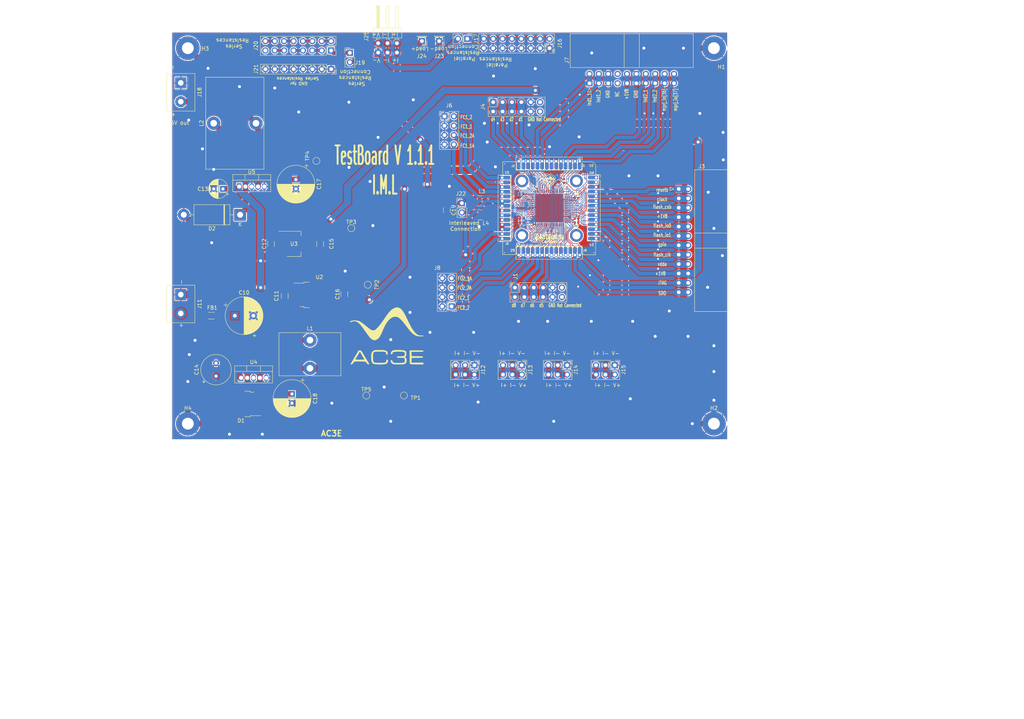
<source format=kicad_pcb>
(kicad_pcb (version 20211014) (generator pcbnew)
  (layers (0 "F.Cu" signal) (31 "B.Cu" signal) (34 "B.Paste" user) (35 "F.Paste" user) (36 "B.SilkS" user "B.Silkscreen") (37 "F.SilkS" user "F.Silkscreen") (38 "B.Mask" user) (39 "F.Mask" user) (44 "Edge.Cuts" user))
  (net 0 "")
  (net 1 "GND")
  (net 2 "vccd2")
  (net 3 "mprj_io[11]")
  (net 4 "mprj_io[6]_ser_tx")
  (net 5 "mprj_io[5]_ser_rx")
  (net 7 "mprj_io[26]")
  (net 8 "mprj_io[4]_SCK")
  (net 9 "mprj_io[3]_CSB")
  (net 10 "mprj_io[2]_SDI")
  (net 11 "gpio")
  (net 12 "mprj_io[36]")
  (net 13 "mprj_io[37]")
  (net 14 "vdda")
  (net 16 "Supply")
  (net 17 "+5V")
  (net 18 "+5VD")
  (net 19 "+5VA")
  (net 20 "output1")
  (net 21 "Net-(FB1-Pad1)")
  (net 22 "d4")
  (net 23 "d3")
  (net 24 "d2")
  (net 25 "d1")
  (net 26 "Ind1_1")
  (net 27 "Ind1_2")
  (net 28 "Ind2_1")
  (net 29 "Ind2_2")
  (net 30 "fc2_1")
  (net 31 "fc2_2")
  (net 32 "d8")
  (net 33 "d7")
  (net 34 "d6")
  (net 35 "d5")
  (net 36 "fc2_2A")
  (net 37 "fc2_1A")
  (net 38 "Vout2")
  (net 39 "Vout1")
  (net 40 "VH0")
  (net 41 "fc1_1A")
  (net 42 "fc1_2A")
  (net 43 "fc1_1")
  (net 44 "fc1_2")
  (net 45 "3LFCC power")
  (net 46 "resetb")
  (net 47 "clock")
  (net 48 "flash_csb")
  (net 49 "flash_io0")
  (net 50 "flash_io1")
  (net 51 "flash_clk")
  (net 52 "JTAG")
  (net 53 "SDO")
  (net 54 "VLS2_5V")
  (net 55 "VLS1_5V")
  (net 56 "output2")
  (net 57 "output")
  (net 59 "Net-(J16-Pad10)")
  (net 62 "Net-(J19-Pad1)")
  (net 63 "Net-(J20-Pad14)")
  (net 65 "Net-(J20-Pad11)")
  (net 66 "Net-(J20-Pad10)")
  (net 67 "Net-(J20-Pad7)")
  (net 68 "Net-(J20-Pad6)")
  (net 69 "Net-(J20-Pad2)")
  (net 70 "+1V8")
  (net 77 "Net-(D2-Pad1)")
  (net 78 "Net-(J20-Pad3)")
  (net 79 "Net-(D1-Pad2)")
  (footprint "Capacitor_SMD:C_0402_1005Metric" (layer "F.Cu") (at 261.7352 77.8623)
    (fp_text reference "C1")
    (fp_text value "0.1uf")
  )
  (footprint "Capacitor_SMD:C_0402_1005Metric" (layer "F.Cu") (at 261.6336 71.2329)
    (fp_text reference "C2")
    (fp_text value "0.1uf")
  )
  (footprint "Capacitor_SMD:C_0402_1005Metric" (layer "F.Cu") (at 265.2658 67.6769 90)
    (fp_text reference "C4")
    (fp_text value "0.1uf")
  )
  (footprint "Capacitor_SMD:C_0402_1005Metric" (layer "F.Cu") (at 276.5434 78.9291 180)
    (fp_text reference "C3")
    (fp_text value "0.1uf")
  )
  (footprint "Capacitor_SMD:C_0402_1005Metric" (layer "F.Cu") (at 276.5434 77.8623 180)
    (fp_text reference "C9")
    (fp_text value "0.1uf")
  )
  (footprint "Capacitor_SMD:C_0402_1005Metric" (layer "F.Cu") (at 276.5434 72.2743)
    (fp_text reference "C8")
    (fp_text value "0.1uf")
  )
  (footprint "Caravel_Board:Caravel_Breakout_Connectors_2x14" (layer "F.Cu") (at 259.754 62.9879 90)
    (fp_text reference "J2")
    (fp_text value "Conn_01x14_Female")
  )
  (footprint "Caravel_Board:Caravel_Breakout_Connectors_2x14" (layer "F.Cu") (at 257.081 84.4439 180)
    (fp_text reference "J5")
    (fp_text value "Conn_01x14_Female")
  )
  (footprint "Caravel_Board:Caravel_Breakout_Connectors_2x14" (layer "F.Cu") (at 278.539 87.1059 -90)
    (fp_text reference "J9")
    (fp_text value "Conn_01x14_Female")
  )
  (footprint "MountingHole:MountingHole_2.2mm_M2_ISO7380_Pad" (layer "F.Cu") (at 261.786 82.4089)
    (fp_text reference "H5")
    (fp_text value "Positioning Holes")
  )
  (footprint "MountingHole:MountingHole_2.2mm_M2_ISO7380_Pad" (layer "F.Cu") (at 276.518 67.6769)
    (fp_text reference "H7")
    (fp_text value "Positioning Holes")
  )
  (footprint "MountingHole:MountingHole_2.2mm_M2_ISO7380_Pad" (layer "F.Cu") (at 261.786 67.6769)
    (fp_text reference "H8")
    (fp_text value "Positioning Holes")
  )
  (footprint "MountingHole:MountingHole_2.2mm_M2_ISO7380_Pad" (layer "F.Cu") (at 276.518 82.4089)
    (fp_text reference "H6")
    (fp_text value "Positioning Holes")
  )
  (footprint "Capacitor_SMD:C_0402_1005Metric" (layer "F.Cu") (at 269.2028 81.1897 180)
    (fp_text reference "C5")
    (fp_text value "0.1uf")
  )
  (footprint "Caravel_Board:Caravel_Breakout_Connectors_2x14" (layer "F.Cu") (at 281.207 65.6065)
    (fp_text reference "J10")
    (fp_text value "Conn_01x14_Female")
  )
  (footprint "Caravel_Board:ef_logo" (layer "F.Cu") (at 269.2028 82.7137)
    (fp_text reference "T2" hide)
    (fp_text value "Logo" hide)
  )
  (footprint "Capacitor_SMD:C_1206_3216Metric" (layer "F.Cu") (at 213.76 98.305 90)
    (fp_text reference "C16")
    (fp_text value "22u")
  )
  (footprint "Package_TO_SOT_SMD:SOT-223-3_TabPin2" (layer "F.Cu") (at 200.13 84.7)
    (fp_text reference "U3")
    (fp_text value "AZ1117-1.8")
  )
  (footprint "TestPoint:TestPoint_Pad_D1.5mm" (layer "F.Cu") (at 206.22 62.25 90)
    (fp_text reference "TP4")
    (fp_text value "TestPoint")
  )
  (footprint "Connector_PinHeader_2.54mm:PinHeader_2x04_P2.54mm_Vertical" (layer "F.Cu") (at 240.831695 50.191995)
    (fp_text reference "J6")
    (fp_text value "Conn_02x04_Odd_Even")
  )
  (footprint "TestPoint:TestPoint_Pad_D1.5mm" (layer "F.Cu") (at 220.11 95.765 -90)
    (fp_text reference "TP2")
    (fp_text value "TestPoint")
  )
  (footprint "Connector_PinSocket_2.54mm:PinSocket_2x06_P2.54mm_Vertical" (layer "F.Cu") (at 259.886695 96.536995 90)
    (fp_text reference "J1")
    (fp_text value "Conn_02x06_Odd_Even")
  )
  (footprint "Connector_PinHeader_2.54mm:PinHeader_2x03_P2.54mm_Vertical" (layer "F.Cu") (at 286.9 117.525 -90)
    (fp_text reference "J15")
    (fp_text value "Conn_02x03_Odd_Even")
  )
  (footprint "Capacitor_THT:CP_Radial_D10.0mm_P2.50mm" (layer "F.Cu") (at 199.62 125.31 -90)
    (fp_text reference "C18")
    (fp_text value "470u")
  )
  (footprint "Capacitor_SMD:C_1206_3216Metric" (layer "F.Cu") (at 207.23 84.7 -90)
    (fp_text reference "C15")
    (fp_text value "22u")
  )
  (footprint "Inductor_SMD:L_1206_3216Metric" (layer "F.Cu") (at 177.8 104.14)
    (fp_text reference "FB1")
    (fp_text value "FerriteBead")
  )
  (footprint "Package_TO_SOT_THT:TO-220-5_Vertical" (layer "F.Cu") (at 185.33 69.205)
    (fp_text reference "U5")
    (fp_text value "LM2575-5.0BT")
  )
  (footprint "Inductor_THT:L_Toroid_Vertical_L16.5mm_W11.4mm_P7.62mm_Pulse_KM-2" (layer "F.Cu") (at 204.47 110.75)
    (fp_text reference "L1")
    (fp_text value "47u")
  )
  (footprint "Package_TO_SOT_SMD:TO-252-2" (layer "F.Cu") (at 205.31 98.51)
    (fp_text reference "U2")
    (fp_text value "AZ1117-5.0")
  )
  (footprint "Connector_PinHeader_2.54mm:PinHeader_1x02_P2.54mm_Vertical" (layer "F.Cu") (at 247.02 29.21 -90)
    (fp_text reference "J17")
    (fp_text value "Conn_01x02_Male")
  )
  (footprint "Capacitor_SMD:C_1206_3216Metric" (layer "F.Cu") (at 193.945 84.7 90)
    (fp_text reference "C12")
    (fp_text value "10u")
  )
  (footprint "Connector_PinHeader_2.54mm:PinHeader_1x01_P2.54mm_Vertical" (layer "F.Cu") (at 239.395 29.845 180)
    (fp_text reference "J23")
    (fp_text value "Conn_01x01_Male")
  )
  (footprint "Connector_PinHeader_2.54mm:PinHeader_2x03_P2.54mm_Vertical" (layer "F.Cu") (at 274.005 117.525 -90)
    (fp_text reference "J14")
    (fp_text value "Conn_02x03_Odd_Even")
  )
  (footprint "Package_TO_SOT_THT:TO-220-5_Vertical" (layer "F.Cu") (at 185.83 120.96)
    (fp_text reference "U4")
    (fp_text value "LM2576T-5")
  )
  (footprint "Connector_IDC:IDC-Header_2x12_P2.54mm_Horizontal" (layer "F.Cu") (at 304.1825 69.85)
    (fp_text reference "J3")
    (fp_text value "Conn_02x12_Odd_Even")
  )
  (footprint "Connector_IDC:IDC-Header_2x10_P2.54mm_Horizontal" (layer "F.Cu") (at 280.035 41.2575 90)
    (fp_text reference "J7")
    (fp_text value "Conn_02x10_Odd_Even")
  )
  (footprint "MountingHole:MountingHole_3.2mm_M3_Pad" (layer "F.Cu") (at 171.45 31.75)
    (fp_text reference "H3")
    (fp_text value "MountingHole_Pad")
  )
  (footprint "Capacitor_SMD:C_0402_1005Metric" (layer "F.Cu") (at 261.7352 78.9291)
    (fp_text reference "C7")
    (fp_text value "0.1uf")
  )
  (footprint "Inductor_SMD:L_1210_3225Metric" (layer "F.Cu") (at 250.361695 73.041995 180)
    (fp_text reference "L3")
    (fp_text value "47u")
  )
  (footprint "Capacitor_THT:C_Radial_D8.0mm_H11.5mm_P3.50mm" (layer "F.Cu") (at 179.07 120.495 90)
    (fp_text reference "C14")
    (fp_text value "100u")
  )
  (footprint "TerminalBlock:TerminalBlock_bornier-2_P5.08mm" (layer "F.Cu") (at 169.545 98.425 -90)
    (fp_text reference "J11")
    (fp_text value "Conn_01x02_Female")
  )
  (footprint "Connector_PinHeader_2.54mm:PinHeader_1x02_P2.54mm_Vertical" (layer "F.Cu") (at 245.541695 73.676995)
    (fp_text reference "J22")
    (fp_text value "Conn_01x02_Male")
  )
  (footprint "Connector_PinSocket_2.54mm:PinSocket_1x08_P2.54mm_Vertical" (layer "F.Cu") (at 210.215 37.425 -90)
    (fp_text reference "J21")
    (fp_text value "Conn_01x08_Female")
  )
  (footprint "TerminalBlock:TerminalBlock_bornier-2_P5.08mm" (layer "F.Cu") (at 169.545 41.148 -90)
    (fp_text reference "J18")
    (fp_text value "Conn_01x02_Female")
  )
  (footprint "Connector_PinSocket_2.54mm:PinSocket_2x06_P2.54mm_Vertical" (layer "F.Cu") (at 254 46.355 90)
    (fp_text reference "J4")
    (fp_text value "Conn_02x06_Odd_Even")
  )
  (footprint "Caravel_Board:logo_small" (layer "F.Cu") (at 269.152 67.3467)
    (fp_text reference "T1" hide)
    (fp_text value "Logo" hide)
  )
  (footprint "TestPoint:TestPoint_Pad_D1.5mm" (layer "F.Cu") (at 229.87 125.73)
    (fp_text reference "TP1")
    (fp_text value "TestPoint")
  )
  (footprint "Connector_PinHeader_2.54mm:PinHeader_1x01_P2.54mm_Vertical" (layer "F.Cu") (at 234.745 29.845 180)
    (fp_text reference "J24")
    (fp_text value "Conn_01x01_Male")
  )
  (footprint "Diode_THT:D_DO-201AD_P15.24mm_Horizontal" (layer "F.Cu") (at 185.59 76.835 180)
    (fp_text reference "D2")
    (fp_text value "1N5820")
  )
  (footprint "MountingHole:MountingHole_3.2mm_M3_Pad" (layer "F.Cu") (at 313.69 31.75)
    (fp_text reference "H1")
    (fp_text value "MountingHole_Pad")
  )
  (footprint "Capacitor_SMD:C_1206_3216Metric" (layer "F.Cu") (at 197.655 98.8 90)
    (fp_text reference "C11")
    (fp_text value "10u")
  )
  (footprint "Capacitor_SMD:C_1206_3216Metric" (layer "F.Cu") (at 241.471695 75.581995 -90)
    (fp_text reference "C19")
    (fp_text value "4.7n")
  )
  (footprint "Package_DFN_QFN:QFN-64-1EP_9x9mm_P0.5mm_EP7.65x7.65mm" (layer "F.Cu") (at 269.1774 75.0175 90)
    (fp_text reference "U1")
    (fp_text value "Caravel")
  )
  (footprint "Connector_PinSocket_2.54mm:PinSocket_2x08_P2.54mm_Vertical" (layer "F.Cu") (at 210.185 32.385 -90)
    (fp_text reference "J20")
    (fp_text value "Conn_02x08_Odd_Even")
  )
  (footprint "Connector_PinHeader_2.54mm:PinHeader_2x03_P2.54mm_Vertical" (layer "F.Cu") (at 248.94 117.525 -90)
    (fp_text reference "J12")
    (fp_text value "Conn_02x03_Odd_Even")
  )
  (footprint "Connector_PinHeader_2.54mm:PinHeader_2x03_P2.54mm_Horizontal" (layer "F.Cu") (at 222.9 32.955 90)
    (fp_text reference "J25")
    (fp_text value "Conn_02x03_Odd_Even")
  )
  (footprint "Inductor_SMD:L_1210_3225Metric" (layer "F.Cu") (at 250.491695 76.851995 180)
    (fp_text reference "L4")
    (fp_text value "47u")
  )
  (footprint "Connector_PinHeader_2.54mm:PinHeader_1x02_P2.54mm_Vertical" (layer "F.Cu") (at 215.265 33.015)
    (fp_text reference "J19")
    (fp_text value "Conn_01x02_Male")
  )
  (footprint "Connector_PinHeader_2.54mm:PinHeader_2x03_P2.54mm_Vertical" (layer "F.Cu") (at 261.74 117.525 -90)
    (fp_text reference "J13")
    (fp_text value "Conn_02x03_Odd_Even")
  )
  (footprint "Capacitor_THT:CP_Radial_D10.0mm_P2.50mm" (layer "F.Cu") (at 200.66 67.31 -90)
    (fp_text reference "C17")
    (fp_text value "470u")
  )
  (footprint "Package_TO_SOT_SMD:TO-252-2" (layer "F.Cu") (at 185.845 128.015 180)
    (fp_text reference "D1")
    (fp_text value "D_Schottky_AKA")
  )
  (footprint "Connector_PinHeader_2.54mm:PinHeader_2x04_P2.54mm_Vertical" (layer "F.Cu") (at 242.776695 101.616995 180)
    (fp_text reference "J8")
    (fp_text value "Conn_02x04_Odd_Even")
  )
  (footprint "Testboard):ac3e20footprint" (layer "F.Cu") (at 225.3 109.6)
    (fp_text reference "AC3E")
    (fp_text value "LOGO" hide)
  )
  (footprint "Capacitor_SMD:C_0402_1005Metric" (layer "F.Cu") (at 273.1144 67.6769 90)
    (fp_text reference "C6")
    (fp_text value "0.1uf")
  )
  (footprint "Capacitor_THT:CP_Radial_D10.0mm_P5.00mm" (layer "F.Cu") (at 184.15 104.14)
    (fp_text reference "C10")
    (fp_text value "470u")
  )
  (footprint "TestPoint:TestPoint_Pad_D1.5mm" (layer "F.Cu") (at 215.64 80.46)
    (fp_text reference "TP3")
    (fp_text value "TestPoint")
  )
  (footprint "MountingHole:MountingHole_3.2mm_M3_Pad" (layer "F.Cu") (at 171.45 133.35)
    (fp_text reference "H4")
    (fp_text value "MountingHole_Pad")
  )
  (footprint "Connector_PinSocket_2.54mm:PinSocket_2x08_P2.54mm_Vertical" (layer "F.Cu") (at 269.24 31.75 -90)
    (fp_text reference "J16")
    (fp_text value "Conn_02x08_Odd_Even")
  )
  (footprint "MountingHole:MountingHole_3.2mm_M3_Pad" (layer "F.Cu") (at 313.69 133.35)
    (fp_text reference "H2")
    (fp_text value "MountingHole_Pad")
  )
  (footprint "TestPoint:TestPoint_Pad_D1.5mm" (layer "F.Cu") (at 219.71 125.73)
    (fp_text reference "TP5")
    (fp_text value "TestPoint")
  )
  (footprint "Inductor_THT:L_Toroid_Vertical_L24.6mm_W15.5mm_P11.44mm_Pulse_KM-4" (layer "F.Cu") (at 178.435 52.07 90)
    (fp_text reference "L2")
    (fp_text value "150u")
  )
  (footprint "Capacitor_THT:CP_Radial_D5.0mm_P2.50mm" (layer "F.Cu") (at 180.945113 69.81 180)
    (fp_text reference "C13")
    (fp_text value "47u")
  )
  (gr_line (start 256.579 62.4791) (end 256.579 66.1021) (layer "F.SilkS") (width 0.12))
  (gr_line (start 260.137 62.4771) (end 260.137 62.2921) (layer "F.SilkS") (width 0.12))
  (gr_line (start 281.694159 87.6484) (end 281.694159 84.1361) (layer "F.SilkS") (width 0.12))
  (gr_line (start 281.54347 84.1289) (end 281.694159 84.1289) (layer "F.SilkS") (width 0.12))
  (gr_line (start 256.568 87.5905) (end 260.191 87.5905) (layer "F.SilkS") (width 0.12))
  (gr_line (start 256.319 84.0609) (end 256.573 84.0609) (layer "F.SilkS") (width 0.12))
  (gr_line (start 281.7504 66.1639) (end 281.7504 63.770359) (layer "F.SilkS") (width 0.12))
  (gr_line (start 260.191 87.43337) (end 260.191 87.5905) (layer "F.SilkS") (width 0.12))
  (gr_line (start 256.579 66.1021) (end 256.833 66.1021) (layer "F.SilkS") (width 0.12))
  (gr_arc (start 280.455 62.496886) (mid 281.370986 62.876301) (end 281.7504 63.792286) (layer "F.SilkS") (width 0.12))
  (gr_line (start 278.156 87.6484) (end 281.694159 87.6484) (layer "F.SilkS") (width 0.12))
  (gr_line (start 278.156 87.8334) (end 278.156 87.6484) (layer "F.SilkS") (width 0.12))
  (gr_line (start 260.117159 62.4791) (end 256.579 62.4791) (layer "F.SilkS") (width 0.12))
  (gr_line (start 278.102 62.65963) (end 278.102 62.500359) (layer "F.SilkS") (width 0.12))
  (gr_line (start 280.419317 62.500359) (end 278.102 62.500359) (layer "F.SilkS") (width 0.12))
  (gr_line (start 281.851 66.1639) (end 281.7504 66.1639) (layer "F.SilkS") (width 0.12))
  (gr_line (start 256.573 84.0609) (end 256.573 87.599059) (layer "F.SilkS") (width 0.12))
  (gr_line (start 167.005 137.795) (end 167.005 27.305) (layer "Edge.Cuts") (width 0.05))
  (gr_line (start 167.005 27.305) (end 317.5 27.305) (layer "Edge.Cuts") (width 0.05))
  (gr_line (start 317.5 27.305) (end 317.5 137.795) (layer "Edge.Cuts") (width 0.05))
  (gr_line (start 317.5 137.795) (end 167.005 137.795) (layer "Edge.Cuts") (width 0.05))
  (gr_text "FC1_1A\n" (at 247.015 58.166) (layer "F.SilkS") (effects (font (size 1 0.7))))
  (gr_text "+\n" (at 189.5455 109.5355 270) (layer "F.SilkS") (effects (font (size 1 1))))
  (gr_text "I+ I- V- " (at 284.988 114.3) (layer "F.SilkS") (effects (font (size 1 1))))
  (gr_text "flash_io0\n" (at 299.72 79.756) (layer "F.SilkS") (effects (font (size 1 0.7))))
  (gr_text "+\n" (at 169.672 106.68) (layer "F.SilkS") (effects (font (size 1 1))))
  (gr_text "Ind2_2" (at 297.688 44.704 90) (layer "F.SilkS") (effects (font (size 1 0.7))))
  (gr_text "vdda" (at 299.72 90.186995) (layer "F.SilkS") (effects (font (size 1 0.7))))
  (gr_text "29" (at 259.246 86.4821) (layer "F.SilkS") (effects (font (size 0.635 0.635) (thickness 0.127))))
  (gr_text "FC2_1A\n\n" (at 246.327695 94.869) (layer "F.SilkS") (effects (font (size 1 0.7))))
  (gr_text "V2" (at 280.5312 63.5113) (layer "F.SilkS") (effects (font (size 0.635 0.635) (thickness 0.127))))
  (gr_text "GND\n" (at 292.608 44.196 90) (layer "F.SilkS") (effects (font (size 1 0.7))))
  (gr_text "flash_csb" (at 299.72 74.676) (layer "F.SilkS") (effects (font (size 1 0.7))))
  (gr_text "43" (at 280.582 84.9581) (layer "F.SilkS") (effects (font (size 0.635 0.635) (thickness 0.127))))
  (gr_text "GND for \nSeries Resistances" (at 201.168 40.64 180) (layer "F.SilkS") (effects (font (size 0.8 0.8))))
  (gr_text "FC1_2\n" (at 246.761 50.419) (layer "F.SilkS") (effects (font (size 1 0.7))))
  (gr_text "Series \nResistances\nConnection" (at 216.7 39.8 180) (layer "F.SilkS") (effects (font (size 1 1))))
  (gr_text "Ind1_2\n" (at 282.448 44.704 90) (layer "F.SilkS") (effects (font (size 1 0.7))))
  (gr_text "mprj_io[37]" (at 303.276 45.72 90) (layer "F.SilkS") (effects (font (size 1 0.7))))
  (gr_text "mprj_io[36]" (at 300.228 45.72 90) (layer "F.SilkS") (effects (font (size 1 0.7))))
  (gr_text "FC2_1\n" (at 245.999 99.314) (layer "F.SilkS") (effects (font (size 1 0.7))))
  (gr_text "I+ I- V+\n" (at 284.988 122.936) (layer "F.SilkS") (effects (font (size 1 1))))
  (gr_text "I+ I- V+\n" (at 246.888 122.936) (layer "F.SilkS") (effects (font (size 1 1))))
  (gr_text "FC2_2A\n\n" (at 246.253 97.409) (layer "F.SilkS") (effects (font (size 1 0.7))))
  (gr_text "15" (at 257.722 65.4001) (layer "F.SilkS") (effects (font (size 0.635 0.635) (thickness 0.127))))
  (gr_text "NC\n" (at 287.528 44.196 90) (layer "F.SilkS") (effects (font (size 1 0.7))))
  (gr_text "SDO" (at 299.72 98.044) (layer "F.SilkS") (effects (font (size 1 0.7))))
  (gr_text "+1V8" (at 299.212 92.726995) (layer "F.SilkS") (effects (font (size 1 0.7))))
  (gr_text "FC2_2\n" (at 245.999 101.981) (layer "F.SilkS") (effects (font (size 1 0.7))))
  (gr_text "Series \nResistances" (at 183.515 30.48 180) (layer "F.SilkS") (effects (font (size 1 1))))
  (gr_text "I+ I- V- " (at 271.78 114.3) (layer "F.SilkS") (effects (font (size 1 1))))
  (gr_text "Interleaved \nConnection\n\n" (at 246.551695 80.661995) (layer "F.SilkS") (effects (font (size 1 1))))
  (gr_text "d8   d7   d6   d5   GND Not Connected" (at 268.46 101.33) (layer "F.SilkS") (effects (font (size 1 0.6))))
  (gr_text "FC1_2A\n\n" (at 247.015 56.261) (layer "F.SilkS") (effects (font (size 1 0.7))))
  (gr_text "FC1_1\n" (at 246.761 52.959) (layer "F.SilkS") (effects (font (size 1 0.7))))
  (gr_text "5V out\n" (at 169.291 51.943) (layer "F.SilkS") (effects (font (size 1 1))))
  (gr_text "1" (at 278.55 63.4951) (layer "F.SilkS") (effects (font (size 0.635 0.635) (thickness 0.127))))
  (gr_text "+\n" (at 175.768 121.92) (layer "F.SilkS") (effects (font (size 1 1))))
  (gr_text "+1V8\n" (at 299.72 77.216) (layer "F.SilkS") (effects (font (size 1 0.7))))
  (gr_text "I+ I- V+\n" (at 271.78 122.936) (layer "F.SilkS") (effects (font (size 1 1))))
  (gr_text "I+ I- V- " (at 224.536 35.052 180) (layer "F.SilkS") (effects (font (size 1 1))))
  (gr_text "Load+" (at 234.188 32.004 180) (layer "F.SilkS") (effects (font (size 1 1))))
  (gr_text "resetb\n" (at 299.72 70.104) (layer "F.SilkS") (effects (font (size 1 0.7))))
  (gr_text "Parallel \nResistances\n" (at 254.635 35.56 180) (layer "F.SilkS") (effects (font (size 1 1))))
  (gr_text "Ind2_1" (at 295.148 44.704 90) (layer "F.SilkS") (effects (font (size 1 0.7))))
  (gr_text "flash_clk" (at 299.72 87.646995) (layer "F.SilkS") (effects (font (size 1 0.7))))
  (gr_text "Caravel" (at 269.2028 84.1107) (layer "F.SilkS") (effects (font (size 0.762 0.762) (thickness 0.1524))))
  (gr_text "flash_io1" (at 299.72 82.296) (layer "F.SilkS") (effects (font (size 1 0.7))))
  (gr_text "Parallel \nResistances\nConnection\n" (at 245.872 33.02 180) (layer "F.SilkS") (effects (font (size 1 1))))
  (gr_text "d4   d3   d2   d1   GND Not Connected" (at 262.87 51) (layer "F.SilkS") (effects (font (size 1 0.6))))
  (gr_text "Load-" (at 239.268 32.004 180) (layer "F.SilkS") (effects (font (size 1 1))))
  (gr_text "TestBoard V 1.1.1\nI.M.L\n" (at 224.7 64.8) (layer "F.SilkS") (effects (font (size 5 2) (thickness 0.5))))
  (gr_text "GND\n" (at 284.988 44.196 90) (layer "F.SilkS") (effects (font (size 1 0.7))))
  (gr_text "-" (at 167.386 36.957 90) (layer "F.SilkS") (effects (font (size 1 1))))
  (gr_text "clock" (at 299.72 72.644) (layer "F.SilkS") (effects (font (size 1 0.7))))
  (gr_text "Ind1_1" (at 280 45.6 90) (layer "F.SilkS") (effects (font (size 1 0.7))))
  (gr_text "+\n" (at 167.513 49.657) (layer "F.SilkS") (effects (font (size 1 1))))
  (gr_text "JTAG" (at 299.72 95.266995) (layer "F.SilkS") (effects (font (size 1 0.7))))
  (gr_text "gpio" (at 299.72 84.836) (layer "F.SilkS") (effects (font (size 1 0.7))))
  (gr_text "I+ I- V+\n" (at 259.588 122.936) (layer "F.SilkS") (effects (font (size 1 1))))
  (gr_text "I+ I- V- " (at 259.588 114.3) (layer "F.SilkS") (effects (font (size 1 1))))
  (gr_text "I+ I- V- " (at 247.396 114.3) (layer "F.SilkS") (effects (font (size 1 1))))
  (gr_text "I+ I- V+\n" (at 224.8 28.1 180) (layer "F.SilkS") (effects (font (size 1 1))))
  (gr_text "+1V8\n" (at 290.068 44.196 90) (layer "F.SilkS") (effects (font (size 1 0.7))))
  (gr_text "-" (at 169.672 94.996 90) (layer "F.SilkS") (effects (font (size 1 1))))
  (segment (start 261.0494 71.2355) (end 261.2552 71.0297) (width 0.1524) (layer "F.Cu") (net 1))
  (segment (start 269.24 31.75) (end 269.24 36.1696) (width 1.5) (layer "F.Cu") (net 1))
  (segment (start 194.945 42.545) (end 195.707 43.307) (width 1.5) (layer "F.Cu") (net 1))
  (segment (start 176.911 37.211) (end 181.864 42.164) (width 1.5) (layer "F.Cu") (net 1))
  (segment (start 210.391 127.81) (end 211.63 127.81) (width 1.5) (layer "F.Cu") (net 1))
  (segment (start 277.241 55.753) (end 285.553 55.753) (width 1.5) (layer "F.Cu") (net 1))
  (segment (start 257.722 77.0749) (end 256.65481 77.0749) (width 0.1524) (layer "F.Cu") (net 1))
  (segment (start 191.6 136.2) (end 196.6 136.2) (width 1.5) (layer "F.Cu") (net 1))
  (segment (start 289.3 59.5) (end 296.094 66.294) (width 1.5) (layer "F.Cu") (net 1))
  (segment (start 272.026689 63.923211) (end 272.327 63.6229) (width 0.1524) (layer "F.Cu") (net 1))
  (segment (start 278.384 132.715) (end 284.48 126.619) (width 1.5) (layer "F.Cu") (net 1))
  (segment (start 268.658721 82.479396) (end 268.658721 82.106069) (width 0.1524) (layer "F.Cu") (net 1))
  (segment (start 269.24 58.42) (end 269.24 57.785) (width 1) (layer "F.Cu") (net 1))
  (segment (start 296.037 126.619) (end 302.768 133.35) (width 1.5) (layer "F.Cu") (net 1))
  (segment (start 269.9274 74.2675) (end 269.1774 75.0175) (width 0.254) (layer "F.Cu") (net 1))
  (segment (start 294.513 102.87) (end 301.625 102.87) (width 1.5) (layer "F.Cu") (net 1))
  (segment (start 196.6 136.2) (end 196.7 136.1) (width 1.5) (layer "F.Cu") (net 1))
  (segment (start 288.163 66.294) (end 277.622 55.753) (width 1.5) (layer "F.Cu") (net 1))
  (segment (start 269.9274 70.5675) (end 269.9274 74.2675) (width 0.254) (layer "F.Cu") (net 1))
  (segment (start 265.4274 78.9707) (end 265.5452 78.8529) (width 0.254) (layer "F.Cu") (net 1))
  (segment (start 272.026689 66.655741) (end 272.026689 63.923211) (width 0.1524) (layer "F.Cu") (net 1))
  (segment (start 273.6274 75.7675) (end 269.9274 75.7675) (width 0.254) (layer "F.Cu") (net 1))
  (segment (start 255.213005 52.086995) (end 257.713005 52.086995) (width 1.5) (layer "F.Cu") (net 1))
  (segment (start 262.89 132.715) (end 270.383 132.715) (width 1.5) (layer "F.Cu") (net 1))
  (segment (start 171.45 133.35) (end 178.15 133.35) (width 1.5) (layer "F.Cu") (net 1))
  (segment (start 239.395 38.735) (end 232.41 45.72) (width 1.5) (layer "F.Cu") (net 1))
  (segment (start 305.562 102.87) (end 311.9755 96.4565) (width 1.5) (layer "F.Cu") (net 1))
  (segment (start 249.936 127.508) (end 257.683 127.508) (width 1.5) (layer "F.Cu") (net 1))
  (segment (start 226.314 132.715) (end 237.49 132.715) (width 1.5) (layer "F.Cu") (net 1))
  (segment (start 263.286995 52.086995) (end 263.7 52.5) (width 1.5) (layer "F.Cu") (net 1))
  (segment (start 199.62 127.81) (end 210.391 127.81) (width 1.5) (layer "F.Cu") (net 1))
  (segment (start 171.7 51.2) (end 171.7 50.7) (width 1.5) (layer "F.Cu") (net 1))
  (segment (start 280.65 33.05) (end 277.5304 36.1696) (width 1.5) (layer "F.Cu") (net 1))
  (segment (start 268.938791 81.825999) (end 269.430101 81.825999) (width 0.1524) (layer "F.Cu") (net 1))
  (segment (start 273.6274 72.7675) (end 273.7184 72.8585) (width 0.1524) (layer "F.Cu") (net 1))
  (segment (start 277.0234 77.3009) (end 277.0234 77.8623) (width 0.1524) (layer "F.Cu") (net 1))
  (segment (start 273.6274 77.2675) (end 274.5474 77.2675) (width 0.1524) (layer "F.Cu") (net 1))
  (segment (start 216.535 132.715) (end 226.314 132.715) (width 1.5) (layer "F.Cu") (net 1))
  (segment (start 273.1144 67.1969) (end 272.567848 67.1969) (width 0.1524) (layer "F.Cu") (net 1))
  (segment (start 271.4274 77.2675) (end 269.1774 75.0175) (width 0.254) (layer "F.Cu") (net 1))
  (segment (start 290.703 66.294) (end 288.163 66.294) (width 1.5) (layer "F.Cu") (net 1))
  (segment (start 267.799954 83.338163) (end 268.658721 82.479396) (width 0.1524) (layer "F.Cu") (net 1))
  (segment (start 250.19 80.01) (end 245.745 84.455) (width 2) (layer "F.Cu") (net 1))
  (segment (start 285.553 55.753) (end 289.3 59.5) (width 1.5) (layer "F.Cu") (net 1))
  (segment (start 226.695 84.455) (end 219.075 92.075) (width 2) (layer "F.Cu") (net 1))
  (segment (start 263.4 39.3) (end 265.4 37.3) (width 1.5) (layer "F.Cu") (net 1))
  (segment (start 242.57 62.23) (end 230.505 62.23) (width 2) (layer "F.Cu") (net 1))
  (segment (start 270.4274 70.5675) (end 270.4274 73.7675) (width 0.254) (layer "F.Cu") (net 1))
  (segment (start 201.168 49.022) (end 201.422 49.022) (width 1.5) (layer "F.Cu") (net 1))
  (segment (start 268.605 57.15) (end 252.3998 57.15) (width 2) (layer "F.Cu") (net 1))
  (segment (start 298.577 99.822) (end 301.625 102.87) (width 1.5) (layer "F.Cu") (net 1))
  (segment (start 271.653 102.743) (end 274.955 102.743) (width 1.5) (layer "F.Cu") (net 1))
  (segment (start 273.6274 77.2675) (end 271.4274 77.2675) (width 0.254) (layer "F.Cu") (net 1))
  (segment (start 270.383 132.715) (end 278.384 132.715) (width 1.5) (layer "F.Cu") (net 1))
  (segment (start 182.7 136.2) (end 191.6 136.2) (width 1.5) (layer "F.Cu") (net 1))
  (segment (start 239.395 29.845) (end 239.395 38.735) (width 1.5) (layer "F.Cu") (net 1))
  (segment (start 261.0494 73.0871) (end 261.0494 71.2355) (width 0.1524) (layer "F.Cu") (net 1))
  (segment (start 260.313005 52.086995) (end 263.286995 52.086995) (width 1.5) (layer "F.Cu") (net 1))
  (segment (start 264.7274 74.7675) (end 263.46338 74.7675) (width 0.1524) (layer "F.Cu") (net 1))
  (segment (start 277.622 55.753) (end 277.241 55.753) (width 1.5) (layer "F.Cu") (net 1))
  (segment (start 265.2658 67.1969) (end 265.2658 66.7371) (width 0.1524) (layer "F.Cu") (net 1))
  (segment (start 315.976 92.456) (end 315.976 87.884) (width 1.5) (layer "F.Cu") (net 1))
  (segment (start 218.821 67.818) (end 220.726 67.818) (width 1.5) (layer "F.Cu") (net 1))
  (segment (start 270.4274 70.5675) (end 270.4274 68.4335) (width 0.1524) (layer "F.Cu") (net 1))
  (segment (start 261.32928 73.36698) (end 261.0494 73.0871) (width 0.1524) (layer "F.Cu") (net 1))
  (segment (start 214.996 46.37) (end 222.9 46.37) (width 1.5) (layer "F.Cu") (net 1))
  (segment (start 316.23 61.976) (end 302.895 61.976) (width 1.5) (layer "F.Cu") (net 1))
  (segment (start 276.987 96.266) (end 280.035 93.218) (width 1.5) (layer "F.Cu") (net 1))
  (segment (start 242.8748 69.85) (end 252.95 69.85) (width 1.5) (layer "F.Cu") (net 1))
  (segment (start 316.1665 54.5465) (end 311.023 49.403) (width 1.5) (layer "F.Cu") (net 1))
  (segment (start 298.577 78.613) (end 298.577 81.153) (width 1.5) (layer "F.Cu") (net 1))
  (segment (start 242.697 127.508) (end 249.936 127.508) (width 1.5) (layer "F.Cu") (net 1))
  (segment (start 298.577 66.294) (end 290.703 66.294) (width 1.5) (layer "F.Cu") (net 1))
  (segment (start 265.2658 66.7371) (end 264.9356 66.4069) (width 0.1524) (layer "F.Cu") (net 1))
  (segment (start 269.430101 81.825999) (end 269.6828 81.5733) (width 0.1524) (layer "F.Cu") (net 1))
  (segment (start 250.996695 50.816995) (end 251.631695 51.451995) (width 2) (layer "F.Cu") (net 1))
  (segment (start 313.69 31.75) (end 305.45 31.75) (width 1.5) (layer "F.Cu") (net 1))
  (segment (start 265.4274 79.4675) (end 265.4274 78.9707) (width 0.254) (layer "F.Cu") (net 1))
  (segment (start 180.975 98.425) (end 169.545 98.425) (width 2) (layer "F.Cu") (net 1))
  (segment (start 277.0234 78.9291) (end 277.0234 77.8623) (width 0.254) (layer "F.Cu") (net 1))
  (segment (start 182.2725 88.8725) (end 172.72 98.425) (width 2) (layer "F.Cu") (net 1))
  (segment (start 182.2725 88.7575) (end 177.9075 84.3925) (width 1.5) (layer "F.Cu") (net 1))
  (segment (start 311.9755 96.4565) (end 315.976 92.456) (width 1.5) (layer "F.Cu") (net 1))
  (segment (start 274.955 102.743) (end 276.987 100.711) (width 1.5) (layer "F.Cu") (net 1))
  (segment (start 219.075 92.075) (end 213.995 92.075) (width 2) (layer "F.Cu") (net 1))
  (segment (start 254.6096 67.9904) (end 254.6096 63.8556) (width 1.5) (layer "F.Cu") (net 1))
  (segment (start 274.967359 76.847541) (end 276.570041 76.847541) (width 0.1524) (layer "F.Cu") (net 1))
  (segment (start 277.5304 36.1696) (end 269.24 36.1696) (width 1.5) (layer "F.Cu") (net 1))
  (segment (start 294.75 31.75) (end 281.95 31.75) (width 1.5) (layer "F.Cu") (net 1))
  (segment (start 230.505 62.23) (end 217.805 74.93) (width 2) (layer "F.Cu") (net 1))
  (segment (start 259.972952 74.9921) (end 260.248352 75.2675) (width 0.1524) (layer "F.Cu") (net 1))
  (segment (start 282.448 91.059) (end 282.448 89.154) (width 1.5) (layer "F.Cu") (net 1))
  (segment (start 195.707 43.307) (end 195.707 43.561) (width 1.5) (layer "F.Cu") (net 1))
  (segment (start 268.658721 82.106069) (end 268.938791 81.825999) (width 0.1524) (layer "F.Cu") (net 1))
  (segment (start 173.4 113.6) (end 172.95 113.15) (width 1.5) (layer "F.Cu") (net 1))
  (segment (start 262.480984 73.36698) (end 261.32928 73.36698) (width 0.1524) (layer "F.Cu") (net 1))
  (segment (start 262.759068 73.104632) (end 263.0962 72.7675) (width 0.1524) (layer "F.Cu") (net 1))
  (segment (start 262.743332 73.104632) (end 262.480984 73.36698) (width 0.1524) (layer "F.Cu") (net 1))
  (segment (start 182.2725 88.8725) (end 182.2725 88.7575) (width 1.5) (layer "F.Cu") (net 1))
  (segment (start 269.9274 80.9451) (end 269.6828 81.1897) (width 0.254) (layer "F.Cu") (net 1))
  (segment (start 175.4 59) (end 171.7 55.3) (width 1.5) (layer "F.Cu") (net 1))
  (segment (start 247.65 57.15) (end 242.57 62.23) (width 2) (layer "F.Cu") (net 1))
  (segment (start 251.631695 51.451995) (end 251.631695 52.086995) (width 2) (layer "F.Cu") (net 1))
  (segment (start 173.4 113.6) (end 173.4 110.8) (width 1.5) (layer "F.Cu") (net 1))
  (segment (start 298.577 91.44) (end 298.577 99.822) (width 1.5) (layer "F.Cu") (net 1))
  (segment (start 268.732 105.664) (end 271.653 102.743) (width 1.5) (layer "F.Cu") (net 1))
  (segment (start 178.445113 64.554887) (end 178.445113 62.045113) (width 1.5) (layer "F.Cu") (net 1))
  (segment (start 298.577 83.693) (end 298.577 86.233) (width 1.5) (layer "F.Cu") (net 1))
  (segment (start 269.24 36.1696) (end 277.4061 44.3357) (width 1.5) (layer "F.Cu") (net 1))
  (segment (start 171.45 121.95) (end 171.45 133.35) (width 1.5) (layer "F.Cu") (net 1))
  (segment (start 269.24 57.785) (end 268.605 57.15) (width 2) (layer "F.Cu") (net 1))
  (segment (start 175.895 98.425) (end 169.545 98.425) (width 1) (layer "F.Cu") (net 1))
  (segment (start 201.422 49.022) (end 206.629 49.022) (width 1.5) (layer "F.Cu") (net 1))
  (segment (start 264.7274 74.7675) (end 268.9274 74.7675) (width 0.254) (layer "F.Cu") (net 1))
  (segment (start 259.9064 74.9921) (end 259.972952 74.9921) (width 0.1524) (layer "F.Cu") (net 1))
  (segment (start 172.35 114.65) (end 173.4 113.6) (width 1.5) (layer "F.Cu") (net 1))
  (segment (start 254.1 39.3) (end 263.4 39.3) (width 1.5) (layer "F.Cu") (net 1))
  (segment (start 269.9274 70.5675) (end 270.4274 70.5675) (width 0.254) (layer "F.Cu") (net 1))
  (segment (start 273.7184 72.8585) (end 276.4392 72.8585) (width 0.1524) (layer "F.Cu") (net 1))
  (segment (start 237.49 132.715) (end 242.697 127.508) (width 1.5) (layer "F.Cu") (net 1))
  (segment (start 269.9274 79.4675) (end 269.9274 75.7675) (width 0.254) (layer "F.Cu") (net 1))
  (segment (start 309.88 49.403) (end 299.847 49.403) (width 1.5) (layer "F.Cu") (net 1))
  (segment (start 172.95 113.15) (end 171.45 114.65) (width 1.5) (layer "F.Cu") (net 1))
  (segment (start 269.9274 79.4675) (end 269.9274 80.9451) (width 0.254) (layer "F.Cu") (net 1))
  (segment (start 254.6096 68.1904) (end 254.6096 67.9904) (width 1.5) (layer "F.Cu") (net 1))
  (segment (start 222.9 32.955) (end 222.9 46.37) (width 2) (layer "F.Cu") (net 1))
  (segment (start 242.1509 69.1261) (end 242.1128 69.088) (width 1.5) (layer "F.Cu") (net 1))
  (segment (start 305.45 31.75) (end 294.75 31.75) (width 1.5) (layer "F.Cu") (net 1))
  (segment (start 298.577 86.233) (end 298.577 88.773) (width 1.5) (layer "F.Cu") (net 1))
  (segment (start 257.713005 52.086995) (end 260.313005 52.086995) (width 1.5) (layer "F.Cu") (net 1))
  (segment (start 181.864 42.164) (end 185.42 42.164) (width 1.5) (layer "F.Cu") (net 1))
  (segment (start 263.0962 72.7675) (end 264.7274 72.7675) (width 0.1524) (layer "F.Cu") (net 1))
  (segment (start 217.805 74.93) (end 208.28 74.93) (width 2) (layer "F.Cu") (net 1))
  (segment (start 281.95 31.75) (end 280.65 33.05) (width 1.5) (layer "F.Cu") (net 1))
  (segment (start 178.445113 62.045113) (end 175.4 59) (width 1.5) (layer "F.Cu") (net 1))
  (segment (start 193.675 80.645) (end 175.895 98.425) (width 2) (layer "F.Cu") (net 1))
  (segment (start 211.63 127.81) (end 216.535 132.715) (width 1.5) (layer "F.Cu") (net 1))
  (segment (start 249.5 39.3) (end 254.1 39.3) (width 1.5) (layer "F.Cu") (net 1))
  (segment (start 200.025 78.74) (end 192.405 78.74) (width 2) (layer "F.Cu") (net 1))
  (segment (start 171.45 114.65) (end 171.85 114.65) (width 1.5) (layer "F.Cu") (net 1))
  (segment (start 302.768 133.35) (end 307.848 133.35) (width 1.5) (layer "F.Cu") (net 1))
  (segment (start 269.6828 81.5733) (end 269.6828 81.1897) (width 0.1524) (layer "F.Cu") (net 1))
  (segment (start 178.15 133.35) (end 181 136.2) (width 1.5) (layer "F.Cu") (net 1))
  (segment (start 296.094 66.294) (end 298.577 66.294) (width 1.5) (layer "F.Cu") (net 1))
  (segment (start 312.166 66.167) (end 316.23 62.103) (width 1.5) (layer "F.Cu") (net 1))
  (segment (start 181 136.2) (end 182.7 136.2) (width 1.5) (layer "F.Cu") (net 1))
  (segment (start 280.035 93.218) (end 280.162 93.218) (width 1.5) (layer "F.Cu") (net 1))
  (segment (start 280.289 93.218) (end 282.448 91.059) (width 1.5) (layer "F.Cu") (net 1))
  (segment (start 299.847 49.403) (end 297.307 49.403) (width 1.5) (layer "F.Cu") (net 1))
  (segment (start 274.5474 77.2675) (end 274.967359 76.847541) (width 0.1524) (layer "F.Cu") (net 1))
  (segment (start 194.564 42.164) (end 194.945 42.545) (width 1.5) (layer "F.Cu") (net 1))
  (segment (start 251.631695 52.086995) (end 255.213005 52.086995) (width 1.5) (layer "F.Cu") (net 1))
  (segment (start 311.023 49.403) (end 309.88 49.403) (width 1.5) (layer "F.Cu") (net 1))
  (segment (start 282.448 89.154) (end 282.448 88.773) (width 1.5) (layer "F.Cu") (net 1))
  (segment (start 298.577 73.533) (end 298.577 76.073) (width 1.5) (layer "F.Cu") (net 1))
  (segment (start 222.9 46.37) (end 222.9 55.865) (width 2) (layer "F.Cu") (net 1))
  (segment (start 213.995 92.075) (end 187.325 92.075) (width 2) (layer "F.Cu") (net 1))
  (segment (start 276.570041 76.847541) (end 277.0234 77.3009) (width 0.1524) (layer "F.Cu") (net 1))
  (segment (start 316.23 61.976) (end 316.23 54.61) (width 1.5) (layer "F.Cu") (net 1))
  (segment (start 312.166 70.739) (end 312.166 66.167) (width 1.5) (layer "F.Cu") (net 1))
  (segment (start 272.567848 67.1969) (end 272.026689 66.655741) (width 0.1524) (layer "F.Cu") (net 1))
  (segment (start 270.4274 73.7675) (end 269.1774 75.0175) (width 0.254) (layer "F.Cu") (net 1))
  (segment (start 252.3998 57.15) (end 247.65 57.15) (width 2) (layer "F.Cu") (net 1))
  (segment (start 268.9274 74.7675) (end 269.1774 75.0175) (width 0.254) (layer "F.Cu") (net 1))
  (segment (start 277.4061 44.3357) (end 280.924 47.8536) (width 1.5) (layer "F.Cu") (net 1))
  (segment (start 242.1509 69.1261) (end 242.8748 69.85) (width 1.5) (layer "F.Cu") (net 1))
  (segment (start 171.85 114.65) (end 172.35 114.65) (width 1.5) (layer "F.Cu") (net 1))
  (segment (start 316.23 62.103) (end 316.23 61.976) (width 1.5) (layer "F.Cu") (net 1))
  (segment (start 185.42 42.164) (end 194.564 42.164) (width 1.5) (layer "F.Cu") (net 1))
  (segment (start 316.23 54.61) (end 316.1665 54.5465) (width 1.5) (layer "F.Cu") (net 1))
  (segment (start 173.4 110.8) (end 173.4 109.3) (width 1.5) (layer "F.Cu") (net 1))
  (segment (start 291.084 126.619) (end 296.037 126.619) (width 1.5) (layer "F.Cu") (net 1))
  (segment (start 171.45 114.65) (end 171.45 121.95) (width 1.5) (layer "F.Cu") (net 1))
  (segment (start 260.248352 75.2675) (end 264.7274 75.2675) (width 0.1524) (layer "F.Cu") (net 1))
  (segment (start 298.577 66.294) (end 298.577 70.993) (width 1.5) (layer "F.Cu") (net 1))
  (segment (start 177.9075 84.3925) (end 170.35 76.835) (width 1.5) (layer "F.Cu") (net 1))
  (segment (start 270.4274 68.4335) (end 271.4888 67.3721) (width 0.1524) (layer "F.Cu") (net 1))
  (segment (start 301.625 102.87) (end 305.562 102.87) (width 1.5) (layer "F.Cu") (net 1))
  (segment (start 297.307 49.403) (end 294.9448 49.403) (width 1.5) (layer "F.Cu") (net 1))
  (segment (start 245.745 84.455) (end 226.695 84.455) (width 2) (layer "F.Cu") (net 1))
  (segment (start 307.848 133.35) (end 313.69 133.35) (width 1.5) (layer "F.Cu") (net 1))
  (segment (start 268.517 62.3529) (end 268.517 63.6229) (width 0.5) (layer "F.Cu") (net 1))
  (segment (start 209.281 46.37) (end 214.996 46.37) (width 1.5) (layer "F.Cu") (net 1))
  (segment (start 291.719 105.664) (end 294.513 102.87) (width 1.5) (layer "F.Cu") (net 1))
  (segment (start 315.976 82.804) (end 313.69 80.518) (width 1.5) (layer "F.Cu") (net 1))
  (segment (start 313.69 80.518) (end 312.166 78.994) (width 1.5) (layer "F.Cu") (net 1))
  (segment (start 271.4274 72.7675) (end 269.1774 75.0175) (width 0.254) (layer "F.Cu") (net 1))
  (segment (start 312.166 78.994) (end 312.166 70.739) (width 1.5) (layer "F.Cu") (net 1))
  (segment (start 280.162 93.218) (end 280.289 93.218) (width 1.5) (layer "F.Cu") (net 1))
  (segment (start 250.361695 50.181995) (end 250.996695 50.816995) (width 2) (layer "F.Cu") (net 1))
  (segment (start 192.405 78.74) (end 182.2725 88.8725) (width 2) (layer "F.Cu") (net 1))
  (segment (start 172.72 98.425) (end 169.545 98.425) (width 1) (layer "F.Cu") (net 1))
  (segment (start 268.517 63.6129) (end 268.517 62.54571) (width 0.1524) (layer "F.Cu") (net 1))
  (segment (start 206.629 49.022) (end 209.281 46.37) (width 1.5) (layer "F.Cu") (net 1))
  (segment (start 171.45 31.75) (end 176.911 37.211) (width 1.5) (layer "F.Cu") (net 1))
  (segment (start 284.48 126.619) (end 291.084 126.619) (width 1.5) (layer "F.Cu") (net 1))
  (segment (start 187.325 92.075) (end 180.975 98.425) (width 2) (layer "F.Cu") (net 1))
  (segment (start 252.95 69.85) (end 254.6096 68.1904) (width 1.5) (layer "F.Cu") (net 1))
  (segment (start 294.513 49.403) (end 292.735 47.625) (width 1.5) (layer "F.Cu") (net 1))
  (segment (start 202.565 80.645) (end 193.675 80.645) (width 2) (layer "F.Cu") (net 1))
  (segment (start 262.743332 73.104632) (end 262.759068 73.104632) (width 0.1524) (layer "F.Cu") (net 1))
  (segment (start 195.707 43.561) (end 201.168 49.022) (width 1.5) (layer "F.Cu") (net 1))
  (segment (start 222.9 55.865) (end 200.025 78.74) (width 2) (layer "F.Cu") (net 1))
  (segment (start 208.28 74.93) (end 202.565 80.645) (width 2) (layer "F.Cu") (net 1))
  (segment (start 302.895 61.976) (end 298.577 66.294) (width 1.5) (layer "F.Cu") (net 1))
  (segment (start 178.445113 69.81) (end 178.445113 64.554887) (width 1.5) (layer "F.Cu") (net 1))
  (segment (start 292.735 47.625) (end 292.735 41.2575) (width 1.5) (layer "F.Cu") (net 1))
  (segment (start 298.577 88.773) (end 298.577 91.44) (width 1.5) (layer "F.Cu") (net 1))
  (segment (start 298.577 76.073) (end 298.577 78.613) (width 1.5) (layer "F.Cu") (net 1))
  (segment (start 276.987 100.711) (end 276.987 96.266) (width 1.5) (layer "F.Cu") (net 1))
  (segment (start 265.4 37.3) (end 266.5304 36.1696) (width 1.5) (layer "F.Cu") (net 1))
  (segment (start 276.4392 72.8585) (end 277.0234 72.2743) (width 0.1524) (layer "F.Cu") (net 1))
  (segment (start 273.6274 72.7675) (end 271.4274 72.7675) (width 0.254) (layer "F.Cu") (net 1))
  (segment (start 266.5304 36.1696) (end 269.24 36.1696) (width 1.5) (layer "F.Cu") (net 1))
  (segment (start 173.4 109.3) (end 172.5 108.4) (width 1.5) (layer "F.Cu") (net 1))
  (segment (start 315.976 87.884) (end 315.976 82.804) (width 1.5) (layer "F.Cu") (net 1))
  (segment (start 294.9448 49.403) (end 294.513 49.403) (width 1.5) (layer "F.Cu") (net 1))
  (segment (start 298.577 70.993) (end 298.577 73.533) (width 1.5) (layer "F.Cu") (net 1))
  (segment (start 257.683 127.508) (end 262.89 132.715) (width 1.5) (layer "F.Cu") (net 1))
  (segment (start 215.011 64.008) (end 218.821 67.818) (width 1.5) (layer "F.Cu") (net 1))
  (segment (start 269.9274 75.7675) (end 269.1774 75.0175) (width 0.254) (layer "F.Cu") (net 1))
  (segment (start 263.46338 74.7675) (end 263.44198 74.7889) (width 0.1524) (layer "F.Cu") (net 1))
  (segment (start 171.7 55.3) (end 171.7 51.2) (width 1.5) (layer "F.Cu") (net 1))
  (segment (start 261.2552 78.9291) (end 261.2552 77.8623) (width 0.254) (layer "F.Cu") (net 1))
  (segment (start 298.577 81.153) (end 298.577 83.693) (width 1.5) (layer "F.Cu") (net 1))
  (via (at 269.24 58.42) (size 1.6) (drill 0.8) (layers "F.Cu" "B.Cu") (net 1))
  (via (at 289.3 59.5) (size 0.5) (drill 0.25) (layers "F.Cu" "B.Cu") (net 1))
  (via (at 298.577 66.294) (size 1.6) (drill 0.8) (layers "F.Cu" "B.Cu") (net 1))
  (via (at 252.3998 57.15) (size 1.6) (drill 0.8) (layers "F.Cu" "B.Cu") (net 1))
  (via (at 298.577 76.073) (size 0.8) (drill 0.5) (layers "F.Cu" "B.Cu") (net 1))
  (via (at 255.213005 52.086995) (size 0.8) (drill 0.5) (layers "F.Cu" "B.Cu") (net 1))
  (via (at 316.1665 54.5465) (size 1.6) (drill 0.8) (layers "F.Cu" "B.Cu") (net 1))
  (via (at 294.75 31.75) (size 1.6) (drill 0.8) (layers "F.Cu" "B.Cu") (net 1))
  (via (at 268.732 105.664) (size 1.6) (drill 0.8) (layers "F.Cu" "B.Cu") (net 1))
  (via (at 291.084 126.619) (size 1.6) (drill 0.8) (layers "F.Cu" "B.Cu") (net 1))
  (via (at 224.536 123.444) (size 1.6) (drill 0.8) (layers "F.Cu" "B.Cu") (net 1))
  (via (at 299.847 49.403) (size 0.8) (drill 0.5) (layers "F.Cu" "B.Cu") (net 1))
  (via (at 260.313005 52.086995) (size 0.8) (drill 0.5) (layers "F.Cu" "B.Cu") (net 1))
  (via (at 294.9448 49.403) (size 0.8) (drill 0.5) (layers "F.Cu" "B.Cu") (net 1))
  (via (at 231.521 103.251) (size 1.6) (drill 0.8) (layers "F.Cu" "B.Cu") (net 1))
  (via (at 281.216 87.1009) (size 0.5) (drill 0.25) (layers "F.Cu" "B.Cu") (net 1))
  (via (at 171.85 114.65) (size 1.6) (drill 0.8) (layers "F.Cu" "B.Cu") (net 1))
  (via (at 313.69 80.518) (size 1.6) (drill 0.8) (layers "F.Cu" "B.Cu") (net 1))
  (via (at 306.705 109.728) (size 1.6) (drill 0.8) (layers "F.Cu" "B.Cu") (net 1))
  (via (at 311.9755 96.4565) (size 1.6) (drill 0.8) (layers "F.Cu" "B.Cu") (net 1))
  (via (at 315.976 87.884) (size 1.6) (drill 0.8) (layers "F.Cu" "B.Cu") (net 1))
  (via (at 280.543 105.664) (size 1.6) (drill 0.8) (layers "F.Cu" "B.Cu") (net 1))
  (via (at 250.19 80.01) (size 1.6) (drill 0.8) (layers "F.Cu" "B.Cu") (net 1))
  (via (at 266.866 84.7457) (size 0.5) (drill 0.25) (layers "F.Cu" "B.Cu") (net 1))
  (via (at 220.726 67.818) (size 1.6) (drill 0.8) (layers "F.Cu" "B.Cu") (net 1))
  (via (at 313.69 112.268) (size 1.6) (drill 0.8) (layers "F.Cu" "B.Cu") (net 1))
  (via (at 298.577 73.533) (size 0.8) (drill 0.5) (layers "F.Cu" "B.Cu") (net 1))
  (via (at 297.815 109.728) (size 1.6) (drill 0.8) (layers "F.Cu" "B.Cu") (net 1))
  (via (at 194.945 42.545) (size 1.6) (drill 0.8) (layers "F.Cu" "B.Cu") (net 1))
  (via (at 226.314 132.715) (size 1.6) (drill 0.8) (layers "F.Cu" "B.Cu") (net 1))
  (via (at 257.0914 63.0363) (size 0.5) (drill 0.25) (layers "F.Cu" "B.Cu") (net 1))
  (via (at 226.314 110.617) (size 1.6) (drill 0.8) (layers "F.Cu" "B.Cu") (net 1))
  (via (at 242.1509 69.1261) (size 1.6) (drill 0.8) (layers "F.Cu" "B.Cu") (net 1))
  (via (at 305.45 31.75) (size 1.6) (drill 0.8) (layers "F.Cu" "B.Cu") (net 1))
  (via (at 280.162 93.218) (size 0.8) (drill 0.5) (layers "F.Cu" "B.Cu") (net 1))
  (via (at 173.4 110.8) (size 1.6) (drill 0.8) (layers "F.Cu" "B.Cu") (net 1))
  (via (at 257.056 87.1209) (size 0.5) (drill 0.25) (layers "F.Cu" "B.Cu") (net 1))
  (via (at 215.011 64.008) (size 1.6) (drill 0.8) (layers "F.Cu" "B.Cu") (net 1))
  (via (at 263.559168 65.0652) (size 0.5) (drill 0.25) (layers "F.Cu" "B.Cu") (net 1))
  (via (at 213.995 92.075) (size 1.6) (drill 0.8) (layers "F.Cu" "B.Cu") (net 1))
  (via (at 313.69 127) (size 1.6) (drill 0.8) (layers "F.Cu" "B.Cu") (net 1))
  (via (at 282.448 89.154) (size 0.8) (drill 0.5) (layers "F.Cu" "B.Cu") (net 1))
  (via (at 298.577 81.153) (size 0.8) (drill 0.5) (layers "F.Cu" "B.Cu") (net 1))
  (via (at 277.241 55.753) (size 1.6) (drill 0.8) (layers "F.Cu" "B.Cu") (net 1))
  (via (at 248.7295 108.6485) (size 1.6) (drill 0.8) (layers "F.Cu" "B.Cu") (net 1))
  (via (at 175.4 59) (size 1.6) (drill 0.8) (layers "F.Cu" "B.Cu") (net 1))
  (via (at 191.6 136.2) (size 1.6) (drill 0.8) (layers "F.Cu" "B.Cu") (net 1))
  (via (at 298.577 88.773) (size 0.8) (drill 0.5) (layers "F.Cu" "B.Cu") (net 1))
  (via (at 254.6096 67.9904) (size 0.5) (drill 0.25) (layers "F.Cu" "B.Cu") (net 1))
  (via (at 254.1 39.3) (size 1.6) (drill 0.8) (layers "F.Cu" "B.Cu") (net 1))
  (via (at 262.743332 73.104632) (size 0.5) (drill 0.25) (layers "F.Cu" "B.Cu") (net 1))
  (via (at 177.9075 84.3925) (size 1.6) (drill 0.8) (layers "F.Cu" "B.Cu") (net 1))
  (via (at 236.9185 108.6485) (size 1.6) (drill 0.8) (layers "F.Cu" "B.Cu") (net 1))
  (via (at 297.307 49.403) (size 0.8) (drill 0.5) (layers "F.Cu" "B.Cu") (net 1))
  (via (at 171.45 121.95) (size 1.6) (drill 0.8) (layers "F.Cu" "B.Cu") (net 1))
  (via (at 277.4061 44.3357) (size 0.8) (drill 0.5) (layers "F.Cu" "B.Cu") (net 1))
  (via (at 267.799954 83.338163) (size 0.5) (drill 0.25) (layers "F.Cu" "B.Cu") (net 1))
  (via (at 291.719 105.664) (size 1.6) (drill 0.8) (layers "F.Cu" "B.Cu") (net 1))
  (via (at 257.713005 52.086995) (size 0.8) (drill 0.5) (layers "F.Cu" "B.Cu") (net 1))
  (via (at 182.7 136.2) (size 1.6) (drill 0.8) (layers "F.Cu" "B.Cu") (net 1))
  (via (at 201.422 49.022) (size 1.6) (drill 0.8) (layers "F.Cu" "B.Cu") (net 1))
  (via (at 222.885 55.88) (size 1.6) (drill 0.8) (layers "F.Cu" "B.Cu") (net 1))
  (via (at 298.577 86.233) (size 0.8) (drill 0.5) (layers "F.Cu" "B.Cu") (net 1))
  (via (at 171.7 51.2) (size 1.6) (drill 0.8) (layers "F.Cu" "B.Cu") (net 1))
  (via (at 263.7 52.5) (size 1.6) (drill 0.8) (layers "F.Cu" "B.Cu") (net 1))
  (via (at 263.44198 74.7889) (size 0.5) (drill 0.25) (layers "F.Cu" "B.Cu") (net 1))
  (via (at 185.42 42.164) (size 1.6) (drill 0.8) (layers "F.Cu" "B.Cu") (net 1))
  (via (at 298.577 70.993) (size 0.8) (drill 0.5) (layers "F.Cu" "B.Cu") (net 1))
  (via (at 178.445113 64.554887) (size 1.6) (drill 0.8) (layers "F.Cu" "B.Cu") (net 1))
  (via (at 313.69 119.253) (size 1.6) (drill 0.8) (layers "F.Cu" "B.Cu") (net 1))
  (via (at 298.577 78.613) (size 0.8) (drill 0.5) (layers "F.Cu" "B.Cu") (net 1))
  (via (at 316.23 61.976) (size 1.6) (drill 0.8) (layers "F.Cu" "B.Cu") (net 1))
  (via (at 260.858 105.664) (size 1.6) (drill 0.8) (layers "F.Cu" "B.Cu") (net 1))
  (via (at 214.996 46.37) (size 1.6) (drill 0.8) (layers "F.Cu" "B.Cu") (net 1))
  (via (at 262.5271 79.7165) (size 0.5) (drill 0.25) (layers "F.Cu" "B.Cu") (net 1))
  (via (at 249.936 127.508) (size 1.6) (drill 0.8) (layers "F.Cu" "B.Cu") (net 1))
  (via (at 312.166 70.739) (size 1.6) (drill 0.8) (layers "F.Cu" "B.Cu") (net 1))
  (via (at 265.4 37.3) (size 1.6) (drill 0.8) (layers "F.Cu" "B.Cu") (net 1))
  (via (at 270.383 132.715) (size 1.6) (drill 0.8) (layers "F.Cu" "B.Cu") (net 1))
  (via (at 271.4888 67.3721) (size 0.5) (drill 0.25) (layers "F.Cu" "B.Cu") (net 1))
  (via (at 264.9356 66.4069) (size 0.5) (drill 0.25) (layers "F.Cu" "B.Cu") (net 1))
  (via (at 307.848 133.35) (size 1.6) (drill 0.8) (layers "F.Cu" "B.Cu") (net 1))
  (via (at 221.488 79.756) (size 1.6) (drill 0.8) (layers "F.Cu" "B.Cu") (net 1))
  (via (at 176.911 37.211) (size 1.6) (drill 0.8) (layers "F.Cu" "B.Cu") (net 1))
  (via (at 251.631695 52.086995) (size 1.6) (drill 0.8) (layers "F.Cu" "B.Cu") (net 1))
  (via (at 259.9064 74.9921) (size 0.5) (drill 0.25) (layers "F.Cu" "B.Cu") (net 1))
  (via (at 231.521 93.726) (size 1.6) (drill 0.8) (layers "F.Cu" "B.Cu") (net 1))
  (via (at 232.41 45.72) (size 1.6) (drill 0.8) (layers "F.Cu" "B.Cu") (net 1))
  (via (at 276.987 96.266) (size 0.8) (drill 0.5) (layers "F.Cu" "B.Cu") (net 1))
  (via (at 290.703 66.294) (size 1.6) (drill 0.8) (layers "F.Cu" "B.Cu") (net 1))
  (via (at 271.3364 66.0214) (size 0.5) (drill 0.25) (layers "F.Cu" "B.Cu") (net 1))
  (via (at 298.577 91.44) (size 0.8) (drill 0.5) (layers "F.Cu" "B.Cu") (net 1))
  (via (at 301.625 102.87) (size 1.6) (drill 0.8) (layers "F.Cu" "B.Cu") (net 1))
  (via (at 210.391 127.81) (size 1.6) (drill 0.8) (layers "F.Cu" "B.Cu") (net 1))
  (via (at 280.65 33.05) (size 1.6) (drill 0.8) (layers "F.Cu" "B.Cu") (net 1))
  (via (at 298.577 83.693) (size 0.8) (drill 0.5) (layers "F.Cu" "B.Cu") (net 1))
  (via (at 254.6096 63.8556) (size 1.6) (drill 0.8) (layers "F.Cu" "B.Cu") (net 1))
  (via (at 309.88 49.403) (size 1.6) (drill 0.8) (layers "F.Cu" "B.Cu") (net 1))
  (segment (start 224.536 123.698) (end 224.536 123.444) (width 1.5) (layer "B.Cu") (net 1))
  (segment (start 313.69 127) (end 313.69 133.35) (width 1.5) (layer "B.Cu") (net 1))
  (segment (start 262.521517 79.710917) (end 262.521517 75.709363) (width 0.1524) (layer "B.Cu") (net 1))
  (segment (start 292.608 105.664) (end 291.719 105.664) (width 1.5) (layer "B.Cu") (net 1))
  (segment (start 285.115 41.2575) (end 285.115 38.7175) (width 1.5) (layer "B.Cu") (net 1))
  (segment (start 232.41 45.72) (end 222.885 55.245) (width 1.5) (layer "B.Cu") (net 1))
  (segment (start 222.885 55.245) (end 222.885 55.88) (width 1.5) (layer "B.Cu") (net 1))
  (segment (start 221.488 68.58) (end 221.488 79.756) (width 1.5) (layer "B.Cu") (net 1))
  (segment (start 268.517 62.3529) (end 268.517 59.143) (width 1) (layer "B.Cu") (net 1))
  (segment (start 224.536 112.395) (end 226.314 110.617) (width 1.5) (layer "B.Cu") (net 1))
  (segment (start 224.536 123.444) (end 224.536 112.395) (width 1.5) (layer "B.Cu") (net 1))
  (segment (start 260.516 76.4653) (end 259.8556 77.1257) (width 0.1524) (layer "B.Cu") (net 1))
  (segment (start 260.516 75.535148) (end 260.516 76.4653) (width 0.1524) (layer "B.Cu") (net 1))
  (segment (start 272.327 62.3529) (end 272.327 61.507) (width 1) (layer "B.Cu") (net 1))
  (segment (start 259.8556 77.1257) (end 257.8908 77.1257) (width 0.1524) (layer "B.Cu") (net 1))
  (segment (start 292.735 41.2575) (end 292.735 38.7175) (width 1.5) (layer "B.Cu") (net 1))
  (segment (start 313.69 111.125) (end 313.69 112.268) (width 1.5) (layer "B.Cu") (net 1))
  (segment (start 311.658 109.093) (end 309.626 109.093) (width 1.5) (layer "B.Cu") (net 1))
  (segment (start 253.2491 76.9509) (end 256.446 76.9509) (width 1) (layer "B.Cu") (net 1))
  (segment (start 280.543 105.664) (end 268.732 105.664) (width 1.5) (layer "B.Cu") (net 1))
  (segment (start 220.726 67.818) (end 221.488 68.58) (width 1.5) (layer "B.Cu") (net 1))
  (segment (start 311.658 109.093) (end 313.69 111.125) (width 1.5) (layer "B.Cu") (net 1))
  (segment (start 221.488 82.296) (end 214.122 89.662) (width 1.5) (layer "B.Cu") (net 1))
  (segment (start 252.3998 57.15) (end 252.3998 61.6458) (width 1.5) (layer "B.Cu") (net 1))
  (segment (start 259.9064 74.9921) (end 259.972952 74.9921) (width 0.1524) (layer "B.Cu") (net 1))
  (segment (start 308.991 109.728) (end 306.705 109.728) (width 1.5) (layer "B.Cu") (net 1))
  (segment (start 257.8908 77.1257) (end 257.716 76.9509) (width 0.1524) (layer "B.Cu") (net 1))
  (segment (start 313.69 112.268) (end 313.69 119.253) (width 1.5) (layer "B.Cu") (net 1))
  (segment (start 271.4888 66.1738) (end 271.3364 66.0214) (width 0.1524) (layer "B.Cu") (net 1))
  (segment (start 252.3998 61.6458) (end 254.6096 63.8556) (width 1.5) (layer "B.Cu") (net 1))
  (segment (start 248.7295 108.6485) (end 236.9185 108.6485) (width 1.5) (layer "B.Cu") (net 1))
  (segment (start 268.517 59.143) (end 269.24 58.42) (width 1) (layer "B.Cu") (net 1))
  (segment (start 262.5271 79.7165) (end 262.521517 79.710917) (width 0.1524) (layer "B.Cu") (net 1))
  (segment (start 291.719 105.664) (end 280.543 105.664) (width 1.5) (layer "B.Cu") (net 1))
  (segment (start 214.122 89.662) (end 214.122 92.202) (width 1.5) (layer "B.Cu") (net 1))
  (segment (start 313.69 119.253) (end 313.69 127) (width 1.5) (layer "B.Cu") (net 1))
  (segment (start 259.972952 74.9921) (end 260.516 75.535148) (width 0.1524) (layer "B.Cu") (net 1))
  (segment (start 306.705 109.728) (end 297.815 109.728) (width 1.5) (layer "B.Cu") (net 1))
  (segment (start 271.4888 67.3721) (end 271.4888 66.1738) (width 0.1524) (layer "B.Cu") (net 1))
  (segment (start 221.488 79.756) (end 221.488 82.296) (width 1.5) (layer "B.Cu") (net 1))
  (segment (start 268.732 105.664) (end 260.858 105.664) (width 1.5) (layer "B.Cu") (net 1))
  (segment (start 226.314 110.617) (end 228.2825 108.6485) (width 1.5) (layer "B.Cu") (net 1))
  (segment (start 226.314 132.715) (end 226.314 125.476) (width 1.5) (layer "B.Cu") (net 1))
  (segment (start 250.19 80.01) (end 253.2491 76.9509) (width 2) (layer "B.Cu") (net 1))
  (segment (start 201.422 49.022) (end 213.36 60.96) (width 1.5) (layer "B.Cu") (net 1))
  (segment (start 263.44198 73.80328) (end 263.44198 74.7889) (width 0.1524) (layer "B.Cu") (net 1))
  (segment (start 231.521 105.41) (end 231.521 103.251) (width 1.5) (layer "B.Cu") (net 1))
  (segment (start 262.521517 75.709363) (end 263.44198 74.7889) (width 0.1524) (layer "B.Cu") (net 1))
  (segment (start 231.521 103.251) (end 231.521 93.726) (width 1.5) (layer "B.Cu") (net 1))
  (segment (start 296.672 109.728) (end 292.608 105.664) (width 1.5) (layer "B.Cu") (net 1))
  (segment (start 226.314 125.476) (end 224.536 123.698) (width 1.5) (layer "B.Cu") (net 1))
  (segment (start 228.2825 108.6485) (end 231.521 105.41) (width 1.5) (layer "B.Cu") (net 1))
  (segment (start 213.36 60.96) (end 213.36 62.357) (width 1.5) (layer "B.Cu") (net 1))
  (segment (start 297.815 109.728) (end 296.672 109.728) (width 1.5) (layer "B.Cu") (net 1))
  (segment (start 213.36 62.357) (end 215.011 64.008) (width 1.5) (layer "B.Cu") (net 1))
  (segment (start 260.731 105.664) (end 257.7465 108.6485) (width 1.5) (layer "B.Cu") (net 1))
  (segment (start 309.626 109.093) (end 308.991 109.728) (width 1.5) (layer "B.Cu") (net 1))
  (segment (start 272.327 61.507) (end 269.24 58.42) (width 1) (layer "B.Cu") (net 1))
  (segment (start 262.743332 73.104632) (end 263.44198 73.80328) (width 0.1524) (layer "B.Cu") (net 1))
  (segment (start 236.9185 108.6485) (end 228.2825 108.6485) (width 1.5) (layer "B.Cu") (net 1))
  (segment (start 260.858 105.664) (end 260.731 105.664) (width 1.5) (layer "B.Cu") (net 1))
  (segment (start 257.7465 108.6485) (end 248.7295 108.6485) (width 1.5) (layer "B.Cu") (net 1))
  (segment (start 263.986283 78.365811) (end 262.822911 78.365811) (width 0.254) (layer "F.Cu") (net 2))
  (segment (start 259.3984 76.0335) (end 260.0334 76.6685) (width 0.1524) (layer "F.Cu") (net 2))
  (segment (start 264.7274 78.2675) (end 264.65 78.3449) (width 0.254) (layer "F.Cu") (net 2))
  (segment (start 262.3194 77.8623) (end 262.2152 77.8623) (width 0.254) (layer "F.Cu") (net 2))
  (segment (start 260.2112 69.636701) (end 259.673799 69.636701) (width 0.1524) (layer "F.Cu") (net 2))
  (segment (start 260.0334 76.6685) (end 261.405 76.6685) (width 0.1524) (layer "F.Cu") (net 2))
  (segment (start 264.65 78.3449) (end 264.007194 78.3449) (width 0.254) (layer "F.Cu") (net 2))
  (segment (start 278.262732 65.982968) (end 278.58168 65.982968) (width 0.1524) (layer "F.Cu") (net 2))
  (segment (start 261.405 76.6685) (end 262.2152 77.4787) (width 0.1524) (layer "F.Cu") (net 2))
  (segment (start 262.2152 77.4787) (end 262.2152 77.8623) (width 0.1524) (layer "F.Cu") (net 2))
  (segment (start 262.822911 78.365811) (end 262.3194 77.8623) (width 0.254) (layer "F.Cu") (net 2))
  (segment (start 278.58168 65.982968) (end 278.585059 65.979589) (width 0.1524) (layer "F.Cu") (net 2))
  (segment (start 264.007194 78.3449) (end 263.986283 78.365811) (width 0.254) (layer "F.Cu") (net 2))
  (segment (start 259.673799 69.636701) (end 259.3984 69.9121) (width 0.1524) (layer "F.Cu") (net 2))
  (segment (start 280.582 66.9149) (end 281.64919 66.9149) (width 0.1524) (layer "F.Cu") (net 2))
  (segment (start 259.3984 69.9121) (end 259.3984 76.0335) (width 0.1524) (layer "F.Cu") (net 2))
  (segment (start 279.802089 65.979589) (end 280.572 66.7495) (width 0.1524) (layer "F.Cu") (net 2))
  (segment (start 278.585059 65.979589) (end 279.802089 65.979589) (width 0.1524) (layer "F.Cu") (net 2))
  (via (at 278.262732 65.982968) (size 0.5) (drill 0.25) (layers "F.Cu" "B.Cu") (net 2))
  (via (at 260.2112 69.636701) (size 0.5) (drill 0.25) (layers "F.Cu" "B.Cu") (net 2))
  (segment (start 278.262732 65.982968) (end 277.823064 65.5433) (width 0.1524) (layer "B.Cu") (net 2))
  (segment (start 259.6524 69.077901) (end 260.2112 69.636701) (width 0.1524) (layer "B.Cu") (net 2))
  (segment (start 259.6524 66.6609) (end 259.6524 69.077901) (width 0.1524) (layer "B.Cu") (net 2))
  (segment (start 277.823064 65.5433) (end 260.77 65.5433) (width 0.1524) (layer "B.Cu") (net 2))
  (segment (start 260.77 65.5433) (end 259.6524 66.6609) (width 0.1524) (layer "B.Cu") (net 2))
  (segment (start 265.894102 84.54202) (end 266.843743 83.592379) (width 0.1524) (layer "F.Cu") (net 3))
  (segment (start 266.9274 68.334136) (end 266.9274 70.5675) (width 0.1524) (layer "F.Cu") (net 3))
  (segment (start 267.383098 67.878438) (end 266.9274 68.334136) (width 0.1524) (layer "F.Cu") (net 3))
  (segment (start 263.426 85.2393) (end 264.12328 84.54202) (width 0.1524) (layer "F.Cu") (net 3))
  (segment (start 263.437 86.4729) (end 263.437 87.54009) (width 0.1524) (layer "F.Cu") (net 3))
  (segment (start 264.12328 84.54202) (end 265.894102 84.54202) (width 0.1524) (layer "F.Cu") (net 3))
  (segment (start 263.426 86.4709) (end 263.426 85.2393) (width 0.1524) (layer "F.Cu") (net 3))
  (segment (start 266.843743 83.592379) (end 266.843743 83.381686) (width 0.1524) (layer "F.Cu") (net 3))
  (via (at 267.383098 67.878438) (size 0.5) (drill 0.25) (layers "F.Cu" "B.Cu") (net 3))
  (via (at 266.843743 83.381686) (size 0.5) (drill 0.25) (layers "F.Cu" "B.Cu") (net 3))
  (segment (start 268.9488 80.1737) (end 266.843743 82.278757) (width 0.1524) (layer "B.Cu") (net 3))
  (segment (start 266.843743 82.278757) (end 266.843743 83.381686) (width 0.1524) (layer "B.Cu") (net 3))
  (segment (start 267.285089 67.976447) (end 267.285089 69.696189) (width 0.1524) (layer "B.Cu") (net 3))
  (segment (start 267.285089 69.696189) (end 268.9488 71.3599) (width 0.1524) (layer "B.Cu") (net 3))
  (segment (start 268.9488 71.3599) (end 268.9488 80.1737) (width 0.1524) (layer "B.Cu") (net 3))
  (segment (start 269.776 85.426764) (end 269.776 86.4709) (width 0.1524) (layer "F.Cu") (net 4))
  (segment (start 270.9274 69.309133) (end 270.9274 70.5675) (width 0.1524) (layer "F.Cu") (net 4))
  (segment (start 271.215299 83.987465) (end 269.776 85.426764) (width 0.1524) (layer "F.Cu") (net 4))
  (segment (start 271.388651 68.847882) (end 270.9274 69.309133) (width 0.1524) (layer "F.Cu") (net 4))
  (via (at 271.388651 68.847882) (size 0.5) (drill 0.25) (layers "F.Cu" "B.Cu") (net 4))
  (via (at 271.215299 83.987465) (size 0.5) (drill 0.25) (layers "F.Cu" "B.Cu") (net 4))
  (segment (start 271.4888 68.948031) (end 271.4888 81.380011) (width 0.1524) (layer "B.Cu") (net 4))
  (segment (start 271.198153 83.724541) (end 271.215299 83.741687) (width 0.1524) (layer "B.Cu") (net 4))
  (segment (start 271.215299 83.741687) (end 271.215299 83.987465) (width 0.1524) (layer "B.Cu") (net 4))
  (segment (start 271.198153 81.67066) (end 271.198153 83.724541) (width 0.1524) (layer "B.Cu") (net 4))
  (segment (start 271.388651 68.847882) (end 271.4888 68.948031) (width 0.1524) (layer "B.Cu") (net 4))
  (segment (start 271.4888 81.380011) (end 271.198153 81.67066) (width 0.1524) (layer "B.Cu") (net 4))
  (segment (start 271.438 70.5569) (end 271.4274 70.5675) (width 0.1524) (layer "F.Cu") (net 5))
  (segment (start 271.046 84.8329) (end 271.046 86.4709) (width 0.1524) (layer "F.Cu") (net 5))
  (segment (start 272.3524 83.5265) (end 271.046 84.8329) (width 0.1524) (layer "F.Cu") (net 5))
  (segment (start 271.057 86.4729) (end 271.057 87.54009) (width 0.1524) (layer "F.Cu") (net 5))
  (segment (start 272.3524 68.6122) (end 271.438 69.5266) (width 0.1524) (layer "F.Cu") (net 5))
  (segment (start 271.438 69.5266) (end 271.438 70.5569) (width 0.1524) (layer "F.Cu") (net 5))
  (via (at 272.3524 83.5265) (size 0.5) (drill 0.25) (layers "F.Cu" "B.Cu") (net 5))
  (via (at 272.3524 68.6122) (size 0.5) (drill 0.25) (layers "F.Cu" "B.Cu") (net 5))
  (segment (start 272.171071 81.558488) (end 271.8235 81.906059) (width 0.1524) (layer "B.Cu") (net 5))
  (segment (start 272.3524 68.6122) (end 272.171071 68.793529) (width 0.1524) (layer "B.Cu") (net 5))
  (segment (start 272.171071 68.793529) (end 272.171071 81.558488) (width 0.1524) (layer "B.Cu") (net 5))
  (segment (start 271.8235 81.906059) (end 271.8235 82.9976) (width 0.1524) (layer "B.Cu") (net 5))
  (segment (start 271.8235 82.9976) (end 272.3524 83.5265) (width 0.1524) (layer "B.Cu") (net 5))
  (segment (start 263.997702 80.251786) (end 263.997702 80.283246) (width 0.1524) (layer "F.Cu") (net 7))
  (segment (start 263.686172 79.971716) (end 263.717632 79.971716) (width 0.1524) (layer "F.Cu") (net 7))
  (segment (start 263.51242 79.797964) (end 263.686172 79.971716) (width 0.1524) (layer "F.Cu") (net 7))
  (segment (start 264.422036 80.70758) (end 266.01462 80.70758) (width 0.1524) (layer "F.Cu") (net 7))
  (segment (start 263.997702 80.283246) (end 264.422036 80.70758) (width 0.1524) (layer "F.Cu") (net 7))
  (segment (start 266.4274 80.2948) (end 266.4274 79.4675) (width 0.1524) (layer "F.Cu") (net 7))
  (segment (start 266.01462 80.70758) (end 266.4274 80.2948) (width 0.1524) (layer "F.Cu") (net 7))
  (segment (start 263.717632 79.971716) (end 263.997702 80.251786) (width 0.1524) (layer "F.Cu") (net 7))
  (segment (start 257.722 68.1849) (end 256.65481 68.1849) (width 0.1524) (layer "F.Cu") (net 7))
  (via (at 263.51242 79.797964) (size 0.5) (drill 0.25) (layers "F.Cu" "B.Cu") (net 7))
  (segment (start 266.079313 79.183813) (end 266.079313 72.884613) (width 0.1524) (layer "B.Cu") (net 7))
  (segment (start 264.835426 80.4277) (end 266.079313 79.183813) (width 0.1524) (layer "B.Cu") (net 7))
  (segment (start 263.51242 79.797964) (end 263.543864 79.797964) (width 0.1524) (layer "B.Cu") (net 7))
  (segment (start 263.613821 70.419121) (end 259.753021 70.419121) (width 0.1524) (layer "B.Cu") (net 7))
  (segment (start 259.0428 69.7089) (end 259.0428 68.4643) (width 0.1524) (layer "B.Cu") (net 7))
  (segment (start 263.543864 79.797964) (end 264.1736 80.4277) (width 0.1524) (layer "B.Cu") (net 7))
  (segment (start 264.1736 80.4277) (end 264.835426 80.4277) (width 0.1524) (layer "B.Cu") (net 7))
  (segment (start 259.0428 68.4643) (end 258.6394 68.0609) (width 0.1524) (layer "B.Cu") (net 7))
  (segment (start 258.6394 68.0609) (end 257.716 68.0609) (width 0.1524) (layer "B.Cu") (net 7))
  (segment (start 259.753021 70.419121) (end 259.0428 69.7089) (width 0.1524) (layer "B.Cu") (net 7))
  (segment (start 266.079313 72.884613) (end 263.613821 70.419121) (width 0.1524) (layer "B.Cu") (net 7))
  (segment (start 271.9274 70.0069) (end 271.9274 70.5675) (width 0.1524) (layer "F.Cu") (net 8))
  (segment (start 273.906333 69.3533) (end 272.581 69.3533) (width 0.1524) (layer "F.Cu") (net 8))
  (segment (start 272.9112 83.9075) (end 272.316 84.5027) (width 0.1524) (layer "F.Cu") (net 8))
  (segment (start 272.581 69.3533) (end 271.9274 70.0069) (width 0.1524) (layer "F.Cu") (net 8))
  (segment (start 274.021435 69.238198) (end 273.906333 69.3533) (width 0.1524) (layer "F.Cu") (net 8))
  (segment (start 272.316 84.5027) (end 272.316 86.4709) (width 0.1524) (layer "F.Cu") (net 8))
  (via (at 274.021435 69.238198) (size 0.5) (drill 0.25) (layers "F.Cu" "B.Cu") (net 8))
  (via (at 272.9112 83.9075) (size 0.5) (drill 0.25) (layers "F.Cu" "B.Cu") (net 8))
  (segment (start 273.133385 72.483915) (end 273.133385 83.685315) (width 0.1524) (layer "B.Cu") (net 8))
  (segment (start 273.133385 83.685315) (end 272.9112 83.9075) (width 0.1524) (layer "B.Cu") (net 8))
  (segment (start 273.855489 71.761811) (end 273.133385 72.483915) (width 0.1524) (layer "B.Cu") (net 8))
  (segment (start 273.855489 69.404144) (end 273.855489 71.761811) (width 0.1524) (layer "B.Cu") (net 8))
  (segment (start 274.021435 69.238198) (end 273.855489 69.404144) (width 0.1524) (layer "B.Cu") (net 8))
  (segment (start 273.611496 80.330932) (end 273.3938 80.548628) (width 0.1524) (layer "F.Cu") (net 9))
  (segment (start 274.312689 69.831411) (end 272.763289 69.831411) (width 0.1524) (layer "F.Cu") (net 9))
  (segment (start 273.597 86.4729) (end 273.597 87.54009) (width 0.1524) (layer "F.Cu") (net 9))
  (segment (start 272.4274 70.1673) (end 272.4274 70.5675) (width 0.1524) (layer "F.Cu") (net 9))
  (segment (start 274.3336 69.8105) (end 274.312689 69.831411) (width 0.1524) (layer "F.Cu") (net 9))
  (segment (start 273.3938 86.2787) (end 273.586 86.4709) (width 0.1524) (layer "F.Cu") (net 9))
  (segment (start 272.763289 69.831411) (end 272.4274 70.1673) (width 0.1524) (layer "F.Cu") (net 9))
  (segment (start 273.3938 80.548628) (end 273.3938 86.2787) (width 0.1524) (layer "F.Cu") (net 9))
  (via (at 274.3336 69.8105) (size 0.5) (drill 0.25) (layers "F.Cu" "B.Cu") (net 9))
  (via (at 273.611496 80.330932) (size 0.5) (drill 0.25) (layers "F.Cu" "B.Cu") (net 9))
  (segment (start 274.329074 70.063649) (end 274.3336 70.059123) (width 0.1524) (layer "B.Cu") (net 9))
  (segment (start 274.3336 70.059123) (end 274.3336 69.8105) (width 0.1524) (layer "B.Cu") (net 9))
  (segment (start 273.611496 80.330932) (end 273.5208 80.240236) (width 0.1524) (layer "B.Cu") (net 9))
  (segment (start 273.5208 80.240236) (end 273.5208 72.6807) (width 0.1524) (layer "B.Cu") (net 9))
  (segment (start 274.329074 71.872426) (end 274.329074 70.063649) (width 0.1524) (layer "B.Cu") (net 9))
  (segment (start 273.5208 72.6807) (end 274.329074 71.872426) (width 0.1524) (layer "B.Cu") (net 9))
  (segment (start 273.724 80.894564) (end 273.724 83.652074) (width 0.1524) (layer "F.Cu") (net 10))
  (segment (start 273.724 83.652074) (end 274.856 84.784074) (width 0.1524) (layer "F.Cu") (net 10))
  (segment (start 274.867 86.4729) (end 274.867 87.54009) (width 0.1524) (layer "F.Cu") (net 10))
  (segment (start 274.856 84.784074) (end 274.856 86.4709) (width 0.1524) (layer "F.Cu") (net 10))
  (segment (start 274.287632 80.330932) (end 273.724 80.894564) (width 0.1524) (layer "F.Cu") (net 10))
  (segment (start 274.807185 70.26169) (end 274.501375 70.5675) (width 0.1524) (layer "F.Cu") (net 10))
  (segment (start 274.501375 70.5675) (end 272.9274 70.5675) (width 0.1524) (layer "F.Cu") (net 10))
  (via (at 274.287632 80.330932) (size 0.5) (drill 0.25) (layers "F.Cu" "B.Cu") (net 10))
  (via (at 274.807185 70.26169) (size 0.5) (drill 0.25) (layers "F.Cu" "B.Cu") (net 10))
  (segment (start 274.287632 80.330932) (end 273.82656 79.86986) (width 0.1524) (layer "B.Cu") (net 10))
  (segment (start 273.82656 79.86986) (end 273.82656 72.80674) (width 0.1524) (layer "B.Cu") (net 10))
  (segment (start 274.807185 71.826115) (end 274.807185 70.26169) (width 0.1524) (layer "B.Cu") (net 10))
  (segment (start 273.82656 72.80674) (end 274.807185 71.826115) (width 0.1524) (layer "B.Cu") (net 10))
  (segment (start 280.305 78.4465) (end 280.572 78.1795) (width 0.1524) (layer "F.Cu") (net 11))
  (segment (start 276.885117 73.279971) (end 276.798588 73.3665) (width 0.1524) (layer "F.Cu") (net 11))
  (segment (start 276.798588 73.3665) (end 273.7264 73.3665) (width 0.1524) (layer "F.Cu") (net 11))
  (segment (start 278.0211 78.4465) (end 280.305 78.4465) (width 0.1524) (layer "F.Cu") (net 11))
  (segment (start 273.7264 73.3665) (end 273.6274 73.2675) (width 0.1524) (layer "F.Cu") (net 11))
  (via (at 276.885117 73.279971) (size 0.5) (drill 0.25) (layers "F.Cu" "B.Cu") (net 11))
  (via (at 278.0211 78.4465) (size 0.5) (drill 0.25) (layers "F.Cu" "B.Cu") (net 11))
  (segment (start 293.541695 85.106995) (end 286.6142 78.1795) (width 1) (layer "B.Cu") (net 11))
  (segment (start 303.701695 85.106995) (end 306.241695 85.106995) (width 2) (layer "B.Cu") (net 11))
  (segment (start 278.0211 78.356523) (end 278.0211 78.4465) (width 0.1524) (layer "B.Cu") (net 11))
  (segment (start 303.066695 85.106995) (end 293.541695 85.106995) (width 1) (layer "B.Cu") (net 11))
  (segment (start 276.885117 73.279971) (end 276.37217 73.792918) (width 0.1524) (layer "B.Cu") (net 11))
  (segment (start 276.37217 76.707593) (end 278.0211 78.356523) (width 0.1524) (layer "B.Cu") (net 11))
  (segment (start 276.37217 73.792918) (end 276.37217 76.707593) (width 0.1524) (layer "B.Cu") (net 11))
  (segment (start 286.6142 78.1795) (end 281.842 78.1795) (width 1) (layer "B.Cu") (net 11))
  (segment (start 276.137 64.2733) (end 276.137 63.6229) (width 0.1524) (layer "F.Cu") (net 12))
  (segment (start 272.4274 81.978311) (end 272.4274 79.4675) (width 0.1524) (layer "F.Cu") (net 12))
  (segment (start 274.237276 66.182688) (end 274.237276 66.173024) (width 0.1524) (layer "F.Cu") (net 12))
  (segment (start 276.137 63.6129) (end 276.137 62.54571) (width 0.1524) (layer "F.Cu") (net 12))
  (segment (start 274.237276 66.173024) (end 276.137 64.2733) (width 0.1524) (layer "F.Cu") (net 12))
  (segment (start 272.301611 82.1041) (end 272.4274 81.978311) (width 0.1524) (layer "F.Cu") (net 12))
  (via (at 274.237276 66.182688) (size 0.5) (drill 0.25) (layers "F.Cu" "B.Cu") (net 12))
  (via (at 272.301611 82.1041) (size 0.5) (drill 0.25) (layers "F.Cu" "B.Cu") (net 12))
  (segment (start 273.7748 66.645164) (end 274.237276 66.182688) (width 0.1524) (layer "B.Cu") (net 12))
  (segment (start 288.461695 58.436995) (end 296.081695 58.436995) (width 1) (layer "B.Cu") (net 12))
  (segment (start 298.626695 50.186995) (end 298.621695 50.181995) (width 1) (layer "B.Cu") (net 12))
  (segment (start 272.475391 69.179509) (end 273.7748 67.8801) (width 0.1524) (layer "B.Cu") (net 12))
  (segment (start 272.301611 82.1041) (end 272.475391 81.93032) (width 0.1524) (layer "B.Cu") (net 12))
  (segment (start 285.921695 60.976995) (end 288.461695 58.436995) (width 1) (layer "B.Cu") (net 12))
  (segment (start 300.355 41.2575) (end 300.355 38.7175) (width 1.5) (layer "B.Cu") (net 12))
  (segment (start 298.621695 42.990805) (end 300.355 41.2575) (width 1) (layer "B.Cu") (net 12))
  (segment (start 298.626695 55.891995) (end 298.626695 50.186995) (width 1) (layer "B.Cu") (net 12))
  (segment (start 276.137 62.3529) (end 276.137 61.87169) (width 1) (layer "B.Cu") (net 12))
  (segment (start 296.081695 58.436995) (end 298.626695 55.891995) (width 1) (layer "B.Cu") (net 12))
  (segment (start 272.475391 81.93032) (end 272.475391 69.179509) (width 0.1524) (layer "B.Cu") (net 12))
  (segment (start 276.137 61.87169) (end 277.031695 60.976995) (width 1) (layer "B.Cu") (net 12))
  (segment (start 298.621695 50.181995) (end 298.621695 42.990805) (width 1) (layer "B.Cu") (net 12))
  (segment (start 273.7748 67.8801) (end 273.7748 66.645164) (width 0.1524) (layer "B.Cu") (net 12))
  (segment (start 277.031695 60.976995) (end 285.921695 60.976995) (width 1) (layer "B.Cu") (net 12))
  (segment (start 272.5302 82.7645) (end 272.9274 82.3673) (width 0.1524) (layer "F.Cu") (net 13))
  (segment (start 274.2828 67.1181) (end 274.2828 66.9149) (width 0.1524) (layer "F.Cu") (net 13))
  (segment (start 272.9274 82.3673) (end 272.9274 79.4675) (width 0.1524) (layer "F.Cu") (net 13))
  (segment (start 274.2828 66.9149) (end 276.1116 65.0861) (width 0.1524) (layer "F.Cu") (net 13))
  (segment (start 277.407 64.6035) (end 277.407 63.6229) (width 0.1524) (layer "F.Cu") (net 13))
  (segment (start 276.9244 65.0861) (end 277.407 64.6035) (width 0.1524) (layer "F.Cu") (net 13))
  (segment (start 276.1116 65.0861) (end 276.9244 65.0861) (width 0.1524) (layer "F.Cu") (net 13))
  (via (at 274.2828 67.1181) (size 0.5) (drill 0.25) (layers "F.Cu" "B.Cu") (net 13))
  (via (at 272.5302 82.7645) (size 0.5) (drill 0.25) (layers "F.Cu" "B.Cu") (net 13))
  (segment (start 288.35579 62.3529) (end 291.001695 59.706995) (width 1) (layer "B.Cu") (net 13))
  (segment (start 301.166695 55.891995) (end 301.166695 42.985805) (width 1) (layer "B.Cu") (net 13))
  (segment (start 272.779711 69.408589) (end 272.779711 82.514989) (width 0.1524) (layer "B.Cu") (net 13))
  (segment (start 302.895 41.2575) (end 302.895 38.7175) (width 1.5) (layer "B.Cu") (net 13))
  (segment (start 301.166695 42.985805) (end 302.895 41.2575) (width 1) (layer "B.Cu") (net 13))
  (segment (start 274.2828 67.1181) (end 274.2828 67.9055) (width 0.1524) (layer "B.Cu") (net 13))
  (segment (start 291.001695 59.706995) (end 297.351695 59.706995) (width 1) (layer "B.Cu") (net 13))
  (segment (start 274.2828 67.9055) (end 272.779711 69.408589) (width 0.1524) (layer "B.Cu") (net 13))
  (segment (start 297.351695 59.706995) (end 301.166695 55.891995) (width 1) (layer "B.Cu") (net 13))
  (segment (start 277.407 62.3529) (end 288.35579 62.3529) (width 1) (layer "B.Cu") (net 13))
  (segment (start 272.779711 82.514989) (end 272.5302 82.7645) (width 0.1524) (layer "B.Cu") (net 13))
  (segment (start 273.6274 72.2675) (end 276.0566 72.2675) (width 0.254) (layer "F.Cu") (net 14))
  (segment (start 276.0634 71.8907) (end 276.0634 72.2743) (width 0.1524) (layer "F.Cu") (net 14))
  (segment (start 278.54214 69.41196) (end 276.0634 71.8907) (width 0.1524) (layer "F.Cu") (net 14))
  (segment (start 280.582 80.8849) (end 281.64919 80.8849) (width 0.1524) (layer "F.Cu") (net 14))
  (segment (start 278.54214 69.39624) (end 278.54214 69.41196) (width 0.1524) (layer "F.Cu") (net 14))
  (segment (start 276.0566 72.2675) (end 276.0634 72.2743) (width 0.254) (layer "F.Cu") (net 14))
  (via (at 278.54214 69.39624) (size 0.5) (drill 0.25) (layers "F.Cu" "B.Cu") (net 14))
  (segment (start 278.8548 80.1991) (end 279.3752 80.7195) (width 0.1524) (layer "B.Cu") (net 14))
  (segment (start 277.937021 73.827079) (end 277.937021 75.649121) (width 0.1524) (layer "B.Cu") (net 14))
  (segment (start 278.55 70.916001) (end 279.0072 71.373201) (width 0.1524) (layer "B.Cu") (net 14))
  (segment (start 293.541695 90.186995) (end 284.0742 80.7195) (width 1) (layer "B.Cu") (net 14))
  (segment (start 303.701695 90.186995) (end 306.241695 90.186995) (width 2) (layer "B.Cu") (net 14))
  (segment (start 279.0072 72.7569) (end 277.937021 73.827079) (width 0.1524) (layer "B.Cu") (net 14))
  (segment (start 284.0742 80.7195) (end 281.842 80.7195) (width 1) (layer "B.Cu") (net 14))
  (segment (start 277.937021 75.649121) (end 278.8548 76.5669) (width 0.1524) (layer "B.Cu") (net 14))
  (segment (start 279.0072 71.373201) (end 279.0072 72.7569) (width 0.1524) (layer "B.Cu") (net 14))
  (segment (start 278.54214 69.39624) (end 278.55 69.4041) (width 0.1524) (layer "B.Cu") (net 14))
  (segment (start 279.3752 80.7195) (end 280.572 80.7195) (width 0.1524) (layer "B.Cu") (net 14))
  (segment (start 278.55 69.4041) (end 278.55 70.916001) (width 0.1524) (layer "B.Cu") (net 14))
  (segment (start 303.066695 90.186995) (end 293.541695 90.186995) (width 1) (layer "B.Cu") (net 14))
  (segment (start 278.8548 76.5669) (end 278.8548 80.1991) (width 0.1524) (layer "B.Cu") (net 14))
  (segment (start 201.11 100.79) (end 198.17 100.79) (width 2) (layer "F.Cu") (net 16))
  (segment (start 179.07 120.495) (end 181.7865 117.7785) (width 2) (layer "F.Cu") (net 16))
  (segment (start 198.17 100.79) (end 197.655 100.275) (width 2) (layer "F.Cu") (net 16))
  (segment (start 184.15 104.14) (end 188.015 100.275) (width 2) (layer "F.Cu") (net 16))
  (segment (start 193.945 86.175) (end 193.945 86.471) (width 1.5) (layer "F.Cu") (net 16))
  (segment (start 188.015 100.275) (end 191.135 97.155) (width 2) (layer "F.Cu") (net 16))
  (segment (start 194.53 87.24) (end 196.74 87.24) (width 2) (layer "F.Cu") (net 16))
  (segment (start 196.74 87.24) (end 196.98 87) (width 2) (layer "F.Cu") (net 16))
  (segment (start 193.945 86.175) (end 193.945 86.655) (width 2) (layer "F.Cu") (net 16))
  (segment (start 185.83 120.96) (end 185.725999 120.96) (width 1.5) (layer "F.Cu") (net 16))
  (segment (start 193.945 86.471) (end 191.135 89.281) (width 1.5) (layer "F.Cu") (net 16))
  (segment (start 181.7865 117.7785) (end 184.15 115.415) (width 2) (layer "F.Cu") (net 16))
  (segment (start 193.945 86.655) (end 194.53 87.24) (width 2) (layer "F.Cu") (net 16))
  (segment (start 180.945113 69.81) (end 184.725 69.81) (width 1.5) (layer "F.Cu") (net 16))
  (segment (start 188.015 100.275) (end 197.655 100.275) (width 2) (layer "F.Cu") (net 16))
  (segment (start 179.07 120.495) (end 185.365 120.495) (width 2) (layer "F.Cu") (net 16))
  (segment (start 184.15 115.415) (end 184.15 104.14) (width 2) (layer "F.Cu") (net 16))
  (segment (start 191.135 97.155) (end 191.135 96.52) (width 2) (layer "F.Cu") (net 16))
  (segment (start 185.365 120.495) (end 185.83 120.96) (width 1.5) (layer "F.Cu") (net 16))
  (segment (start 184.15 104.14) (end 180.34 104.14) (width 3.6) (layer "F.Cu") (net 16))
  (segment (start 201.465 101.145) (end 201.11 100.79) (width 2) (layer "F.Cu") (net 16))
  (segment (start 184.725 69.81) (end 185.33 69.205) (width 1.5) (layer "F.Cu") (net 16))
  (via (at 191.135 96.52) (size 1.6) (drill 0.8) (layers "F.Cu" "B.Cu") (net 16))
  (via (at 191.135 89.281) (size 1.6) (drill 0.8) (layers "F.Cu" "B.Cu") (net 16))
  (segment (start 185.33 70.395) (end 185.33 69.205) (width 1.5) (layer "B.Cu") (net 16))
  (segment (start 187.325 71.755) (end 186.69 71.755) (width 2) (layer "B.Cu") (net 16))
  (segment (start 191.135 96.52) (end 191.135 89.281) (width 2) (layer "B.Cu") (net 16))
  (segment (start 191.135 89.281) (end 191.135 75.565) (width 2) (layer "B.Cu") (net 16))
  (segment (start 186.69 71.755) (end 185.33 70.395) (width 1.5) (layer "B.Cu") (net 16))
  (segment (start 191.135 75.565) (end 187.325 71.755) (width 2) (layer "B.Cu") (net 16))
  (segment (start 269.787 61.3523) (end 269.787 62.3529) (width 1) (layer "F.Cu") (net 17))
  (segment (start 209.34 98.51) (end 211.625 100.795) (width 2) (layer "F.Cu") (net 17))
  (segment (start 216.45 99.78) (end 216.45 99.425) (width 2) (layer "F.Cu") (net 17))
  (segment (start 212.745 100.795) (end 213.76 99.78) (width 2) (layer "F.Cu") (net 17))
  (segment (start 275.988025 78.853725) (end 276.0634 78.9291) (width 0.254) (layer "F.Cu") (net 17))
  (segment (start 278.7831 66.9448) (end 279.8578 68.0195) (width 0.1524) (layer "F.Cu") (net 17))
  (segment (start 276.0634 79.4143) (end 276.0634 78.9291) (width 0.254) (layer "F.Cu") (net 17))
  (segment (start 275.146981 78.7767) (end 273.6366 78.7767) (width 0.254) (layer "F.Cu") (net 17))
  (segment (start 238.931695 64.786995) (end 233.663005 64.786995) (width 1.5) (layer "F.Cu") (net 17))
  (segment (start 264.4388 79.0561) (end 264.7274 78.7675) (width 0.254) (layer "F.Cu") (net 17))
  (segment (start 276.518 79.8689) (end 276.0634 79.4143) (width 0.254) (layer "F.Cu") (net 17))
  (segment (start 279.8578 68.0195) (end 280.572 68.0195) (width 0.1524) (layer "F.Cu") (net 17))
  (segment (start 213.76 99.78) (end 216.45 99.78) (width 2) (layer "F.Cu") (net 17))
  (segment (start 263.4624 79.1069) (end 263.5132 79.0561) (width 0.254) (layer "F.Cu") (net 17))
  (segment (start 277.3816 71.5123) (end 277.3816 71.232916) (width 0.1524) (layer "F.Cu") (net 17))
  (segment (start 279.058 68.8453) (end 279.8838 68.0195) (width 0.1524) (layer "F.Cu") (net 17))
  (segment (start 262.393 79.1069) (end 262.2152 78.9291) (width 0.254) (layer "F.Cu") (net 17))
  (segment (start 277.3816 71.232916) (end 279.058 69.556516) (width 0.1524) (layer "F.Cu") (net 17))
  (segment (start 273.6366 78.7767) (end 273.6274 78.7675) (width 0.254) (layer "F.Cu") (net 17))
  (segment (start 263.4624 79.1069) (end 262.393 79.1069) (width 0.254) (layer "F.Cu") (net 17))
  (segment (start 263.5132 79.0561) (end 264.4388 79.0561) (width 0.254) (layer "F.Cu") (net 17))
  (segment (start 266.871695 59.706995) (end 268.141695 59.706995) (width 1) (layer "F.Cu") (net 17))
  (segment (start 211.625 100.795) (end 212.745 100.795) (width 2) (layer "F.Cu") (net 17))
  (segment (start 268.141695 59.706995) (end 269.787 61.3523) (width 1) (layer "F.Cu") (net 17))
  (segment (start 230.041695 68.408305) (end 230.041695 69.866995) (width 1.5) (layer "F.Cu") (net 17))
  (segment (start 216.45 99.78) (end 220.26 99.78) (width 2) (layer "F.Cu") (net 17))
  (segment (start 207.41 98.51) (end 209.34 98.51) (width 2) (layer "F.Cu") (net 17))
  (segment (start 233.663005 64.786995) (end 230.041695 68.408305) (width 1.5) (layer "F.Cu") (net 17))
  (segment (start 275.224006 78.853725) (end 275.146981 78.7767) (width 0.254) (layer "F.Cu") (net 17))
  (segment (start 238.931695 64.786995) (end 247.821695 64.786995) (width 2) (layer "F.Cu") (net 17))
  (segment (start 252.901695 59.706995) (end 266.871695 59.706995) (width 2) (layer "F.Cu") (net 17))
  (segment (start 216.45 99.425) (end 220.11 95.765) (width 2) (layer "F.Cu") (net 17))
  (segment (start 278.7831 66.9149) (end 278.7831 66.9448) (width 0.1524) (layer "F.Cu") (net 17))
  (segment (start 269.787 63.6129) (end 269.787 62.54571) (width 0.1524) (layer "F.Cu") (net 17))
  (segment (start 279.058 69.556516) (end 279.058 68.8453) (width 0.1524) (layer "F.Cu") (net 17))
  (segment (start 247.821695 64.786995) (end 252.901695 59.706995) (width 2) (layer "F.Cu") (net 17))
  (segment (start 275.224006 78.853725) (end 275.988025 78.853725) (width 0.254) (layer "F.Cu") (net 17))
  (segment (start 269.787 61.9619) (end 269.787 62.3529) (width 0.8) (layer "F.Cu") (net 17))
  (via (at 263.4624 79.1069) (size 0.5) (drill 0.25) (layers "F.Cu" "B.Cu") (net 17))
  (via (at 230.041695 69.866995) (size 1.6) (drill 0.8) (layers "F.Cu" "B.Cu") (net 17))
  (via (at 276.518 79.8689) (size 0.5) (drill 0.25) (layers "F.Cu" "B.Cu") (net 17))
  (via (at 220.55 99.82) (size 1.6) (drill 0.8) (layers "F.Cu" "B.Cu") (net 17))
  (via (at 278.7831 66.9149) (size 0.5) (drill 0.25) (layers "F.Cu" "B.Cu") (net 17))
  (via (at 277.3816 71.5123) (size 0.5) (drill 0.25) (layers "F.Cu" "B.Cu") (net 17))
  (via (at 275.224006 78.853725) (size 0.5) (drill 0.25) (layers "F.Cu" "B.Cu") (net 17))
  (segment (start 273.9018 84.3901) (end 273.368869 84.923031) (width 0.1524) (layer "B.Cu") (net 17))
  (segment (start 269.123475 84.923031) (end 268.945209 84.744764) (width 0.1524) (layer "B.Cu") (net 17))
  (segment (start 273.9018 82.077274) (end 273.9018 84.3901) (width 0.1524) (layer "B.Cu") (net 17))
  (segment (start 263.0052 80.6309) (end 263.0052 79.5641) (width 0.1524) (layer "B.Cu") (net 17))
  (segment (start 276.518 79.8689) (end 276.110174 79.8689) (width 0.1524) (layer "B.Cu") (net 17))
  (segment (start 268.945209 84.744764) (end 268.438145 84.2377) (width 0.1524) (layer "B.Cu") (net 17))
  (segment (start 263.898689 81.524389) (end 263.0052 80.6309) (width 0.1524) (layer "B.Cu") (net 17))
  (segment (start 268.438145 84.2377) (end 264.8848 84.2377) (width 0.1524) (layer "B.Cu") (net 17))
  (segment (start 276.110174 79.8689) (end 273.9018 82.077274) (width 0.1524) (layer "B.Cu") (net 17))
  (segment (start 274.73952 73.570181) (end 274.73952 78.44602) (width 0.1524) (layer "B.Cu") (net 17))
  (segment (start 229.87 70.03869) (end 230.041695 69.866995) (width 1.5) (layer "B.Cu") (net 17))
  (segment (start 263.898689 83.251589) (end 263.898689 81.524389) (width 0.1524) (layer "B.Cu") (net 17))
  (segment (start 229.87 90.5) (end 220.55 99.82) (width 1.5) (layer "B.Cu") (net 17))
  (segment (start 277.3816 71.5123) (end 276.797401 71.5123) (width 0.1524) (layer "B.Cu") (net 17))
  (segment (start 270.2188 65.1877) (end 269.787 64.7559) (width 0.1524) (layer "B.Cu") (net 17))
  (segment (start 229.87 90.5) (end 229.87 70.03869) (width 1.5) (layer "B.Cu") (net 17))
  (segment (start 264.8848 84.2377) (end 263.898689 83.251589) (width 0.1524) (layer "B.Cu") (net 17))
  (segment (start 263.0052 79.5641) (end 263.4624 79.1069) (width 0.1524) (layer "B.Cu") (net 17))
  (segment (start 274.73952 78.44602) (end 275.147225 78.853725) (width 0.1524) (layer "B.Cu") (net 17))
  (segment (start 278.7831 65.8272) (end 278.1436 65.1877) (width 0.1524) (layer "B.Cu") (net 17))
  (segment (start 269.787 64.7559) (end 269.787 63.6229) (width 0.1524) (layer "B.Cu") (net 17))
  (segment (start 273.368869 84.923031) (end 269.123475 84.923031) (width 0.1524) (layer "B.Cu") (net 17))
  (segment (start 278.1436 65.1877) (end 270.2188 65.1877) (width 0.1524) (layer "B.Cu") (net 17))
  (segment (start 276.797401 71.5123) (end 274.73952 73.570181) (width 0.1524) (layer "B.Cu") (net 17))
  (segment (start 278.7831 66.9149) (end 278.7831 65.8272) (width 0.1524) (layer "B.Cu") (net 17))
  (segment (start 275.147225 78.853725) (end 275.224006 78.853725) (width 0.1524) (layer "B.Cu") (net 17))
  (segment (start 190.43 52.625) (end 189.875 52.07) (width 1.5) (layer "F.Cu") (net 18))
  (segment (start 200.66 67.31) (end 201.16 67.31) (width 1.5) (layer "F.Cu") (net 18))
  (segment (start 195.58 67.31) (end 194.945 66.675) (width 1.5) (layer "F.Cu") (net 18))
  (segment (start 184.033 46.228) (end 169.545 46.228) (width 1.5) (layer "F.Cu") (net 18))
  (segment (start 190.43 69.205) (end 190.43 68.015) (width 1.5) (layer "F.Cu") (net 18))
  (segment (start 189.875 52.07) (end 184.033 46.228) (width 1.5) (layer "F.Cu") (net 18))
  (segment (start 194.945 66.675) (end 191.77 66.675) (width 1.5) (layer "F.Cu") (net 18))
  (segment (start 201.16 67.31) (end 206.22 62.25) (width 1.5) (layer "F.Cu") (net 18))
  (segment (start 190.43 68.015) (end 191.77 66.675) (width 1.5) (layer "F.Cu") (net 18))
  (segment (start 200.66 67.31) (end 195.58 67.31) (width 1.5) (layer "F.Cu") (net 18))
  (segment (start 190.43 69.205) (end 190.43 52.625) (width 1.5) (layer "F.Cu") (net 18))
  (segment (start 190.93 119.55) (end 192.12 118.36) (width 1.5) (layer "F.Cu") (net 19))
  (segment (start 212.775 120.065) (end 214.045 120.065) (width 1.5) (layer "F.Cu") (net 19))
  (segment (start 199.62 125.31) (end 193.89 125.31) (width 1.5) (layer "F.Cu") (net 19))
  (segment (start 190.93 122.35) (end 190.93 120.96) (width 1.5) (layer "F.Cu") (net 19))
  (segment (start 192.13 118.37) (end 204.47 118.37) (width 1.5) (layer "F.Cu") (net 19))
  (segment (start 214.045 120.065) (end 219.71 125.73) (width 1.5) (layer "F.Cu") (net 19))
  (segment (start 204.47 118.37) (end 211.08 118.37) (width 2) (layer "F.Cu") (net 19))
  (segment (start 193.89 125.31) (end 190.93 122.35) (width 1.5) (layer "F.Cu") (net 19))
  (segment (start 190.93 120.96) (end 190.93 119.55) (width 1.5) (layer "F.Cu") (net 19))
  (segment (start 212.775 120.065) (end 243.86 120.065) (width 2) (layer "F.Cu") (net 19))
  (segment (start 211.08 118.37) (end 212.775 120.065) (width 2) (layer "F.Cu") (net 19))
  (segment (start 243.86 117.525) (end 243.86 120.065) (width 1.5) (layer "F.Cu") (net 19))
  (segment (start 192.12 118.36) (end 192.13 118.37) (width 1.5) (layer "F.Cu") (net 19))
  (segment (start 241.471695 74.106995) (end 241.471695 73.676995) (width 2) (layer "F.Cu") (net 20))
  (segment (start 241.111995 74.106995) (end 236.22 69.215) (width 1.5) (layer "F.Cu") (net 20))
  (segment (start 236.22 69.215) (end 236.22 68.58) (width 1.5) (layer "F.Cu") (net 20))
  (segment (start 234.315 56.515) (end 227.98 50.18) (width 1.5) (layer "F.Cu") (net 20))
  (segment (start 248.961695 73.041995) (end 246.176695 73.041995) (width 1) (layer "F.Cu") (net 20))
  (segment (start 241.471695 74.106995) (end 241.111995 74.106995) (width 1.5) (layer "F.Cu") (net 20))
  (segment (start 227.98 32.955) (end 227.98 31.765) (width 2) (layer "F.Cu") (net 20))
  (segment (start 227.98 50.18) (end 227.98 31.765) (width 1.5) (layer "F.Cu") (net 20))
  (segment (start 245.541695 73.676995) (end 241.901695 73.676995) (width 1) (layer "F.Cu") (net 20))
  (segment (start 227.98 30.415) (end 234.175 30.415) (width 1.5) (layer "F.Cu") (net 20))
  (segment (start 246.176695 73.041995) (end 245.541695 73.676995) (width 1) (layer "F.Cu") (net 20))
  (segment (start 227.98 31.765) (end 227.98 30.415) (width 2) (layer "F.Cu") (net 20))
  (segment (start 234.175 30.415) (end 234.745 29.845) (width 1.5) (layer "F.Cu") (net 20))
  (segment (start 241.901695 73.676995) (end 241.471695 74.106995) (width 1) (layer "F.Cu") (net 20))
  (via (at 234.315 56.515) (size 1.6) (drill 0.8) (layers "F.Cu" "B.Cu") (net 20))
  (via (at 236.22 68.58) (size 1.6) (drill 0.8) (layers "F.Cu" "B.Cu") (net 20))
  (segment (start 236.22 58.42) (end 234.315 56.515) (width 1.5) (layer "B.Cu") (net 20))
  (segment (start 236.22 68.58) (end 236.22 58.42) (width 1.5) (layer "B.Cu") (net 20))
  (segment (start 174.625 103.505) (end 175.26 104.14) (width 3.6) (layer "F.Cu") (net 21))
  (segment (start 169.545 103.505) (end 174.625 103.505) (width 3.6) (layer "F.Cu") (net 21))
  (segment (start 264.4784 83.3487) (end 264.4784 82.1549) (width 0.1524) (layer "F.Cu") (net 22))
  (segment (start 266.277442 81.3929) (end 267.4274 80.242942) (width 0.1524) (layer "F.Cu") (net 22))
  (segment (start 265.342 83.7596) (end 264.8893 83.7596) (width 0.1524) (layer "F.Cu") (net 22))
  (segment (start 260.897 62.3529) (end 260.897 63.6229) (width 0.5) (layer "F.Cu") (net 22))
  (segment (start 260.897 64.6035) (end 260.897 63.6229) (width 0.1524) (layer "F.Cu") (net 22))
  (segment (start 264.1228 66.8641) (end 262.4464 65.1877) (width 0.1524) (layer "F.Cu") (net 22))
  (segment (start 264.4784 82.1549) (end 265.2404 81.3929) (width 0.1524) (layer "F.Cu") (net 22))
  (segment (start 265.2404 81.3929) (end 266.277442 81.3929) (width 0.1524) (layer "F.Cu") (net 22))
  (segment (start 261.4812 65.1877) (end 260.897 64.6035) (width 0.1524) (layer "F.Cu") (net 22))
  (segment (start 264.1228 68.3881) (end 264.1228 66.8641) (width 0.1524) (layer "F.Cu") (net 22))
  (segment (start 264.8893 83.7596) (end 264.4784 83.3487) (width 0.1524) (layer "F.Cu") (net 22))
  (segment (start 262.4464 65.1877) (end 261.4812 65.1877) (width 0.1524) (layer "F.Cu") (net 22))
  (segment (start 267.4274 80.242942) (end 267.4274 79.4675) (width 0.1524) (layer "F.Cu") (net 22))
  (segment (start 263.9704 68.5405) (end 264.1228 68.3881) (width 0.1524) (layer "F.Cu") (net 22))
  (via (at 265.342 83.7596) (size 0.5) (drill 0.25) (layers "F.Cu" "B.Cu") (net 22))
  (via (at 263.9704 68.5405) (size 0.5) (drill 0.25) (layers "F.Cu" "B.Cu") (net 22))
  (segment (start 263.9704 69.2771) (end 267.12 72.4267) (width 0.1524) (layer "B.Cu") (net 22))
  (segment (start 254 55.4559) (end 260.897 62.3529) (width 1) (layer "B.Cu") (net 22))
  (segment (start 254 48.895) (end 254 55.4559) (width 1) (layer "B.Cu") (net 22))
  (segment (start 254 46.355) (end 254 48.895) (width 2) (layer "B.Cu") (net 22))
  (segment (start 263.9704 68.5405) (end 263.9704 69.2771) (width 0.1524) (layer "B.Cu") (net 22))
  (segment (start 264.4784 83.3487) (end 264.4784 82.1549) (width 0.1524) (layer "B.Cu") (net 22))
  (segment (start 264.8893 83.7596) (end 264.4784 83.3487) (width 0.1524) (layer "B.Cu") (net 22))
  (segment (start 264.4784 82.1549) (end 264.55508 82.07822) (width 0.1524) (layer "B.Cu") (net 22))
  (segment (start 265.342 83.7596) (end 264.8893 83.7596) (width 0.1524) (layer "B.Cu") (net 22))
  (segment (start 267.12 72.4267) (end 267.12 79.5133) (width 0.1524) (layer "B.Cu") (net 22))
  (segment (start 267.12 79.5133) (end 264.564713 82.068587) (width 0.1524) (layer "B.Cu") (net 22))
  (segment (start 262.167 62.3529) (end 262.167 63.6229) (width 0.5) (layer "F.Cu") (net 23))
  (segment (start 265.39328 81.69722) (end 266.46008 81.69722) (width 0.1524) (layer "F.Cu") (net 23))
  (segment (start 262.167 64.3749) (end 262.167 63.6229) (width 0.1524) (layer "F.Cu") (net 23))
  (segment (start 267.9274 80.2299) (end 267.9274 79.4675) (width 0.1524) (layer "F.Cu") (net 23))
  (segment (start 264.5292 66.7371) (end 262.167 64.3749) (width 0.1524) (layer "F.Cu") (net 23))
  (segment (start 265.053236 83.132508) (end 264.8848 82.964072) (width 0.1524) (layer "F.Cu") (net 23))
  (segment (start 264.8848 82.964072) (end 264.8848 82.2057) (width 0.1524) (layer "F.Cu") (net 23))
  (segment (start 266.46008 81.69722) (end 267.9274 80.2299) (width 0.1524) (layer "F.Cu") (net 23))
  (segment (start 264.8848 82.2057) (end 265.39328 81.69722) (width 0.1524) (layer "F.Cu") (net 23))
  (segment (start 264.5292 68.948616) (end 264.5292 66.7371) (width 0.1524) (layer "F.Cu") (net 23))
  (segment (start 264.458069 69.019747) (end 264.5292 68.948616) (width 0.1524) (layer "F.Cu") (net 23))
  (via (at 265.053236 83.132508) (size 0.5) (drill 0.25) (layers "F.Cu" "B.Cu") (net 23))
  (via (at 264.458069 69.019747) (size 0.5) (drill 0.25) (layers "F.Cu" "B.Cu") (net 23))
  (segment (start 264.8594 82.938672) (end 265.053236 83.132508) (width 0.1524) (layer "B.Cu") (net 23))
  (segment (start 267.4756 72.2489) (end 267.4756 79.6403) (width 0.1524) (layer "B.Cu") (net 23))
  (segment (start 264.458069 69.231369) (end 267.4756 72.2489) (width 0.1524) (layer "B.Cu") (net 23))
  (segment (start 256.54 54.61) (end 262.167 60.237) (width 1) (layer "B.Cu") (net 23))
  (segment (start 264.458069 69.019747) (end 264.458069 69.231369) (width 0.1524) (layer "B.Cu") (net 23))
  (segment (start 256.54 48.895) (end 256.54 54.61) (width 1) (layer "B.Cu") (net 23))
  (segment (start 264.8594 82.2565) (end 264.8594 82.938672) (width 0.1524) (layer "B.Cu") (net 23))
  (segment (start 262.167 60.237) (end 262.167 62.3529) (width 1) (layer "B.Cu") (net 23))
  (segment (start 256.54 48.895) (end 256.54 46.355) (width 2) (layer "B.Cu") (net 23))
  (segment (start 267.4756 79.6403) (end 264.8594 82.2565) (width 0.1524) (layer "B.Cu") (net 23))
  (segment (start 268.4274 80.1871) (end 268.4274 79.4675) (width 0.1524) (layer "F.Cu") (net 24))
  (segment (start 265.626043 66.386143) (end 263.437 64.1971) (width 0.1524) (layer "F.Cu") (net 24))
  (segment (start 265.4182 82.5105) (end 266.104 82.5105) (width 0.1524) (layer "F.Cu") (net 24))
  (segment (start 265.690346 66.386143) (end 265.626043 66.386143) (width 0.1524) (layer "F.Cu") (net 24))
  (segment (start 266.104 82.5105) (end 268.4274 80.1871) (width 0.1524) (layer "F.Cu") (net 24))
  (segment (start 263.437 62.3529) (end 263.437 63.6229) (width 0.5) (layer "F.Cu") (net 24))
  (segment (start 263.437 64.1971) (end 263.437 63.6229) (width 0.1524) (layer "F.Cu") (net 24))
  (segment (start 265.3674 82.5613) (end 265.4182 82.5105) (width 0.1524) (layer "F.Cu") (net 24))
  (via (at 265.3674 82.5613) (size 0.5) (drill 0.25) (layers "F.Cu" "B.Cu") (net 24))
  (via (at 265.690346 66.386143) (size 0.5) (drill 0.25) (layers "F.Cu" "B.Cu") (net 24))
  (segment (start 263.437 62.3529) (end 263.437 59.602) (width 1) (layer "B.Cu") (net 24))
  (segment (start 265.3674 82.2819) (end 265.3674 82.5613) (width 0.1524) (layer "B.Cu") (net 24))
  (segment (start 265.690346 66.386143) (end 266.0532 66.748997) (width 0.1524) (layer "B.Cu") (net 24))
  (segment (start 266.0532 66.748997) (end 266.0532 70.3947) (width 0.1524) (layer "B.Cu") (net 24))
  (segment (start 263.437 59.602) (end 259.08 55.245) (width 1) (layer "B.Cu") (net 24))
  (segment (start 259.08 48.895) (end 259.08 46.355) (width 2) (layer "B.Cu") (net 24))
  (segment (start 259.08 55.245) (end 259.08 48.895) (width 1) (layer "B.Cu") (net 24))
  (segment (start 266.0532 70.3947) (end 267.8312 72.1727) (width 0.1524) (layer "B.Cu") (net 24))
  (segment (start 267.8312 72.1727) (end 267.8312 79.8181) (width 0.1524) (layer "B.Cu") (net 24))
  (segment (start 267.8312 79.8181) (end 265.3674 82.2819) (width 0.1524) (layer "B.Cu") (net 24))
  (segment (start 266.0882 82.9886) (end 268.9274 80.1494) (width 0.1524) (layer "F.Cu") (net 25))
  (segment (start 264.707 64.6543) (end 264.707 63.6229) (width 0.1524) (layer "F.Cu") (net 25))
  (segment (start 266.286632 66.122668) (end 266.175368 66.122668) (width 0.1524) (layer "F.Cu") (net 25))
  (segment (start 266.175368 66.122668) (end 264.707 64.6543) (width 0.1524) (layer "F.Cu") (net 25))
  (segment (start 264.707 62.3529) (end 264.707 63.6229) (width 0.5) (layer "F.Cu") (net 25))
  (segment (start 268.9274 80.1494) (end 268.9274 79.4675) (width 0.1524) (layer "F.Cu") (net 25))
  (segment (start 265.876472 82.9886) (end 266.0882 82.9886) (width 0.1524) (layer "F.Cu") (net 25))
  (via (at 265.876472 82.9886) (size 0.5) (drill 0.25) (layers "F.Cu" "B.Cu") (net 25))
  (via (at 266.286632 66.122668) (size 0.5) (drill 0.25) (layers "F.Cu" "B.Cu") (net 25))
  (segment (start 266.3834 66.219436) (end 266.3834 69.8613) (width 0.1524) (layer "B.Cu") (net 25))
  (segment (start 268.1868 71.6647) (end 268.1868 80.074953) (width 0.1524) (layer "B.Cu") (net 25))
  (segment (start 266.3834 69.8613) (end 268.1868 71.6647) (width 0.1524) (layer "B.Cu") (net 25))
  (segment (start 261.62 55.88) (end 261.62 48.895) (width 1) (layer "B.Cu") (net 25))
  (segment (start 268.1868 80.074953) (end 265.876472 82.385281) (width 0.1524) (layer "B.Cu") (net 25))
  (segment (start 264.707 62.3529) (end 264.707 58.967) (width 1) (layer "B.Cu") (net 25))
  (segment (start 261.62 48.895) (end 261.62 46.355) (width 2) (layer "B.Cu") (net 25))
  (segment (start 266.286632 66.122668) (end 266.3834 66.219436) (width 0.1524) (layer "B.Cu") (net 25))
  (segment (start 265.876472 82.385281) (end 265.876472 82.9886) (width 0.1524) (layer "B.Cu") (net 25))
  (segment (start 264.707 58.967) (end 261.62 55.88) (width 1) (layer "B.Cu") (net 25))
  (segment (start 265.977 62.3529) (end 265.977 63.6229) (width 0.5) (layer "F.Cu") (net 26))
  (segment (start 265.977 65.1369) (end 265.977 63.6229) (width 0.1524) (layer "F.Cu") (net 26))
  (segment (start 270.4274 81.7685) (end 270.4274 79.4675) (width 0.1524) (layer "F.Cu") (net 26))
  (segment (start 269.136832 82.30411) (end 269.89179 82.30411) (width 0.1524) (layer "F.Cu") (net 26))
  (segment (start 266.9676 66.1021) (end 266.9422 66.1021) (width 0.1524) (layer "F.Cu") (net 26))
  (segment (start 269.89179 82.30411) (end 270.4274 81.7685) (width 0.1524) (layer "F.Cu") (net 26))
  (segment (start 266.9422 66.1021) (end 265.977 65.1369) (width 0.1524) (layer "F.Cu") (net 26))
  (via (at 269.136832 82.30411) (size 0.5) (drill 0.25) (layers "F.Cu" "B.Cu") (net 26))
  (via (at 266.9676 66.1021) (size 0.5) (drill 0.25) (layers "F.Cu" "B.Cu") (net 26))
  (segment (start 265.977 54.063) (end 278.7825 41.2575) (width 1) (layer "B.Cu") (net 26))
  (segment (start 265.977 62.3529) (end 265.977 54.063) (width 1) (layer "B.Cu") (net 26))
  (segment (start 278.7825 41.2575) (end 280.035 41.2575) (width 1) (layer "B.Cu") (net 26))
  (segment (start 269.91448 80.633273) (end 269.136832 81.410921) (width 0.1524) (layer "B.Cu") (net 26))
  (segment (start 280.035 41.2575) (end 280.035 38.7175) (width 1.5) (layer "B.Cu") (net 26))
  (segment (start 269.475292 68.609792) (end 269.475292 70.080138) (width 0.1524) (layer "B.Cu") (net 26))
  (segment (start 269.136832 81.410921) (end 269.136832 82.30411) (width 0.1524) (layer "B.Cu") (net 26))
  (segment (start 269.91448 70.519326) (end 269.91448 80.633273) (width 0.1524) (layer "B.Cu") (net 26))
  (segment (start 266.9676 66.1021) (end 269.475292 68.609792) (width 0.1524) (layer "B.Cu") (net 26))
  (segment (start 269.475292 70.080138) (end 269.91448 70.519326) (width 0.1524) (layer "B.Cu") (net 26))
  (segment (start 267.7296 66.0214) (end 267.247 65.5388) (width 0.1524) (layer "F.Cu") (net 27))
  (segment (start 267.247 65.5388) (end 267.247 63.6229) (width 0.1524) (layer "F.Cu") (net 27))
  (segment (start 269.8378 82.8407) (end 270.9274 81.7511) (width 0.1524) (layer "F.Cu") (net 27))
  (segment (start 267.247 62.3529) (end 267.247 63.6229) (width 0.5) (layer "F.Cu") (net 27))
  (segment (start 270.9274 81.7511) (end 270.9274 79.4675) (width 0.1524) (layer "F.Cu") (net 27))
  (segment (start 269.16522 82.955394) (end 269.279914 82.8407) (width 0.1524) (layer "F.Cu") (net 27))
  (segment (start 269.279914 82.8407) (end 269.8378 82.8407) (width 0.1524) (layer "F.Cu") (net 27))
  (via (at 267.7296 66.0214) (size 0.5) (drill 0.25) (layers "F.Cu" "B.Cu") (net 27))
  (via (at 269.16522 82.955394) (size 0.5) (drill 0.25) (layers "F.Cu" "B.Cu") (net 27))
  (segment (start 267.7296 66.1529) (end 269.088157 67.511457) (width 0.1524) (layer "B.Cu") (net 27))
  (segment (start 269.779612 69.954085) (end 270.2188 70.393273) (width 0.1524) (layer "B.Cu") (net 27))
  (segment (start 269.088157 67.511457) (end 269.088157 67.562273) (width 0.1524) (layer "B.Cu") (net 27))
  (segment (start 267.7296 66.0214) (end 267.7296 66.1529) (width 0.1524) (layer "B.Cu") (net 27))
  (segment (start 269.73812 82.383006) (end 269.165732 82.955394) (width 0.1524) (layer "B.Cu") (net 27))
  (segment (start 270.2188 70.393273) (end 270.2188 80.759327) (width 0.1524) (layer "B.Cu") (net 27))
  (segment (start 269.779612 68.202912) (end 269.779612 69.954085) (width 0.1524) (layer "B.Cu") (net 27))
  (segment (start 267.257 62.3429) (end 267.247 62.3529) (width 0.8) (layer "B.Cu") (net 27))
  (segment (start 269.165732 82.955394) (end 269.16522 82.955394) (width 0.1524) (layer "B.Cu") (net 27))
  (segment (start 269.368227 67.842343) (end 269.419043 67.842343) (width 0.1524) (layer "B.Cu") (net 27))
  (segment (start 267.247 56.5855) (end 282.575 41.2575) (width 1) (layer "B.Cu") (net 27))
  (segment (start 282.575 41.2575) (end 282.575 38.7175) (width 1.5) (layer "B.Cu") (net 27))
  (segment (start 270.2188 80.759327) (end 269.73812 81.240007) (width 0.1524) (layer "B.Cu") (net 27))
  (segment (start 267.247 62.3529) (end 267.247 56.5855) (width 1) (layer "B.Cu") (net 27))
  (segment (start 269.419043 67.842343) (end 269.779612 68.202912) (width 0.1524) (layer "B.Cu") (net 27))
  (segment (start 269.73812 81.240007) (end 269.73812 82.383006) (width 0.1524) (layer "B.Cu") (net 27))
  (segment (start 269.088157 67.562273) (end 269.368227 67.842343) (width 0.1524) (layer "B.Cu") (net 27))
  (segment (start 273.597 63.6129) (end 273.597 62.54571) (width 0.1524) (layer "F.Cu") (net 28))
  (segment (start 273.597 65.2385) (end 273.597 63.6229) (width 0.1524) (layer "F.Cu") (net 28))
  (segment (start 270.355464 84.1406) (end 271.4274 83.068664) (width 0.1524) (layer "F.Cu") (net 28))
  (segment (start 271.4274 83.068664) (end 271.4274 79.4675) (width 0.1524) (layer "F.Cu") (net 28))
  (segment (start 272.581 66.2545) (end 273.597 65.2385) (width 0.1524) (layer "F.Cu") (net 28))
  (segment (start 272.5048 66.2545) (end 272.581 66.2545) (width 0.1524) (layer "F.Cu") (net 28))
  (via (at 270.355464 84.1406) (size 0.5) (drill 0.25) (layers "F.Cu" "B.Cu") (net 28))
  (via (at 272.5048 66.2545) (size 0.5) (drill 0.25) (layers "F.Cu" "B.Cu") (net 28))
  (segment (start 273.597 62.3529) (end 273.597 60.60169) (width 1) (layer "B.Cu") (net 28))
  (segment (start 293.541695 42.990805) (end 295.275 41.2575) (width 1) (layer "B.Cu") (net 28))
  (segment (start 287.191695 55.896995) (end 292.271695 55.896995) (width 1) (layer "B.Cu") (net 28))
  (segment (start 271.18448 81.13842) (end 270.8284 81.4945) (width 0.1524) (layer "B.Cu") (net 28))
  (segment (start 270.8284 83.667664) (end 270.355464 84.1406) (width 0.1524) (layer "B.Cu") (net 28))
  (segment (start 270.91054 69.53704) (end 271.18448 69.81098) (width 0.1524) (layer "B.Cu") (net 28))
  (segment (start 293.541695 50.181995) (end 293.541695 42.990805) (width 1) (layer "B.Cu") (net 28))
  (segment (start 271.18448 69.81098) (end 271.18448 81.13842) (width 0.1524) (layer "B.Cu") (net 28))
  (segment (start 292.271695 55.896995) (end 293.546695 54.621995) (width 1) (layer "B.Cu") (net 28))
  (segment (start 293.546695 54.621995) (end 293.546695 50.186995) (width 1) (layer "B.Cu") (net 28))
  (segment (start 270.91054 68.649841) (end 270.91054 69.53704) (width 0.1524) (layer "B.Cu") (net 28))
  (segment (start 284.651695 58.436995) (end 287.191695 55.896995) (width 1) (layer "B.Cu") (net 28))
  (segment (start 295.275 41.2575) (end 295.275 38.7175) (width 1.5) (layer "B.Cu") (net 28))
  (segment (start 275.761695 58.436995) (end 284.651695 58.436995) (width 1) (layer "B.Cu") (net 28))
  (segment (start 293.546695 50.186995) (end 293.541695 50.181995) (width 1) (layer "B.Cu") (net 28))
  (segment (start 272.5048 66.2545) (end 272.5048 67.055581) (width 0.1524) (layer "B.Cu") (net 28))
  (segment (start 273.597 60.60169) (end 275.761695 58.436995) (width 1) (layer "B.Cu") (net 28))
  (segment (start 270.8284 81.4945) (end 270.8284 83.667664) (width 0.1524) (layer "B.Cu") (net 28))
  (segment (start 272.5048 67.055581) (end 270.91054 68.649841) (width 0.1524) (layer "B.Cu") (net 28))
  (segment (start 273.12413 66.42257) (end 274.867 64.6797) (width 0.1524) (layer "F.Cu") (net 29))
  (segment (start 274.867 64.6797) (end 274.867 63.6229) (width 0.1524) (layer "F.Cu") (net 29))
  (segment (start 273.12413 66.457989) (end 273.12413 66.42257) (width 0.1524) (layer "F.Cu") (net 29))
  (segment (start 271.676264 83.5265) (end 271.7936 83.409164) (width 0.1524) (layer "F.Cu") (net 29))
  (segment (start 274.867 63.6129) (end 274.867 62.54571) (width 0.1524) (layer "F.Cu") (net 29))
  (segment (start 271.7936 79.6013) (end 271.9274 79.4675) (width 0.1524) (layer "F.Cu") (net 29))
  (segment (start 271.7936 83.409164) (end 271.7936 79.6013) (width 0.1524) (layer "F.Cu") (net 29))
  (via (at 273.12413 66.457989) (size 0.5) (drill 0.25) (layers "F.Cu" "B.Cu") (net 29))
  (via (at 271.676264 83.5265) (size 0.5) (drill 0.25) (layers "F.Cu" "B.Cu") (net 29))
  (segment (start 293.541695 57.166995) (end 296.086695 54.621995) (width 1) (layer "B.Cu") (net 29))
  (segment (start 271.866751 68.365749) (end 271.866751 81.432434) (width 0.1524) (layer "B.Cu") (net 29))
  (segment (start 271.51918 81.780006) (end 271.51918 83.369416) (width 0.1524) (layer "B.Cu") (net 29))
  (segment (start 296.086695 54.621995) (end 296.086695 50.186995) (width 1) (layer "B.Cu") (net 29))
  (segment (start 285.561955 59.706995) (end 288.101955 57.166995) (width 1) (layer "B.Cu") (net 29))
  (segment (start 296.086695 50.186995) (end 296.081695 50.181995) (width 1) (layer "B.Cu") (net 29))
  (segment (start 273.12413 67.10837) (end 271.866751 68.365749) (width 0.1524) (layer "B.Cu") (net 29))
  (segment (start 296.081695 42.990805) (end 297.815 41.2575) (width 1) (layer "B.Cu") (net 29))
  (segment (start 274.867 62.3529) (end 274.867 61.51195) (width 1) (layer "B.Cu") (net 29))
  (segment (start 276.671955 59.706995) (end 285.561955 59.706995) (width 1) (layer "B.Cu") (net 29))
  (segment (start 273.12413 66.457989) (end 273.12413 67.10837) (width 0.1524) (layer "B.Cu") (net 29))
  (segment (start 288.101955 57.166995) (end 293.541695 57.166995) (width 1) (layer "B.Cu") (net 29))
  (segment (start 271.866751 81.432434) (end 271.51918 81.780006) (width 0.1524) (layer "B.Cu") (net 29))
  (segment (start 271.51918 83.369416) (end 271.676264 83.5265) (width 0.1524) (layer "B.Cu") (net 29))
  (segment (start 274.867 61.51195) (end 276.671955 59.706995) (width 1) (layer "B.Cu") (net 29))
  (segment (start 297.815 41.2575) (end 297.815 38.7175) (width 1.5) (layer "B.Cu") (net 29))
  (segment (start 296.081695 50.181995) (end 296.081695 42.990805) (width 1) (layer "B.Cu") (net 29))
  (segment (start 260.886 85.4425) (end 260.886 86.4709) (width 0.1524) (layer "F.Cu") (net 30))
  (segment (start 262.802 84.5425) (end 261.786 84.5425) (width 0.1524) (layer "F.Cu") (net 30))
  (segment (start 264.3768 81.49) (end 264.072 81.7948) (width 0.1524) (layer "F.Cu") (net 30))
  (segment (start 263.3608 69.6073) (end 264.321 70.5675) (width 0.1524) (layer "F.Cu") (net 30))
  (segment (start 261.786 84.5425) (end 260.886 85.4425) (width 0.1524) (layer "F.Cu") (net 30))
  (segment (start 264.072 83.2725) (end 262.802 84.5425) (width 0.1524) (layer "F.Cu") (net 30))
  (segment (start 260.897 86.4729) (end 260.897 87.54009) (width 0.1524) (layer "F.Cu") (net 30))
  (segment (start 264.072 81.7948) (end 264.072 83.2725) (width 0.1524) (layer "F.Cu") (net 30))
  (segment (start 264.321 70.5675) (end 265.4274 70.5675) (width 0.1524) (layer "F.Cu") (net 30))
  (via (at 264.3768 81.49) (size 0.5) (drill 0.25) (layers "F.Cu" "B.Cu") (net 30))
  (via (at 263.3608 69.6073) (size 0.5) (drill 0.25) (layers "F.Cu" "B.Cu") (net 30))
  (segment (start 264.633874 81.49) (end 264.3768 81.49) (width 0.1524) (layer "B.Cu") (net 30))
  (segment (start 250.361695 92.726995) (end 255.899905 92.726995) (width 1) (layer "B.Cu") (net 30))
  (segment (start 266.8152 79.308674) (end 264.633874 81.49) (width 0.1524) (layer "B.Cu") (net 30))
  (segment (start 263.3608 69.6073) (end 263.870226 69.6073) (width 0.1524) (layer "B.Cu") (net 30))
  (segment (start 242.776695 99.076995) (end 244.011695 99.076995) (width 1) (layer "B.Cu") (net 30))
  (segment (start 244.011695 99.076995) (end 250.361695 92.726995) (width 1) (layer "B.Cu") (net 30))
  (segment (start 263.870226 69.6073) (end 266.8152 72.552274) (width 0.1524) (layer "B.Cu") (net 30))
  (segment (start 255.899905 92.726995) (end 260.886 87.7409) (width 1) (layer "B.Cu") (net 30))
  (segment (start 266.8152 72.552274) (end 266.8152 79.308674) (width 0.1524) (layer "B.Cu") (net 30))
  (segment (start 262.167 86.4729) (end 262.167 87.54009) (width 0.1524) (layer "F.Cu") (net 31))
  (segment (start 266.213114 83.546856) (end 266.213114 83.772986) (width 0.1524) (layer "F.Cu") (net 31))
  (segment (start 266.213114 83.772986) (end 265.7484 84.2377) (width 0.1524) (layer "F.Cu") (net 31))
  (segment (start 266.4274 68.144143) (end 266.4274 70.5675) (width 0.1524) (layer "F.Cu") (net 31))
  (segment (start 265.7484 84.2377) (end 263.537174 84.2377) (width 0.1524) (layer "F.Cu") (net 31))
  (segment (start 263.537174 84.2377) (end 262.156 85.618874) (width 0.1524) (layer "F.Cu") (net 31))
  (segment (start 267.343824 67.227719) (end 266.4274 68.144143) (width 0.1524) (layer "F.Cu") (net 31))
  (segment (start 262.156 85.618874) (end 262.156 86.4709) (width 0.1524) (layer "F.Cu") (net 31))
  (via (at 267.343824 67.227719) (size 0.5) (drill 0.25) (layers "F.Cu" "B.Cu") (net 31))
  (via (at 266.213114 83.546856) (size 0.5) (drill 0.25) (layers "F.Cu" "B.Cu") (net 31))
  (segment (start 256.711695 95.266995) (end 262.156 89.82269) (width 1) (layer "B.Cu") (net 31))
  (segment (start 251.631695 95.266995) (end 256.711695 95.266995) (width 1) (layer "B.Cu") (net 31))
  (segment (start 266.68868 67.882863) (end 267.343824 67.227719) (width 0.1524) (layer "B.Cu") (net 31))
  (segment (start 266.354572 83.405398) (end 266.354572 82.337555) (width 0.1524) (layer "B.Cu") (net 31))
  (segment (start 268.5932 71.640726) (end 266.68868 69.736206) (width 0.1524) (layer "B.Cu") (net 31))
  (segment (start 266.354572 82.337555) (end 268.5932 80.098927) (width 0.1524) (layer "B.Cu") (net 31))
  (segment (start 242.776695 101.616995) (end 245.281695 101.616995) (width 1) (layer "B.Cu") (net 31))
  (segment (start 262.156 89.82269) (end 262.156 87.7409) (width 1) (layer "B.Cu") (net 31))
  (segment (start 245.281695 101.616995) (end 251.631695 95.266995) (width 1) (layer "B.Cu") (net 31))
  (segment (start 268.5932 80.098927) (end 268.5932 71.640726) (width 0.1524) (layer "B.Cu") (net 31))
  (segment (start 266.213114 83.546856) (end 266.354572 83.405398) (width 0.1524) (layer "B.Cu") (net 31))
  (segment (start 266.68868 69.736206) (end 266.68868 67.882863) (width 0.1524) (layer "B.Cu") (net 31))
  (segment (start 262.167 86.4819) (end 262.156 86.4709) (width 0.8) (layer "B.Cu") (net 31))
  (segment (start 267.763189 68.4897) (end 267.4274 68.825489) (width 0.1524) (layer "F.Cu") (net 32))
  (segment (start 265.08896 84.84634) (end 264.696 85.2393) (width 0.1524) (layer "F.Cu") (net 32))
  (segment (start 267.321843 82.5105) (end 267.321843 83.579738) (width 0.1524) (layer "F.Cu") (net 32))
  (segment (start 267.4274 68.825489) (end 267.4274 70.5675) (width 0.1524) (layer "F.Cu") (net 32))
  (segment (start 267.321843 83.579738) (end 266.055241 84.84634) (width 0.1524) (layer "F.Cu") (net 32))
  (segment (start 264.696 85.2393) (end 264.696 86.4709) (width 0.1524) (layer "F.Cu") (net 32))
  (segment (start 266.055241 84.84634) (end 265.08896 84.84634) (width 0.1524) (layer "F.Cu") (net 32))
  (via (at 267.763189 68.4897) (size 0.5) (drill 0.25) (layers "F.Cu" "B.Cu") (net 32))
  (via (at 267.321843 82.5105) (size 0.5) (drill 0.25) (layers "F.Cu" "B.Cu") (net 32))
  (segment (start 267.882 69.4041) (end 269.3044 70.8265) (width 0.1524) (layer "B.Cu") (net 32))
  (segment (start 264.696 89.82269) (end 264.696 87.7409) (width 1) (layer "B.Cu") (net 32))
  (segment (start 259.886695 94.631995) (end 264.696 89.82269) (width 1) (layer "B.Cu") (net 32))
  (segment (start 259.886695 96.536995) (end 259.886695 94.631995) (width 1) (layer "B.Cu") (net 32))
  (segment (start 269.3044 70.8265) (end 269.3044 80.248474) (width 0.1524) (layer "B.Cu") (net 32))
  (segment (start 259.886695 99.076995) (end 259.886695 96.536995) (width 2) (layer "B.Cu") (net 32))
  (segment (start 269.3044 80.248474) (end 267.321843 82.231031) (width 0.1524) (layer "B.Cu") (net 32))
  (segment (start 267.882 68.608511) (end 267.882 69.4041) (width 0.1524) (layer "B.Cu") (net 32))
  (segment (start 267.321843 82.231031) (end 267.321843 82.5105) (width 0.1524) (layer "B.Cu") (net 32))
  (segment (start 259.886695 96.541995) (end 259.886695 96.046209) (width 0.8) (layer "B.Cu") (net 32))
  (segment (start 267.763189 68.4897) (end 267.882 68.608511) (width 0.1524) (layer "B.Cu") (net 32))
  (segment (start 259.886695 99.081995) (end 259.886695 96.541995) (width 0.8) (layer "B.Cu") (net 32))
  (segment (start 267.053464 85.2537) (end 266.5612 85.2537) (width 0.1524) (layer "F.Cu") (net 33))
  (segment (start 266.5612 85.2537) (end 265.966 85.8489) (width 0.1524) (layer "F.Cu") (net 33))
  (segment (start 265.977 86.4729) (end 265.977 87.54009) (width 0.1524) (layer "F.Cu") (net 33))
  (segment (start 268.034998 67.931498) (end 268.2413 68.1378) (width 0.1524) (layer "F.Cu") (net 33))
  (segment (start 268.2413 68.1378) (end 268.2413 68.687741) (width 0.1524) (layer "F.Cu") (net 33))
  (segment (start 265.966 85.8489) (end 265.966 86.4709) (width 0.1524) (layer "F.Cu") (net 33))
  (segment (start 267.96123 68.967811) (end 267.9274 68.967811) (width 0.1524) (layer "F.Cu") (net 33))
  (segment (start 268.2413 68.687741) (end 267.96123 68.967811) (width 0.1524) (layer "F.Cu") (net 33))
  (segment (start 268.034998 67.87649) (end 268.034998 67.931498) (width 0.1524) (layer "F.Cu") (net 33))
  (segment (start 267.9274 68.967811) (end 267.9274 70.5675) (width 0.1524) (layer "F.Cu") (net 33))
  (segment (start 268.807067 83.500097) (end 267.053464 85.2537) (width 0.1524) (layer "F.Cu") (net 33))
  (via (at 268.807067 83.500097) (size 0.5) (drill 0.25) (layers "F.Cu" "B.Cu") (net 33))
  (via (at 268.034998 67.87649) (size 0.5) (drill 0.25) (layers "F.Cu" "B.Cu") (net 33))
  (segment (start 262.426695 99.076995) (end 262.426695 96.536995) (width 2) (layer "B.Cu") (net 33))
  (segment (start 265.966 91.09269) (end 265.966 87.7409) (width 1) (layer "B.Cu") (net 33))
  (segment (start 262.426695 96.536995) (end 262.426695 94.631995) (width 1) (layer "B.Cu") (net 33))
  (segment (start 268.034998 67.87649) (end 268.2413 68.082792) (width 0.1524) (layer "B.Cu") (net 33))
  (segment (start 262.426695 99.081995) (end 262.426695 96.541995) (width 0.8) (layer "B.Cu") (net 33))
  (segment (start 268.658721 81.905777) (end 268.658737 81.905793) (width 0.1524) (layer "B.Cu") (net 33))
  (segment (start 268.658721 82.106069) (end 268.658721 82.502151) (width 0.1524) (layer "B.Cu") (net 33))
  (segment (start 268.658737 81.905793) (end 268.658737 82.106053) (width 0.1524) (layer "B.Cu") (net 33))
  (segment (start 268.658721 81.458658) (end 268.658721 81.905777) (width 0.1524) (layer "B.Cu") (net 33))
  (segment (start 269.6092 80.508179) (end 268.658721 81.458658) (width 0.1524) (layer "B.Cu") (net 33))
  (segment (start 268.658737 82.106053) (end 268.658721 82.106069) (width 0.1524) (layer "B.Cu") (net 33))
  (segment (start 268.2413 69.27652) (end 269.6092 70.64442) (width 0.1524) (layer "B.Cu") (net 33))
  (segment (start 262.426695 94.631995) (end 265.966 91.09269) (width 1) (layer "B.Cu") (net 33))
  (segment (start 269.6092 70.64442) (end 269.6092 80.508179) (width 0.1524) (layer "B.Cu") (net 33))
  (segment (start 268.2413 68.082792) (end 268.2413 69.27652) (width 0.1524) (layer "B.Cu") (net 33))
  (segment (start 268.658721 82.502151) (end 268.658737 82.502167) (width 0.1524) (layer "B.Cu") (net 33))
  (segment (start 268.658737 83.351767) (end 268.807067 83.500097) (width 0.1524) (layer "B.Cu") (net 33))
  (segment (start 268.658737 82.502167) (end 268.658737 83.351767) (width 0.1524) (layer "B.Cu") (net 33))
  (segment (start 269.699885 83.486615) (end 267.236 85.9505) (width 0.1524) (layer "F.Cu") (net 34))
  (segment (start 268.54562 68.02928) (end 268.54562 70.44928) (width 0.1524) (layer "F.Cu") (net 34))
  (segment (start 268.54562 70.44928) (end 268.4274 70.5675) (width 0.1524) (layer "F.Cu") (net 34))
  (segment (start 267.236 85.9505) (end 267.236 86.4709) (width 0.1524) (layer "F.Cu") (net 34))
  (segment (start 269.699885 83.328365) (end 269.699885 83.486615) (width 0.1524) (layer "F.Cu") (net 34))
  (segment (start 269.566268 67.364232) (end 269.210668 67.364232) (width 0.1524) (layer "F.Cu") (net 34))
  (segment (start 269.210668 67.364232) (end 268.54562 68.02928) (width 0.1524) (layer "F.Cu") (net 34))
  (via (at 269.699885 83.328365) (size 0.5) (drill 0.25) (layers "F.Cu" "B.Cu") (net 34))
  (via (at 269.566268 67.364232) (size 0.5) (drill 0.25) (layers "F.Cu" "B.Cu") (net 34))
  (segment (start 264.966695 99.081995) (end 264.966695 96.541995) (width 0.8) (layer "B.Cu") (net 34))
  (segment (start 270.04244 81.36606) (end 270.04244 82.98581) (width 0.1524) (layer "B.Cu") (net 34))
  (segment (start 269.566268 67.379968) (end 270.083932 67.897632) (width 0.1524) (layer "B.Cu") (net 34))
  (segment (start 264.966695 96.536995) (end 264.966695 94.631995) (width 1) (layer "B.Cu") (net 34))
  (segment (start 264.966695 99.076995) (end 264.966695 96.536995) (width 2) (layer "B.Cu") (net 34))
  (segment (start 270.083932 67.897632) (end 270.083932 69.828032) (width 0.1524) (layer "B.Cu") (net 34))
  (segment (start 269.566268 67.364232) (end 269.566268 67.379968) (width 0.1524) (layer "B.Cu") (net 34))
  (segment (start 267.236 92.36269) (end 267.236 87.7409) (width 1) (layer "B.Cu") (net 34))
  (segment (start 270.083932 69.828032) (end 270.5744 70.3185) (width 0.1524) (layer "B.Cu") (net 34))
  (segment (start 270.5744 70.3185) (end 270.5744 80.8341) (width 0.1524) (layer "B.Cu") (net 34))
  (segment (start 264.966695 94.631995) (end 267.236 92.36269) (width 1) (layer "B.Cu") (net 34))
  (segment (start 270.5744 80.8341) (end 270.04244 81.36606) (width 0.1524) (layer "B.Cu") (net 34))
  (segment (start 270.04244 82.98581) (end 269.699885 83.328365) (width 0.1524) (layer "B.Cu") (net 34))
  (segment (start 268.9274 68.715186) (end 268.9274 70.5675) (width 0.1524) (layer "F.Cu") (net 35))
  (segment (start 270.252511 67.390075) (end 268.9274 68.715186) (width 0.1524) (layer "F.Cu") (net 35))
  (segment (start 268.517 86.4729) (end 268.517 87.54009) (width 0.1524) (layer "F.Cu") (net 35))
  (segment (start 268.8472 84.965314) (end 268.8472 86.1297) (width 0.1524) (layer "F.Cu") (net 35))
  (segment (start 270.3503 83.462214) (end 268.8472 84.965314) (width 0.1524) (layer "F.Cu") (net 35))
  (via (at 270.252511 67.390075) (size 0.5) (drill 0.25) (layers "F.Cu" "B.Cu") (net 35))
  (via (at 270.3503 83.462214) (size 0.5) (drill 0.25) (layers "F.Cu" "B.Cu") (net 35))
  (segment (start 267.506695 99.076995) (end 267.506695 96.536995) (width 2) (layer "B.Cu") (net 35))
  (segment (start 270.34676 81.545766) (end 270.34676 83.458674) (width 0.1524) (layer "B.Cu") (net 35))
  (segment (start 270.34676 83.458674) (end 270.3503 83.462214) (width 0.1524) (layer "B.Cu") (net 35))
  (segment (start 267.506695 94.631995) (end 268.506 93.63269) (width 1) (layer "B.Cu") (net 35))
  (segment (start 270.483229 67.620793) (end 270.483229 69.668529) (width 0.1524) (layer "B.Cu") (net 35))
  (segment (start 270.88016 70.06546) (end 270.88016 81.012366) (width 0.1524) (layer "B.Cu") (net 35))
  (segment (start 270.252511 67.390075) (end 270.483229 67.620793) (width 0.1524) (layer "B.Cu") (net 35))
  (segment (start 267.506695 99.081995) (end 267.506695 96.541995) (width 0.8) (layer "B.Cu") (net 35))
  (segment (start 268.506 93.63269) (end 268.506 87.7409) (width 1) (layer "B.Cu") (net 35))
  (segment (start 267.506695 96.536995) (end 267.506695 94.631995) (width 1) (layer "B.Cu") (net 35))
  (segment (start 270.88016 81.012366) (end 270.34676 81.545766) (width 0.1524) (layer "B.Cu") (net 35))
  (segment (start 270.483229 69.668529) (end 270.88016 70.06546) (width 0.1524) (layer "B.Cu") (net 35))
  (segment (start 257.722 83.4249) (end 256.65481 83.4249) (width 0.1524) (layer "F.Cu") (net 36))
  (segment (start 262.872338 71.7675) (end 264.7274 71.7675) (width 0.1524) (layer "F.Cu") (net 36))
  (segment (start 262.221006 72.418832) (end 262.872338 71.7675) (width 0.1524) (layer "F.Cu") (net 36))
  (segment (start 262.057532 72.418832) (end 262.221006 72.418832) (width 0.1524) (layer "F.Cu") (net 36))
  (via (at 262.057532 72.418832) (size 0.5) (drill 0.25) (layers "F.Cu" "B.Cu") (net 36))
  (segment (start 250.361695 87.646995) (end 254.70779 83.3009) (width 1) (layer "B.Cu") (net 36))
  (segment (start 244.011695 96.536995) (end 250.361695 90.186995) (width 1) (layer "B.Cu") (net 36))
  (segment (start 259.0428 82.9677) (end 258.7096 83.3009) (width 0.1524) (layer "B.Cu") (net 36))
  (segment (start 259.0428 81.620074) (end 259.0428 82.9677) (width 0.1524) (layer "B.Cu") (net 36))
  (segment (start 262.090811 72.452111) (end 262.090811 78.572063) (width 0.1524) (layer "B.Cu") (net 36))
  (segment (start 242.776695 96.536995) (end 244.011695 96.536995) (width 1) (layer "B.Cu") (net 36))
  (segment (start 262.090811 78.572063) (end 259.0428 81.620074) (width 0.1524) (layer "B.Cu") (net 36))
  (segment (start 258.7096 83.3009) (end 257.716 83.3009) (width 0.1524) (layer "B.Cu") (net 36))
  (segment (start 250.361695 90.186995) (end 250.361695 87.646995) (width 1) (layer "B.Cu") (net 36))
  (segment (start 262.057532 72.418832) (end 262.090811 72.452111) (width 0.1524) (layer "B.Cu") (net 36))
  (segment (start 254.70779 83.3009) (end 256.446 83.3009) (width 1) (layer "B.Cu") (net 36))
  (segment (start 257.722 82.1549) (end 256.65481 82.1549) (width 0.1524) (layer "F.Cu") (net 37))
  (segment (start 261.6545 72.9601) (end 262.1924 72.9601) (width 0.1524) (layer "F.Cu") (net 37))
  (segment (start 261.5275 72.8331) (end 261.6545 72.9601) (width 0.1524) (layer "F.Cu") (net 37))
  (segment (start 262.1924 72.9601) (end 262.885 72.2675) (width 0.1524) (layer "F.Cu") (net 37))
  (segment (start 262.885 72.2675) (end 264.7274 72.2675) (width 0.1524) (layer "F.Cu") (net 37))
  (via (at 261.5275 72.8331) (size 0.5) (drill 0.25) (layers "F.Cu" "B.Cu") (net 37))
  (segment (start 261.786491 78.446009) (end 258.2016 82.0309) (width 0.1524) (layer "B.Cu") (net 37))
  (segment (start 261.786491 73.092091) (end 261.786491 78.446009) (width 0.1524) (layer "B.Cu") (net 37))
  (segment (start 249.091695 86.376995) (end 253.43779 82.0309) (width 1) (layer "B.Cu") (net 37))
  (segment (start 258.2016 82.0309) (end 257.716 82.0309) (width 0.1524) (layer "B.Cu") (net 37))
  (segment (start 242.776695 93.996995) (end 244.011695 93.996995) (width 1) (layer "B.Cu") (net 37))
  (segment (start 253.43779 82.0309) (end 256.446 82.0309) (width 1) (layer "B.Cu") (net 37))
  (segment (start 261.5275 72.8331) (end 261.786491 73.092091) (width 0.1524) (layer "B.Cu") (net 37))
  (segment (start 249.091695 88.916995) (end 249.091695 86.376995) (width 1) (layer "B.Cu") (net 37))
  (segment (start 244.011695 93.996995) (end 249.091695 88.916995) (width 1) (layer "B.Cu") (net 37))
  (segment (start 260.340278 74.3825) (end 263.172228 74.3825) (width 0.1524) (layer "F.Cu") (net 38))
  (segment (start 256.446 78.2209) (end 253.2606 78.2209) (width 1) (layer "F.Cu") (net 38))
  (segment (start 257.722 78.3449) (end 256.65481 78.3449) (width 0.1524) (layer "F.Cu") (net 38))
  (segment (start 260.186839 74.229061) (end 260.340278 74.3825) (width 0.1524) (layer "F.Cu") (net 38))
  (segment (start 263.287228 74.2675) (end 264.7274 74.2675) (width 0.1524) (layer "F.Cu") (net 38))
  (segment (start 253.2606 78.2209) (end 251.891695 76.851995) (width 1) (layer "F.Cu") (net 38))
  (segment (start 263.172228 74.3825) (end 263.287228 74.2675) (width 0.1524) (layer "F.Cu") (net 38))
  (via (at 260.186839 74.229061) (size 0.5) (drill 0.25) (layers "F.Cu" "B.Cu") (net 38))
  (segment (start 260.186839 74.229061) (end 260.186839 74.256539) (width 0.1524) (layer "B.Cu") (net 38))
  (segment (start 259.3954 78.2209) (end 257.716 78.2209) (width 0.1524) (layer "B.Cu") (net 38))
  (segment (start 260.873531 74.943231) (end 260.873531 76.742769) (width 0.1524) (layer "B.Cu") (net 38))
  (segment (start 260.873531 76.742769) (end 259.3954 78.2209) (width 0.1524) (layer "B.Cu") (net 38))
  (segment (start 260.186839 74.256539) (end 260.873531 74.943231) (width 0.1524) (layer "B.Cu") (net 38))
  (segment (start 260.008 75.7033) (end 260.106462 75.801762) (width 0.1524) (layer "F.Cu") (net 39))
  (segment (start 252.266695 73.041995) (end 254.9056 75.6809) (width 1) (layer "F.Cu") (net 39))
  (segment (start 256.446 75.6809) (end 256.452 75.6749) (width 0.8) (layer "F.Cu") (net 39))
  (segment (start 254.9056 75.6809) (end 256.446 75.6809) (width 1) (layer "F.Cu") (net 39))
  (segment (start 260.106462 75.801762) (end 264.417102 75.801762) (width 0.1524) (layer "F.Cu") (net 39))
  (segment (start 251.761695 73.041995) (end 252.266695 73.041995) (width 1) (layer "F.Cu") (net 39))
  (via (at 260.008 75.7033) (size 0.5) (drill 0.25) (layers "F.Cu" "B.Cu") (net 39))
  (segment (start 259.9856 75.6809) (end 257.716 75.6809) (width 0.1524) (layer "B.Cu") (net 39))
  (segment (start 260.008 75.7033) (end 259.9856 75.6809) (width 0.1524) (layer "B.Cu") (net 39))
  (segment (start 254.20259 80.7609) (end 253.82019 80.3785) (width 1) (layer "F.Cu") (net 40))
  (segment (start 263.068362 76.2675) (end 264.7274 76.2675) (width 0.1524) (layer "F.Cu") (net 40))
  (segment (start 259.2 120.065) (end 261.74 120.065) (width 1.5) (layer "F.Cu") (net 40))
  (segment (start 253.82019 80.3785) (end 255.89121 80.3785) (width 1) (layer "F.Cu") (net 40))
  (segment (start 254.70779 79.4909) (end 256.446 79.4909) (width 1) (layer "F.Cu") (net 40))
  (segment (start 262.8528 73.6713) (end 263.2566 73.2675) (width 0.1524) (layer "F.Cu") (net 40))
  (segment (start 246.551695 92.726995) (end 246.551695 87.646995) (width 2) (layer "F.Cu") (net 40))
  (segment (start 263.056 76.279862) (end 263.068362 76.2675) (width 0.1524) (layer "F.Cu") (net 40))
  (segment (start 260.556473 73.014743) (end 260.556473 73.024547) (width 0.1524) (layer "F.Cu") (net 40))
  (segment (start 260.182915 73.549001) (end 260.190501 73.549001) (width 0.1524) (layer "F.Cu") (net 40))
  (segment (start 261.203226 73.6713) (end 262.8528 73.6713) (width 0.1524) (layer "F.Cu") (net 40))
  (segment (start 263.220195 76.7701) (end 264.7248 76.7701) (width 0.1524) (layer "F.Cu") (net 40))
  (segment (start 260.644908 74.003408) (end 262.977892 74.003408) (width 0.1524) (layer "F.Cu") (net 40))
  (segment (start 256.65481 80.55209) (end 256.446 80.7609) (width 0.8) (layer "F.Cu") (net 40))
  (segment (start 257.722 73.2649) (end 256.65481 73.2649) (width 0.1524) (layer "F.Cu") (net 40))
  (segment (start 246.551695 92.726995) (end 246.551695 101.136695) (width 1.5) (layer "F.Cu") (net 40))
  (segment (start 262.999628 76.990667) (end 263.220195 76.7701) (width 0.1524) (layer "F.Cu") (net 40))
  (segment (start 246.551695 101.136695) (end 259.2 113.785) (width 1.5) (layer "F.Cu") (net 40))
  (segment (start 246.551695 87.646995) (end 253.82019 80.3785) (width 2) (layer "F.Cu") (net 40))
  (segment (start 262.977892 74.003408) (end 263.2138 73.7675) (width 0.1524) (layer "F.Cu") (net 40))
  (segment (start 256.65481 79.6149) (end 256.65481 80.55209) (width 0.8) (layer "F.Cu") (net 40))
  (segment (start 257.722 79.6149) (end 256.65481 79.6149) (width 0.1524) (layer "F.Cu") (net 40))
  (segment (start 256.446 79.4909) (end 256.446 80.7609) (width 0.5) (layer "F.Cu") (net 40))
  (segment (start 260.190501 73.549001) (end 260.644908 74.003408) (width 0.1524) (layer "F.Cu") (net 40))
  (segment (start 255.89121 80.3785) (end 256.65481 79.6149) (width 1) (layer "F.Cu") (net 40))
  (segment (start 260.556473 73.024547) (end 261.203226 73.6713) (width 0.1524) (layer "F.Cu") (net 40))
  (segment (start 263.2566 73.2675) (end 264.7274 73.2675) (width 0.1524) (layer "F.Cu") (net 40))
  (segment (start 253.82019 80.3785) (end 254.70779 79.4909) (width 1) (layer "F.Cu") (net 40))
  (segment (start 264.7248 76.7701) (end 264.7274 76.7675) (width 0.1524) (layer "F.Cu") (net 40))
  (segment (start 263.2138 73.7675) (end 264.7274 73.7675) (width 0.1524) (layer "F.Cu") (net 40))
  (segment (start 256.446 80.7609) (end 254.20259 80.7609) (width 1) (layer "F.Cu") (net 40))
  (segment (start 259.2 113.785) (end 259.2 117.525) (width 1.5) (layer "F.Cu") (net 40))
  (segment (start 259.2 117.525) (end 259.2 120.065) (width 1.5) (layer "F.Cu") (net 40))
  (segment (start 257.722 80.8849) (end 256.65481 80.8849) (width 0.1524) (layer "F.Cu") (net 40))
  (via (at 246.551695 87.646995) (size 1.6) (drill 0.8) (layers "F.Cu" "B.Cu") (net 40))
  (via (at 260.182915 73.549001) (size 0.5) (drill 0.25) (layers "F.Cu" "B.Cu") (net 40))
  (via (at 262.999628 76.990667) (size 0.5) (drill 0.25) (layers "F.Cu" "B.Cu") (net 40))
  (via (at 260.556473 73.014743) (size 0.5) (drill 0.25) (layers "F.Cu" "B.Cu") (net 40))
  (via (at 263.056 76.279862) (size 0.5) (drill 0.25) (layers "F.Cu" "B.Cu") (net 40))
  (segment (start 246.551695 78.568305) (end 251.9791 73.1409) (width 1) (layer "B.Cu") (net 40))
  (segment (start 256.446 74.4109) (end 255.176 73.1409) (width 1) (layer "B.Cu") (net 40))
  (segment (start 262.255573 71.940721) (end 260.900379 71.940721) (width 0.1524) (layer "B.Cu") (net 40))
  (segment (start 254.7509 73.1409) (end 256.446 73.1409) (width 1) (layer "B.Cu") (net 40))
  (segment (start 260.264899 71.636401) (end 262.467475 71.636401) (width 0.1524) (layer "B.Cu") (net 40))
  (segment (start 258.8112 79.4909) (end 258.5064 79.4909) (width 0.1524) (layer "B.Cu") (net 40))
  (segment (start 262.467475 71.636401) (end 264.2244 73.393326) (width 0.1524) (layer "B.Cu") (net 40))
  (segment (start 261.482171 73.940441) (end 261.482171 77.734329) (width 0.1524) (layer "B.Cu") (net 40))
  (segment (start 261.177851 74.536351) (end 261.177851 77.124249) (width 0.1524) (layer "B.Cu") (net 40))
  (segment (start 263.073712 76.990667) (end 262.999628 76.990667) (width 0.1524) (layer "B.Cu") (net 40))
  (segment (start 264.2244 73.393326) (end 264.2244 75.839979) (width 0.1524) (layer "B.Cu") (net 40))
  (segment (start 258.7604 73.1409) (end 260.264899 71.636401) (width 0.1524) (layer "B.Cu") (net 40))
  (segment (start 246.551695 87.646995) (end 246.551695 78.568305) (width 1) (layer "B.Cu") (net 40))
  (segment (start 255.176 73.1409) (end 254.7509 73.1409) (width 1) (layer "B.Cu") (net 40))
  (segment (start 260.900379 71.940721) (end 258.4302 74.4109) (width 0.1524) (layer "B.Cu") (net 40))
  (segment (start 263.92008 75.415782) (end 263.92008 73.605228) (width 0.1524) (layer "B.Cu") (net 40))
  (segment (start 261.177851 77.124249) (end 258.8112 79.4909) (width 0.1524) (layer "B.Cu") (net 40))
  (segment (start 263.92008 73.605228) (end 262.255573 71.940721) (width 0.1524) (layer "B.Cu") (net 40))
  (segment (start 260.556473 73.014743) (end 261.482171 73.940441) (width 0.1524) (layer "B.Cu") (net 40))
  (segment (start 260.182915 73.549001) (end 260.457614 73.8237) (width 0.1524) (layer "B.Cu") (net 40))
  (segment (start 258.4556 73.1409) (end 258.7604 73.1409) (width 0.1524) (layer "B.Cu") (net 40))
  (segment (start 256.446 74.4109) (end 256.446 73.1409) (width 1) (layer "B.Cu") (net 40))
  (segment (start 261.482171 77.734329) (end 258.4556 80.7609) (width 0.1524) (layer "B.Cu") (net 40))
  (segment (start 260.457614 73.8237) (end 260.4652 73.8237) (width 0.1524) (layer "B.Cu") (net 40))
  (segment (start 251.9791 73.1409) (end 254.7509 73.1409) (width 1) (layer "B.Cu") (net 40))
  (segment (start 260.4652 73.8237) (end 261.177851 74.536351) (width 0.1524) (layer "B.Cu") (net 40))
  (segment (start 264.2244 75.839979) (end 263.073712 76.990667) (width 0.1524) (layer "B.Cu") (net 40))
  (segment (start 258.4302 74.4109) (end 257.716 74.4109) (width 0.1524) (layer "B.Cu") (net 40))
  (segment (start 263.056 76.279862) (end 263.92008 75.415782) (width 0.1524) (layer "B.Cu") (net 40))
  (segment (start 263.1068 77.6337) (end 263.473 77.2675) (width 0.1524) (layer "F.Cu") (net 41))
  (segment (start 263.473 77.2675) (end 264.7274 77.2675) (width 0.1524) (layer "F.Cu") (net 41))
  (via (at 263.1068 77.6337) (size 0.5) (drill 0.25) (layers "F.Cu" "B.Cu") (net 41))
  (segment (start 264.58 76.1605) (end 264.58 73.3157) (width 0.1524) (layer "B.Cu") (net 41))
  (segment (start 258.997979 71.332081) (end 258.45916 71.8709) (width 0.1524) (layer "B.Cu") (net 41))
  (segment (start 256.446 71.8709) (end 249.8256 71.8709) (width 1) (layer "B.Cu") (net 41))
  (segment (start 243.371695 65.416995) (end 243.371695 57.811995) (width 1) (layer "B.Cu") (net 41))
  (segment (start 264.58 73.3157) (end 262.596381 71.332081) (width 0.1524) (layer "B.Cu") (net 41))
  (segment (start 263.1068 77.6337) (end 264.58 76.1605) (width 0.1524) (layer "B.Cu") (net 41))
  (segment (start 262.596381 71.332081) (end 258.997979 71.332081) (width 0.1524) (layer "B.Cu") (net 41))
  (segment (start 249.8256 71.8709) (end 243.371695 65.416995) (width 1) (layer "B.Cu") (net 41))
  (segment (start 263.8366 77.7675) (end 264.7274 77.7675) (width 0.1524) (layer "F.Cu") (net 42))
  (segment (start 257.722 70.7249) (end 256.65481 70.7249) (width 0.1524) (layer "F.Cu") (net 42))
  (via (at 263.7672 77.8369) (size 0.5) (drill 0.25) (layers "F.Cu" "B.Cu") (net 42))
  (segment (start 263.155661 71.027761) (end 258.532861 71.027761) (width 0.1524) (layer "B.Cu") (net 42))
  (segment (start 245.266695 57.166995) (end 243.371695 55.271995) (width 1) (layer "B.Cu") (net 42))
  (segment (start 258.3824 70.8773) (end 257.9924 70.8773) (width 0.1524) (layer "B.Cu") (net 42))
  (segment (start 245.281695 57.166995) (end 245.266695 57.166995) (width 1) (layer "B.Cu") (net 42))
  (segment (start 263.7672 77.8369) (end 265.1896 76.4145) (width 0.1524) (layer "B.Cu") (net 42))
  (segment (start 265.1896 76.4145) (end 265.1896 73.0617) (width 0.1524) (layer "B.Cu") (net 42))
  (segment (start 256.446 70.6009) (end 251.0956 70.6009) (width 1) (layer "B.Cu") (net 42))
  (segment (start 245.281695 64.786995) (end 245.281695 57.166995) (width 1) (layer "B.Cu") (net 42))
  (segment (start 265.1896 73.0617) (end 263.155661 71.027761) (width 0.1524) (layer "B.Cu") (net 42))
  (segment (start 258.532861 71.027761) (end 258.3824 70.8773) (width 0.1524) (layer "B.Cu") (net 42))
  (segment (start 251.0956 70.6009) (end 245.281695 64.786995) (width 1) (layer "B.Cu") (net 42))
  (segment (start 265.0118 80.4023) (end 265.5706 80.4023) (width 0.1524) (layer "F.Cu") (net 43))
  (segment (start 265.5706 80.4023) (end 265.9274 80.0455) (width 0.1524) (layer "F.Cu") (net 43))
  (segment (start 257.722 69.4549) (end 256.65481 69.4549) (width 0.1524) (layer "F.Cu") (net 43))
  (segment (start 265.9274 80.0455) (end 265.9274 79.4675) (width 0.1524) (layer "F.Cu") (net 43))
  (segment (start 264.1736 79.7165) (end 264.326 79.7165) (width 0.1524) (layer "F.Cu") (net 43))
  (segment (start 264.326 79.7165) (end 265.0118 80.4023) (width 0.1524) (layer "F.Cu") (net 43))
  (via (at 264.1736 79.7165) (size 0.5) (drill 0.25) (layers "F.Cu" "B.Cu") (net 43))
  (segment (start 244.656695 52.731995) (end 243.371695 52.731995) (width 1) (layer "B.Cu") (net 43))
  (segment (start 264.1736 79.7165) (end 264.7832 79.7165) (width 0.1524) (layer "B.Cu") (net 43))
  (segment (start 263.359341 70.723441) (end 259.498541 70.723441) (width 0.1524) (layer "B.Cu") (net 43))
  (segment (start 264.7832 79.7165) (end 265.6976 78.8021) (width 0.1524) (layer "B.Cu") (net 43))
  (segment (start 265.6976 73.0617) (end 263.359341 70.723441) (width 0.1524) (layer "B.Cu") (net 43))
  (segment (start 258.106 69.3309) (end 257.716 69.3309) (width 0.1524) (layer "B.Cu") (net 43))
  (segment (start 246.551695 54.626995) (end 244.656695 52.731995) (width 1) (layer "B.Cu") (net 43))
  (segment (start 252.3656 69.3309) (end 246.551695 63.516995) (width 1) (layer "B.Cu") (net 43))
  (segment (start 259.498541 70.723441) (end 258.106 69.3309) (width 0.1524) (layer "B.Cu") (net 43))
  (segment (start 256.446 69.3309) (end 252.3656 69.3309) (width 1) (layer "B.Cu") (net 43))
  (segment (start 265.6976 78.8021) (end 265.6976 73.0617) (width 0.1524) (layer "B.Cu") (net 43))
  (segment (start 246.551695 63.516995) (end 246.551695 54.626995) (width 1) (layer "B.Cu") (net 43))
  (segment (start 266.228068 81.0119) (end 266.9274 80.312568) (width 0.1524) (layer "F.Cu") (net 44))
  (segment (start 263.519591 80.449827) (end 264.081664 81.0119) (width 0.1524) (layer "F.Cu") (net 44))
  (segment (start 266.9274 80.312568) (end 266.9274 79.4675) (width 0.1524) (layer "F.Cu") (net 44))
  (segment (start 264.081664 81.0119) (end 266.228068 81.0119) (width 0.1524) (layer "F.Cu") (net 44))
  (via (at 263.519591 80.449827) (size 0.5) (drill 0.25) (layers "F.Cu" "B.Cu") (net 44))
  (segment (start 263.765353 80.449827) (end 264.047547 80.73202) (width 0.1524) (layer "B.Cu") (net 44))
  (segment (start 259.34712 67.90502) (end 258.233 66.7909) (width 0.1524) (layer "B.Cu") (net 44))
  (segment (start 247.821695 62.246995) (end 247.821695 52.086995) (width 1) (layer "B.Cu") (net 44))
  (segment (start 245.926695 50.191995) (end 243.371695 50.191995) (width 1) (layer "B.Cu") (net 44))
  (segment (start 259.34712 69.50522) (end 259.34712 67.90502) (width 0.1524) (layer "B.Cu") (net 44))
  (segment (start 266.51088 72.705538) (end 263.920143 70.114801) (width 0.1524) (layer "B.Cu") (net 44))
  (segment (start 256.446 66.7909) (end 252.3656 66.7909) (width 1) (layer "B.Cu") (net 44))
  (segment (start 266.51088 79.18262) (end 266.51088 72.705538) (width 0.1524) (layer "B.Cu") (net 44))
  (segment (start 258.233 66.7909) (end 257.716 66.7909) (width 0.1524) (layer "B.Cu") (net 44))
  (segment (start 264.96148 80.73202) (end 266.51088 79.18262) (width 0.1524) (layer "B.Cu") (net 44))
  (segment (start 259.956701 70.114801) (end 259.34712 69.50522) (width 0.1524) (layer "B.Cu") (net 44))
  (segment (start 264.047547 80.73202) (end 264.96148 80.73202) (width 0.1524) (layer "B.Cu") (net 44))
  (segment (start 252.3656 66.7909) (end 247.821695 62.246995) (width 1) (layer "B.Cu") (net 44))
  (segment (start 247.821695 52.086995) (end 245.926695 50.191995) (width 1) (layer "B.Cu") (net 44))
  (segment (start 263.920143 70.114801) (end 259.956701 70.114801) (width 0.1524) (layer "B.Cu") (net 44))
  (segment (start 263.519591 80.449827) (end 263.765353 80.449827) (width 0.1524) (layer "B.Cu") (net 44))
  (segment (start 263.525 123.825) (end 266.678468 123.825) (width 1.5) (layer "F.Cu") (net 45))
  (segment (start 248.94 120.065) (end 256.66 120.065) (width 1.5) (layer "F.Cu") (net 45))
  (segment (start 268.925 121.578468) (end 268.925 120.065) (width 1.5) (layer "F.Cu") (net 45))
  (segment (start 246.4 117.525) (end 246.4 120.065) (width 1.5) (layer "F.Cu") (net 45))
  (segment (start 246.4 120.065) (end 246.4 121.305) (width 1.5) (layer "F.Cu") (net 45))
  (segment (start 246.4 120.065) (end 248.94 120.065) (width 1.5) (layer "F.Cu") (net 45))
  (segment (start 281.82 120.065) (end 281.82 117.525) (width 1.5) (layer "F.Cu") (net 45))
  (segment (start 246.4 121.305) (end 248.92 123.825) (width 1.5) (layer "F.Cu") (net 45))
  (segment (start 266.678468 123.825) (end 278.06 123.825) (width 1.5) (layer "F.Cu") (net 45))
  (segment (start 256.66 120.065) (end 256.66 117.525) (width 1.5) (layer "F.Cu") (net 45))
  (segment (start 248.92 123.825) (end 263.525 123.825) (width 1.5) (layer "F.Cu") (net 45))
  (segment (start 278.06 123.825) (end 281.82 120.065) (width 1.5) (layer "F.Cu") (net 45))
  (segment (start 266.678468 123.825) (end 268.925 121.578468) (width 1.5) (layer "F.Cu") (net 45))
  (segment (start 268.925 120.065) (end 268.925 117.525) (width 1.5) (layer "F.Cu") (net 45))
  (segment (start 279.2866 75.1699) (end 279.2866 71.1567) (width 0.1524) (layer "F.Cu") (net 46))
  (segment (start 274.611279 76.543221) (end 277.913279 76.543221) (width 0.1524) (layer "F.Cu") (net 46))
  (segment (start 279.8838 70.5595) (end 280.572 70.5595) (width 0.1524) (layer "F.Cu") (net 46))
  (segment (start 274.387 76.7675) (end 274.611279 76.543221) (width 0.1524) (layer "F.Cu") (net 46))
  (segment (start 277.913279 76.543221) (end 279.2866 75.1699) (width 0.1524) (layer "F.Cu") (net 46))
  (segment (start 273.6274 76.7675) (end 274.387 76.7675) (width 0.1524) (layer "F.Cu") (net 46))
  (segment (start 279.2866 71.1567) (end 279.8838 70.5595) (width 0.1524) (layer "F.Cu") (net 46))
  (segment (start 281.842 70.5595) (end 295.38919 70.5595) (width 1) (layer "B.Cu") (net 46))
  (segment (start 303.701695 69.866995) (end 306.241695 69.866995) (width 2) (layer "B.Cu") (net 46))
  (segment (start 295.38919 70.5595) (end 296.081695 69.866995) (width 1) (layer "B.Cu") (net 46))
  (segment (start 296.081695 69.866995) (end 303.701695 69.866995) (width 1) (layer "B.Cu") (net 46))
  (segment (start 277.673989 76.223711) (end 273.671189 76.223711) (width 0.1524) (layer "F.Cu") (net 47))
  (segment (start 273.671189 76.223711) (end 273.6274 76.2675) (width 0.1524) (layer "F.Cu") (net 47))
  (segment (start 279.044699 70.722464) (end 278.98228 70.784883) (width 0.1524) (layer "F.Cu") (net 47))
  (segment (start 278.98228 70.784883) (end 278.98228 74.91542) (width 0.1524) (layer "F.Cu") (net 47))
  (segment (start 278.98228 74.91542) (end 277.673989 76.223711) (width 0.1524) (layer "F.Cu") (net 47))
  (via (at 279.044699 70.722464) (size 0.5) (drill 0.25) (layers "F.Cu" "B.Cu") (net 47))
  (segment (start 293.541695 72.406995) (end 303.701695 72.406995) (width 1) (layer "B.Cu") (net 47))
  (segment (start 281.842 71.8295) (end 292.9642 71.8295) (width 1) (layer "B.Cu") (net 47))
  (segment (start 280.151735 71.8295) (end 280.572 71.8295) (width 0.1524) (layer "B.Cu") (net 47))
  (segment (start 292.9642 71.8295) (end 293.541695 72.406995) (width 1) (layer "B.Cu") (net 47))
  (segment (start 303.701695 72.406995) (end 306.241695 72.406995) (width 2) (layer "B.Cu") (net 47))
  (segment (start 279.044699 70.722464) (end 280.151735 71.8295) (width 0.1524) (layer "B.Cu") (net 47))
  (segment (start 278.311162 74.113338) (end 277.157 75.2675) (width 0.1524) (layer "F.Cu") (net 48))
  (segment (start 280.582 73.2649) (end 281.64919 73.2649) (width 0.1524) (layer "F.Cu") (net 48))
  (segment (start 278.43209 74.113338) (end 278.311162 74.113338) (width 0.1524) (layer "F.Cu") (net 48))
  (segment (start 277.157 75.2675) (end 273.6274 75.2675) (width 0.1524) (layer "F.Cu") (net 48))
  (via (at 278.43209 74.113338) (size 0.5) (drill 0.25) (layers "F.Cu" "B.Cu") (net 48))
  (segment (start 303.701695 74.946995) (end 306.241695 74.946995) (width 2) (layer "B.Cu") (net 48))
  (segment (start 293.541695 74.946995) (end 291.6942 73.0995) (width 1) (layer "B.Cu") (net 48))
  (segment (start 278.43209 74.113338) (end 279.445928 73.0995) (width 0.1524) (layer "B.Cu") (net 48))
  (segment (start 303.701695 74.946995) (end 293.541695 74.946995) (width 1) (layer "B.Cu") (net 48))
  (segment (start 291.6942 73.0995) (end 281.842 73.0995) (width 1) (layer "B.Cu") (net 48))
  (segment (start 279.445928 73.0995) (end 280.572 73.0995) (width 0.1524) (layer "B.Cu") (net 48))
  (segment (start 277.921896 76.964978) (end 279.247374 75.6395) (width 0.1524) (layer "F.Cu") (net 49))
  (segment (start 276.83639 74.2675) (end 273.6274 74.2675) (width 0.1524) (layer "F.Cu") (net 49))
  (segment (start 280.582 75.8049) (end 281.64919 75.8049) (width 0.1524) (layer "F.Cu") (net 49))
  (segment (start 277.15459 74.5857) (end 276.83639 74.2675) (width 0.1524) (layer "F.Cu") (net 49))
  (segment (start 277.921896 77.021332) (end 277.921896 76.964978) (width 0.1524) (layer "F.Cu") (net 49))
  (segment (start 279.247374 75.6395) (end 280.572 75.6395) (width 0.1524) (layer "F.Cu") (net 49))
  (via (at 277.15459 74.5857) (size 0.5) (drill 0.25) (layers "F.Cu" "B.Cu") (net 49))
  (via (at 277.921896 77.021332) (size 0.5) (drill 0.25) (layers "F.Cu" "B.Cu") (net 49))
  (segment (start 303.701695 80.026995) (end 306.241695 80.026995) (width 2) (layer "B.Cu") (net 49))
  (segment (start 293.541695 80.026995) (end 303.066695 80.026995) (width 1) (layer "B.Cu") (net 49))
  (segment (start 289.1542 75.6395) (end 293.541695 80.026995) (width 1) (layer "B.Cu") (net 49))
  (segment (start 277.836032 77.021332) (end 277.921896 77.021332) (width 0.1524) (layer "B.Cu") (net 49))
  (segment (start 277.15459 74.5857) (end 277.169891 74.601001) (width 0.1524) (layer "B.Cu") (net 49))
  (segment (start 281.842 75.6395) (end 289.1542 75.6395) (width 1) (layer "B.Cu") (net 49))
  (segment (start 277.169891 74.601001) (end 277.169891 76.355191) (width 0.1524) (layer "B.Cu") (net 49))
  (segment (start 277.169891 76.355191) (end 277.836032 77.021332) (width 0.1524) (layer "B.Cu") (net 49))
  (segment (start 278.7662 76.9095) (end 280.572 76.9095) (width 0.1524) (layer "F.Cu") (net 50))
  (segment (start 273.653711 73.793811) (end 273.6274 73.7675) (width 0.1524) (layer "F.Cu") (net 50))
  (segment (start 277.154601 73.873567) (end 277.034045 73.873567) (width 0.1524) (layer "F.Cu") (net 50))
  (segment (start 276.954289 73.793811) (end 273.653711 73.793811) (width 0.1524) (layer "F.Cu") (net 50))
  (segment (start 278.008207 77.667493) (end 278.7662 76.9095) (width 0.1524) (layer "F.Cu") (net 50))
  (segment (start 277.034045 73.873567) (end 276.954289 73.793811) (width 0.1524) (layer "F.Cu") (net 50))
  (via (at 278.008207 77.667493) (size 0.5) (drill 0.25) (layers "F.Cu" "B.Cu") (net 50))
  (via (at 277.154601 73.873567) (size 0.5) (drill 0.25) (layers "F.Cu" "B.Cu") (net 50))
  (segment (start 276.676479 74.351689) (end 276.676479 76.487131) (width 0.1524) (layer "B.Cu") (net 50))
  (segment (start 303.066695 82.566995) (end 293.541695 82.566995) (width 1) (layer "B.Cu") (net 50))
  (segment (start 293.541695 82.566995) (end 287.8842 76.9095) (width 1) (layer "B.Cu") (net 50))
  (segment (start 277.856841 77.667493) (end 278.008207 77.667493) (width 0.1524) (layer "B.Cu") (net 50))
  (segment (start 303.701695 82.566995) (end 306.241695 82.566995) (width 2) (layer "B.Cu") (net 50))
  (segment (start 287.8842 76.9095) (end 281.842 76.9095) (width 1) (layer "B.Cu") (net 50))
  (segment (start 277.154601 73.873567) (end 276.676479 74.351689) (width 0.1524) (layer "B.Cu") (net 50))
  (segment (start 276.676479 76.487131) (end 277.856841 77.667493) (width 0.1524) (layer "B.Cu") (net 50))
  (segment (start 278.0211 79.1577) (end 278.3767 79.5133) (width 0.1524) (layer "F.Cu") (net 51))
  (segment (start 275.89407 74.7456) (end 275.87217 74.7675) (width 0.1524) (layer "F.Cu") (net 51))
  (segment (start 275.87217 74.7675) (end 273.6274 74.7675) (width 0.1524) (layer "F.Cu") (net 51))
  (segment (start 278.3767 79.5133) (end 280.5082 79.5133) (width 0.1524) (layer "F.Cu") (net 51))
  (via (at 278.0211 79.1577) (size 0.5) (drill 0.25) (layers "F.Cu" "B.Cu") (net 51))
  (via (at 275.89407 74.7456) (size 0.5) (drill 0.25) (layers "F.Cu" "B.Cu") (net 51))
  (segment (start 285.3442 79.4495) (end 281.842 79.4495) (width 1) (layer "B.Cu") (net 51))
  (segment (start 293.541695 87.646995) (end 285.3442 79.4495) (width 1) (layer "B.Cu") (net 51))
  (segment (start 275.89407 74.7456) (end 276.000051 74.851581) (width 0.1524) (layer "B.Cu") (net 51))
  (segment (start 276.000051 77.136651) (end 278.0211 79.1577) (width 0.1524) (layer "B.Cu") (net 51))
  (segment (start 303.066695 87.646995) (end 293.541695 87.646995) (width 1) (layer "B.Cu") (net 51))
  (segment (start 276.000051 74.851581) (end 276.000051 77.136651) (width 0.1524) (layer "B.Cu") (net 51))
  (segment (start 303.701695 87.646995) (end 306.241695 87.646995) (width 2) (layer "B.Cu") (net 51))
  (segment (start 275.9084 70.9789) (end 275.1198 71.7675) (width 0.1524) (layer "F.Cu") (net 52))
  (segment (start 275.3623 80.5674) (end 274.3336 81.5961) (width 0.1524) (layer "F.Cu") (net 52))
  (segment (start 275.375 79.4879) (end 275.3623 79.5006) (width 0.1524) (layer "F.Cu") (net 52))
  (segment (start 275.1198 71.7675) (end 273.6274 71.7675) (width 0.1524) (layer "F.Cu") (net 52))
  (segment (start 275.5782 84.5933) (end 276.6958 84.5933) (width 0.1524) (layer "F.Cu") (net 52))
  (segment (start 274.3336 81.5961) (end 274.3336 83.3487) (width 0.1524) (layer "F.Cu") (net 52))
  (segment (start 274.3336 83.3487) (end 275.5782 84.5933) (width 0.1524) (layer "F.Cu") (net 52))
  (segment (start 275.3623 79.5006) (end 275.3623 80.5674) (width 0.1524) (layer "F.Cu") (net 52))
  (segment (start 276.6958 84.5933) (end 277.396 85.2935) (width 0.1524) (layer "F.Cu") (net 52))
  (segment (start 277.407 86.4729) (end 277.407 87.54009) (width 0.1524) (layer "F.Cu") (net 52))
  (segment (start 277.396 85.2935) (end 277.396 86.4709) (width 0.1524) (layer "F.Cu") (net 52))
  (via (at 275.375 79.4879) (size 0.5) (drill 0.25) (layers "F.Cu" "B.Cu") (net 52))
  (via (at 275.9084 70.9789) (size 0.5) (drill 0.25) (layers "F.Cu" "B.Cu") (net 52))
  (segment (start 277.396 87.7409) (end 284.922095 95.266995) (width 1) (layer "B.Cu") (net 52))
  (segment (start 274.4352 73.3919) (end 274.4352 78.8275) (width 0.1524) (layer "B.Cu") (net 52))
  (segment (start 274.4352 78.8275) (end 275.0956 79.4879) (width 0.1524) (layer "B.Cu") (net 52))
  (segment (start 275.9084 71.9187) (end 274.4352 73.3919) (width 0.1524) (layer "B.Cu") (net 52))
  (segment (start 275.9084 70.9789) (end 275.9084 71.9187) (width 0.1524) (layer "B.Cu") (net 52))
  (segment (start 303.701695 95.266995) (end 306.241695 95.266995) (width 2) (layer "B.Cu") (net 52))
  (segment (start 284.922095 95.266995) (end 303.066695 95.266995) (width 1) (layer "B.Cu") (net 52))
  (segment (start 275.0956 79.4879) (end 275.375 79.4879) (width 0.1524) (layer "B.Cu") (net 52))
  (segment (start 274.867 80.4277) (end 274.02928 81.26542) (width 0.1524) (layer "F.Cu") (net 53))
  (segment (start 274.02928 83.52698) (end 276.126 85.6237) (width 0.1524) (layer "F.Cu") (net 53))
  (segment (start 274.7146 71.2583) (end 273.6366 71.2583) (width 0.1524) (layer "F.Cu") (net 53))
  (segment (start 275.3496 70.6233) (end 274.7146 71.2583) (width 0.1524) (layer "F.Cu") (net 53))
  (segment (start 274.867 79.9451) (end 274.867 80.4277) (width 0.1524) (layer "F.Cu") (net 53))
  (segment (start 276.126 85.6237) (end 276.126 86.4709) (width 0.1524) (layer "F.Cu") (net 53))
  (segment (start 274.02928 81.26542) (end 274.02928 83.52698) (width 0.1524) (layer "F.Cu") (net 53))
  (segment (start 276.137 86.4729) (end 276.137 87.54009) (width 0.1524) (layer "F.Cu") (net 53))
  (segment (start 273.6366 71.2583) (end 273.6274 71.2675) (width 0.1524) (layer "F.Cu") (net 53))
  (via (at 275.3496 70.6233) (size 0.5) (drill 0.25) (layers "F.Cu" "B.Cu") (net 53))
  (via (at 274.867 79.9451) (size 0.5) (drill 0.25) (layers "F.Cu" "B.Cu") (net 53))
  (segment (start 274.13088 79.20898) (end 274.867 79.9451) (width 0.1524) (layer "B.Cu") (net 53))
  (segment (start 303.066695 97.806995) (end 282.111695 97.806995) (width 1) (layer "B.Cu") (net 53))
  (segment (start 276.126 91.8213) (end 276.126 87.7409) (width 1) (layer "B.Cu") (net 53))
  (segment (start 282.111695 97.806995) (end 276.126 91.8213) (width 1) (layer "B.Cu") (net 53))
  (segment (start 274.13088 73.08662) (end 274.13088 79.20898) (width 0.1524) (layer "B.Cu") (net 53))
  (segment (start 275.3496 70.6233) (end 275.3496 71.8679) (width 0.1524) (layer "B.Cu") (net 53))
  (segment (start 303.701695 97.806995) (end 306.241695 97.806995) (width 2) (layer "B.Cu") (net 53))
  (segment (start 275.3496 71.8679) (end 274.13088 73.08662) (width 0.1524) (layer "B.Cu") (net 53))
  (segment (start 270.730622 67.121922) (end 270.2188 66.6101) (width 0.1524) (layer "F.Cu") (net 54))
  (segment (start 273.097474 68.1569) (end 272.9594 68.1569) (width 0.1524) (layer "F.Cu") (net 54))
  (segment (start 270.730622 67.673078) (end 270.730622 67.121922) (width 0.1524) (layer "F.Cu") (net 54))
  (segment (start 281.842 81.9895) (end 282.8042 81.9895) (width 1) (layer "F.Cu") (net 54))
  (segment (start 265.9274 70.5675) (end 265.9274 69.8117) (width 0.254) (layer "F.Cu") (net 54))
  (segment (start 271.465 120.065) (end 274.005 120.065) (width 1.5) (layer "F.Cu") (net 54))
  (segment (start 282.8042 81.9895) (end 284.651695 83.836995) (width 1) (layer "F.Cu") (net 54))
  (segment (start 271.4126 66.6101) (end 266.9676 66.6101) (width 0.1524) (layer "F.Cu") (net 54))
  (segment (start 271.465 117.525) (end 271.465 110.805) (width 1.5) (layer "F.Cu") (net 54))
  (segment (start 265.4208 68.1569) (end 265.2658 68.1569) (width 0.1524) (layer "F.Cu") (net 54))
  (segment (start 272.9594 68.1569) (end 271.4126 66.6101) (width 0.1524) (layer "F.Cu") (net 54))
  (segment (start 273.0864 68.1569) (end 273.1144 68.1569) (width 0.1524) (layer "F.Cu") (net 54))
  (segment (start 273.7468 68.1569) (end 273.1144 68.1569) (width 0.1524) (layer "F.Cu") (net 54))
  (segment (start 271.465 117.525) (end 271.465 120.065) (width 1.5) (layer "F.Cu") (net 54))
  (segment (start 280.582 82.1549) (end 281.64919 82.1549) (width 0.1524) (layer "F.Cu") (net 54))
  (segment (start 266.9676 66.6101) (end 265.4208 68.1569) (width 0.1524) (layer "F.Cu") (net 54))
  (segment (start 271.465 110.805) (end 284.651695 97.618305) (width 1.5) (layer "F.Cu") (net 54))
  (segment (start 265.9274 69.8117) (end 265.2658 69.1501) (width 0.254) (layer "F.Cu") (net 54))
  (segment (start 265.2658 69.1501) (end 265.2658 68.1569) (width 0.254) (layer "F.Cu") (net 54))
  (segment (start 275.798932 70.209032) (end 273.7468 68.1569) (width 0.1524) (layer "F.Cu") (net 54))
  (segment (start 269.4274 70.5675) (end 269.4274 68.9763) (width 0.1524) (layer "F.Cu") (net 54))
  (segment (start 277.068932 70.209032) (end 275.798932 70.209032) (width 0.1524) (layer "F.Cu") (net 54))
  (segment (start 269.4274 68.9763) (end 270.730622 67.673078) (width 0.1524) (layer "F.Cu") (net 54))
  (segment (start 284.651695 97.618305) (end 284.651695 83.836995) (width 1.5) (layer "F.Cu") (net 54))
  (via (at 277.068932 70.209032) (size 0.5) (drill 0.25) (layers "F.Cu" "B.Cu") (net 54))
  (segment (start 278.6516 71.5377) (end 278.6516 72.5791) (width 0.1524) (layer "B.Cu") (net 54))
  (segment (start 277.632701 75.929001) (end 278.4992 76.7955) (width 0.1524) (layer "B.Cu") (net 54))
  (segment (start 278.6516 72.5791) (end 277.632701 73.597999) (width 0.1524) (layer "B.Cu") (net 54))
  (segment (start 278.4992 81.1389) (end 279.3498 81.9895) (width 0.1524) (layer "B.Cu") (net 54))
  (segment (start 277.068932 70.209032) (end 277.322932 70.209032) (width 0.1524) (layer "B.Cu") (net 54))
  (segment (start 279.3498 81.9895) (end 280.572 81.9895) (width 0.1524) (layer "B.Cu") (net 54))
  (segment (start 277.322932 70.209032) (end 278.6516 71.5377) (width 0.1524) (layer "B.Cu") (net 54))
  (segment (start 277.632701 73.597999) (end 277.632701 75.929001) (width 0.1524) (layer "B.Cu") (net 54))
  (segment (start 278.4992 76.7955) (end 278.4992 81.1389) (width 0.1524) (layer "B.Cu") (net 54))
  (segment (start 280.582 69.4549) (end 281.64919 69.4549) (width 0.1524) (layer "F.Cu") (net 55))
  (segment (start 268.7228 81.1897) (end 268.7228 80.9305) (width 0.254) (layer "F.Cu") (net 55))
  (segment (start 277.7372 72.1473) (end 277.872959 72.011541) (width 0.1524) (layer "F.Cu") (net 55))
  (segment (start 277.872959 71.198741) (end 279.7822 69.2895) (width 0.1524) (layer "F.Cu") (net 55))
  (segment (start 279.7822 69.2895) (end 280.572 69.2895) (width 0.1524) (layer "F.Cu") (net 55))
  (segment (start 289.731695 98.888305) (end 289.731695 74.946995) (width 1.5) (layer "F.Cu") (net 55))
  (segment (start 286.9 120.065) (end 284.36 120.065) (width 1.5) (layer "F.Cu") (net 55))
  (segment (start 284.36 104.26) (end 289.731695 98.888305) (width 1.5) (layer "F.Cu") (net 55))
  (segment (start 268.59368 81.31882) (end 268.7228 81.1897) (width 0.1524) (layer "F.Cu") (net 55))
  (segment (start 268.180626 82.103834) (end 268.59368 81.69078) (width 0.1524) (layer "F.Cu") (net 55))
  (segment (start 268.59368 81.69078) (end 268.59368 81.31882) (width 0.1524) (layer "F.Cu") (net 55))
  (segment (start 284.0742 69.2895) (end 285.921695 71.136995) (width 1) (layer "F.Cu") (net 55))
  (segment (start 277.872959 72.011541) (end 277.872959 71.198741) (width 0.1524) (layer "F.Cu") (net 55))
  (segment (start 284.36 117.525) (end 284.36 120.065) (width 1.5) (layer "F.Cu") (net 55))
  (segment (start 268.7228 80.9305) (end 269.4274 80.2259) (width 0.254) (layer "F.Cu") (net 55))
  (segment (start 284.36 117.525) (end 284.36 104.26) (width 1.5) (layer "F.Cu") (net 55))
  (segment (start 289.731695 74.946995) (end 285.921695 71.136995) (width 2) (layer "F.Cu") (net 55))
  (segment (start 281.842 69.2895) (end 284.0742 69.2895) (width 1) (layer "F.Cu") (net 55))
  (segment (start 269.4274 80.2259) (end 269.4274 79.4675) (width 0.254) (layer "F.Cu") (net 55))
  (via (at 277.7372 72.1473) (size 0.5) (drill 0.25) (layers "F.Cu" "B.Cu") (net 55))
  (via (at 268.180626 82.103834) (size 0.5) (drill 0.25) (layers "F.Cu" "B.Cu") (net 55))
  (segment (start 277.7372 72.1473) (end 276.592774 72.1473) (width 0.1524) (layer "B.Cu") (net 55))
  (segment (start 275.04384 77.997407) (end 275.9592 78.912767) (width 0.1524) (layer "B.Cu") (net 55))
  (segment (start 268.278054 83.647236) (end 268.278054 82.201262) (width 0.1524) (layer "B.Cu") (net 55))
  (segment (start 273.47 84.024852) (end 272.876141 84.618711) (width 0.1524) (layer "B.Cu") (net 55))
  (segment (start 268.278054 82.201262) (end 268.180626 82.103834) (width 0.1524) (layer "B.Cu") (net 55))
  (segment (start 269.249529 84.618711) (end 268.278054 83.647236) (width 0.1524) (layer "B.Cu") (net 55))
  (segment (start 275.9592 78.912767) (end 275.9592 79.5895) (width 0.1524) (layer "B.Cu") (net 55))
  (segment (start 276.592774 72.1473) (end 275.04384 73.696234) (width 0.1524) (layer "B.Cu") (net 55))
  (segment (start 273.47 82.0787) (end 273.47 84.024852) (width 0.1524) (layer "B.Cu") (net 55))
  (segment (start 275.04384 73.696234) (end 275.04384 77.997407) (width 0.1524) (layer "B.Cu") (net 55))
  (segment (start 272.876141 84.618711) (end 269.249529 84.618711) (width 0.1524) (layer "B.Cu") (net 55))
  (segment (start 275.9592 79.5895) (end 273.47 82.0787) (width 0.1524) (layer "B.Cu") (net 55))
  (segment (start 248.456695 76.216995) (end 249.091695 76.851995) (width 1) (layer "F.Cu") (net 56))
  (segment (start 245.541695 76.216995) (end 248.456695 76.216995) (width 1) (layer "F.Cu") (net 56))
  (segment (start 221.045 30.415) (end 218.44 33.02) (width 1) (layer "F.Cu") (net 57))
  (segment (start 222.9 30.415) (end 221.045 30.415) (width 1) (layer "F.Cu") (net 57))
  (segment (start 215.905 35.555) (end 215.265 35.555) (width 1) (layer "F.Cu") (net 57))
  (segment (start 218.44 33.02) (end 215.905 35.555) (width 1) (layer "F.Cu") (net 57))
  (segment (start 225.44 30.415) (end 222.9 30.415) (width 2) (layer "F.Cu") (net 57))
  (segment (start 225.44 30.415) (end 225.44 32.955) (width 2) (layer "F.Cu") (net 57))
  (segment (start 236.606 37.084) (end 244.48 29.21) (width 1.5) (layer "B.Cu") (net 57))
  (segment (start 225.44 32.955) (end 225.44 35.448) (width 1.5) (layer "B.Cu") (net 57))
  (segment (start 227.076 37.084) (end 236.606 37.084) (width 1.5) (layer "B.Cu") (net 57))
  (segment (start 225.44 35.448) (end 227.076 37.084) (width 1.5) (layer "B.Cu") (net 57))
  (segment (start 249.555 29.21) (end 250.698 29.21) (width 1) (layer "B.Cu") (net 59))
  (segment (start 251.46 29.21) (end 269.24 29.21) (width 1) (layer "B.Cu") (net 59))
  (segment (start 247.02 29.21) (end 250.698 29.21) (width 1.5) (layer "B.Cu") (net 59))
  (segment (start 250.698 29.21) (end 251.46 29.21) (width 1) (layer "B.Cu") (net 59))
  (segment (start 210.815 33.015) (end 210.185 32.385) (width 1) (layer "F.Cu") (net 62))
  (segment (start 215.265 33.015) (end 210.815 33.015) (width 1) (layer "F.Cu") (net 62))
  (segment (start 194.945 29.845) (end 192.405 29.845) (width 0.8) (layer "F.Cu") (net 63))
  (segment (start 197.485 32.385) (end 194.945 32.385) (width 0.8) (layer "F.Cu") (net 65))
  (segment (start 200.025 29.845) (end 197.485 29.845) (width 0.8) (layer "F.Cu") (net 66))
  (segment (start 202.565 32.385) (end 200.025 32.385) (width 0.8) (layer "F.Cu") (net 67))
  (segment (start 205.105 29.845) (end 202.565 29.845) (width 0.8) (layer "F.Cu") (net 68))
  (segment (start 210.185 29.845) (end 207.645 29.845) (width 0.8) (layer "F.Cu") (net 69))
  (segment (start 273.221695 52.086995) (end 273.221695 57.166995) (width 2) (layer "F.Cu") (net 70))
  (segment (start 259.0936 69.552562) (end 259.496062 69.1501) (width 0.1524) (layer "F.Cu") (net 70))
  (segment (start 207.23 83.225) (end 209.975 83.225) (width 2) (layer "F.Cu") (net 70))
  (segment (start 290.195 44.577) (end 282.685005 52.086995) (width 1.5) (layer "F.Cu") (net 70))
  (segment (start 273.221695 52.086995) (end 280.686995 52.086995) (width 2) (layer "F.Cu") (net 70))
  (segment (start 275.5274 77.3263) (end 276.0634 77.8623) (width 0.1524) (layer "F.Cu") (net 70))
  (segment (start 275.6582 78.2675) (end 273.6274 78.2675) (width 0.254) (layer "F.Cu") (net 70))
  (segment (start 275.5274 77.325641) (end 275.5274 77.3263) (width 0.1524) (layer "F.Cu") (net 70))
  (segment (start 262.1644 71.2837) (end 262.1136 71.2329) (width 0.254) (layer "F.Cu") (net 70))
  (segment (start 204.69 84.7) (end 206.165 83.225) (width 2) (layer "F.Cu") (net 70))
  (segment (start 273.221695 57.166995) (end 271.951695 58.436995) (width 2) (layer "F.Cu") (net 70))
  (segment (start 210.11 78.01) (end 210.11 77.95) (width 1.5) (layer "F.Cu") (net 70))
  (segment (start 207.23 80.89) (end 215.21 80.89) (width 1.5) (layer "F.Cu") (net 70))
  (segment (start 304.181995 52.086995) (end 309.245 57.15) (width 2) (layer "F.Cu") (net 70))
  (segment (start 259.496062 69.1501) (end 260.400751 69.1501) (width 0.1524) (layer "F.Cu") (net 70))
  (segment (start 264.2752 71.2837) (end 262.1644 71.2837) (width 0.1524) (layer "F.Cu") (net 70))
  (segment (start 271.057 59.33169) (end 271.951695 58.436995) (width 1) (layer "F.Cu") (net 70))
  (segment (start 260.7192 84.8473) (end 259.0936 83.2217) (width 0.1524) (layer "F.Cu") (net 70))
  (segment (start 290.195 41.2575) (end 290.195 44.577) (width 1.5) (layer "F.Cu") (net 70))
  (segment (start 280.686995 52.086995) (end 304.181995 52.086995) (width 2) (layer "F.Cu") (net 70))
  (segment (start 265.43 43.18) (end 269.875 43.18) (width 2) (layer "F.Cu") (net 70))
  (segment (start 277.569064 75.6525) (end 278.415132 74.806432) (width 0.1524) (layer "F.Cu") (net 70))
  (segment (start 271.057 63.6129) (end 271.057 62.54571) (width 0.1524) (layer "F.Cu") (net 70))
  (segment (start 203.28 84.7) (end 204.69 84.7) (width 2) (layer "F.Cu") (net 70))
  (segment (start 207.23 83.225) (end 207.23 80.89) (width 2) (layer "F.Cu") (net 70))
  (segment (start 276.0634 77.8623) (end 275.6582 78.2675) (width 0.254) (layer "F.Cu") (net 70))
  (segment (start 259.0936 83.2217) (end 259.0936 69.552562) (width 0.1524) (layer "F.Cu") (net 70))
  (segment (start 280.582 74.5349) (end 281.64919 74.5349) (width 0.1524) (layer "F.Cu") (net 70))
  (segment (start 215.21 80.89) (end 215.64 80.46) (width 1.5) (layer "F.Cu") (net 70))
  (segment (start 275.61504 75.6525) (end 277.569064 75.6525) (width 0.1524) (layer "F.Cu") (net 70))
  (segment (start 264.6308 71.2837) (end 262.1644 71.2837) (width 0.254) (layer "F.Cu") (net 70))
  (segment (start 260.400751 69.1501) (end 262.1136 70.862949) (width 0.1524) (layer "F.Cu") (net 70))
  (segment (start 207.23 80.89) (end 210.11 78.01) (width 1.5) (layer "F.Cu") (net 70))
  (segment (start 273.221695 46.526695) (end 273.221695 52.086995) (width 2) (layer "F.Cu") (net 70))
  (segment (start 275.52194 75.7456) (end 275.61504 75.6525) (width 0.1524) (layer "F.Cu") (net 70))
  (segment (start 271.057 62.3529) (end 271.057 59.33169) (width 1) (layer "F.Cu") (net 70))
  (segment (start 280.582 83.4249) (end 281.64919 83.4249) (width 0.1524) (layer "F.Cu") (net 70))
  (segment (start 282.685005 52.086995) (end 280.686995 52.086995) (width 1.5) (layer "F.Cu") (net 70))
  (segment (start 262.1136 70.862949) (end 262.1136 71.2329) (width 0.1524) (layer "F.Cu") (net 70))
  (segment (start 206.165 83.225) (end 207.23 83.225) (width 2) (layer "F.Cu") (net 70))
  (segment (start 269.875 43.18) (end 273.221695 46.526695) (width 2) (layer "F.Cu") (net 70))
  (segment (start 196.98 84.7) (end 203.28 84.7) (width 2) (layer "F.Cu") (net 70))
  (via (at 278.415132 74.806432) (size 0.5) (drill 0.25) (layers "F.Cu" "B.Cu") (net 70))
  (via (at 265.43 43.18) (size 1.6) (drill 0.8) (layers "F.Cu" "B.Cu") (net 70))
  (via (at 210.11 78.01) (size 1.6) (drill 0.8) (layers "F.Cu" "B.Cu") (net 70))
  (via (at 275.5274 77.325641) (size 0.5) (drill 0.25) (layers "F.Cu" "B.Cu") (net 70))
  (via (at 260.7192 84.8473) (size 0.5) (drill 0.25) (layers "F.Cu" "B.Cu") (net 70))
  (via (at 309.416695 57.15) (size 1.6) (drill 0.8) (layers "F.Cu" "B.Cu") (net 70))
  (via (at 275.52194 75.7456) (size 0.5) (drill 0.25) (layers "F.Cu" "B.Cu") (net 70))
  (segment (start 277.270352 69.7343) (end 277.527928 69.7343) (width 0.1524) (layer "B.Cu") (net 70))
  (segment (start 277.665489 71.034189) (end 276.878089 71.034189) (width 0.1524) (layer "B.Cu") (net 70))
  (segment (start 213.275 74.845) (end 214.28 73.84) (width 1.5) (layer "B.Cu") (net 70))
  (segment (start 214.63 69.215) (end 214.63 73.49) (width 2) (layer "B.Cu") (net 70))
  (segment (start 309.416695 74.946995) (end 309.416695 91.456995) (width 2) (layer "B.Cu") (net 70))
  (segment (start 309.416695 91.456995) (end 308.146695 92.726995) (width 2) (layer "B.Cu") (net 70))
  (segment (start 275.415959 74.072977) (end 276.687076 72.80186) (width 0.1524) (layer "B.Cu") (net 70))
  (segment (start 276.4672 70.6233) (end 276.4672 70.0645) (width 0.1524) (layer "B.Cu") (net 70))
  (segment (start 303.066695 77.486995) (end 293.541695 77.486995) (width 1) (layer "B.Cu") (net 70))
  (segment (start 309.416695 74.946995) (end 306.876695 77.486995) (width 1.5) (layer "B.Cu") (net 70))
  (segment (start 306.876695 77.486995) (end 306.241695 77.486995) (width 2) (layer "B.Cu") (net 70))
  (segment (start 214.63 73.49) (end 213.275 74.845) (width 1) (layer "B.Cu") (net 70))
  (segment (start 277.84464 72.80186) (end 278.2452 72.4013) (width 0.1524) (layer "B.Cu") (net 70))
  (segment (start 279.261211 68.001017) (end 279.261211 65.874938) (width 0.1524) (layer "B.Cu") (net 70))
  (segment (start 293.541695 92.726995) (end 284.0742 83.2595) (width 1) (layer "B.Cu") (net 70))
  (segment (start 290.195 41.2575) (end 290.195 38.7175) (width 1.5) (layer "B.Cu") (net 70))
  (segment (start 275.52194 75.7456) (end 275.415959 75.639619) (width 0.1524) (layer "B.Cu") (net 70))
  (segment (start 240.665 43.18) (end 265.43 43.18) (width 2) (layer "B.Cu") (net 70))
  (segment (start 279.389149 85.227351) (end 280.572 84.0445) (width 0.1524) (layer "B.Cu") (net 70))
  (segment (start 309.416695 57.15) (end 309.416695 74.946995) (width 2) (layer "B.Cu") (net 70))
  (segment (start 276.800779 69.730921) (end 277.266973 69.730921) (width 0.1524) (layer "B.Cu") (net 70))
  (segment (start 279.261211 65.874938) (end 278.269653 64.88338) (width 0.1524) (layer "B.Cu") (net 70))
  (segment (start 308.146695 92.726995) (end 306.241695 92.726995) (width 2) (layer "B.Cu") (net 70))
  (segment (start 261.099251 85.227351) (end 279.389149 85.227351) (width 0.1524) (layer "B.Cu") (net 70))
  (segment (start 276.878089 71.034189) (end 276.4672 70.6233) (width 0.1524) (layer "B.Cu") (net 70))
  (segment (start 278.415132 74.806432) (end 278.852064 74.3695) (width 0.1524) (layer "B.Cu") (net 70))
  (segment (start 303.701695 92.726995) (end 306.241695 92.726995) (width 2) (layer "B.Cu") (net 70))
  (segment (start 275.5528 77.300241) (end 275.5528 75.77646) (width 0.1524) (layer "B.Cu") (net 70))
  (segment (start 277.527928 69.7343) (end 279.261211 68.001017) (width 0.1524) (layer "B.Cu") (net 70))
  (segment (start 210.11 78.01) (end 213.275 74.845) (width 1.5) (layer "B.Cu") (net 70))
  (segment (start 278.269653 64.88338) (end 271.48928 64.88338) (width 0.1524) (layer "B.Cu") (net 70))
  (segment (start 277.266973 69.730921) (end 277.270352 69.7343) (width 0.1524) (layer "B.Cu") (net 70))
  (segment (start 240.665 43.18) (end 214.63 69.215) (width 2) (layer "B.Cu") (net 70))
  (segment (start 276.4672 70.0645) (end 276.800779 69.730921) (width 0.1524) (layer "B.Cu") (net 70))
  (segment (start 275.5274 77.325641) (end 275.5528 77.300241) (width 0.1524) (layer "B.Cu") (net 70))
  (segment (start 260.7192 84.8473) (end 261.099251 85.227351) (width 0.1524) (layer "B.Cu") (net 70))
  (segment (start 284.0742 83.2595) (end 281.842 83.2595) (width 1) (layer "B.Cu") (net 70))
  (segment (start 303.701695 77.486995) (end 306.241695 77.486995) (width 2) (layer "B.Cu") (net 70))
  (segment (start 275.5528 75.77646) (end 275.52194 75.7456) (width 0.1524) (layer "B.Cu") (net 70))
  (segment (start 271.057 64.4511) (end 271.057 63.6229) (width 0.1524) (layer "B.Cu") (net 70))
  (segment (start 293.541695 77.486995) (end 290.4242 74.3695) (width 1) (layer "B.Cu") (net 70))
  (segment (start 276.687076 72.80186) (end 277.84464 72.80186) (width 0.1524) (layer "B.Cu") (net 70))
  (segment (start 303.066695 92.726995) (end 293.541695 92.726995) (width 1) (layer "B.Cu") (net 70))
  (segment (start 280.572 84.0445) (end 280.572 83.2595) (width 0.1524) (layer "B.Cu") (net 70))
  (segment (start 290.4242 74.3695) (end 281.842 74.3695) (width 1) (layer "B.Cu") (net 70))
  (segment (start 271.48928 64.88338) (end 271.057 64.4511) (width 0.1524) (layer "B.Cu") (net 70))
  (segment (start 278.2452 71.6139) (end 277.665489 71.034189) (width 0.1524) (layer "B.Cu") (net 70))
  (segment (start 278.2452 72.4013) (end 278.2452 71.6139) (width 0.1524) (layer "B.Cu") (net 70))
  (segment (start 275.415959 75.639619) (end 275.415959 74.072977) (width 0.1524) (layer "B.Cu") (net 70))
  (segment (start 278.852064 74.3695) (end 280.572 74.3695) (width 0.1524) (layer "B.Cu") (net 70))
  (segment (start 187.03 75.395) (end 187.03 69.205) (width 1.5) (layer "F.Cu") (net 77))
  (segment (start 185.59 76.835) (end 187.03 75.395) (width 1.5) (layer "F.Cu") (net 77))
  (segment (start 187.03 60.665) (end 178.435 52.07) (width 1.5) (layer "F.Cu") (net 77))
  (segment (start 187.03 69.205) (end 187.03 60.665) (width 1.5) (layer "F.Cu") (net 77))
  (segment (start 207.645 32.385) (end 205.105 32.385) (width 0.8) (layer "F.Cu") (net 78))
  (segment (start 187.53 120.96) (end 187.53 124.23) (width 1.5) (layer "F.Cu") (net 79))
  (segment (start 195.73 110.75) (end 204.47 110.75) (width 1.5) (layer "F.Cu") (net 79))
  (segment (start 187.53 118.95) (end 195.73 110.75) (width 1.5) (layer "F.Cu") (net 79))
  (segment (start 187.53 120.96) (end 187.53 118.95) (width 1.5) (layer "F.Cu") (net 79))
  (segment (start 187.53 124.23) (end 183.745 128.015) (width 1.5) (layer "F.Cu") (net 79))
  (zone (net 1) (net_name "GND") (layer "F.Cu") (connect_pads (clearance 0.254)) (min_thickness 0.1524) (fill yes (thermal_gap 0.254) (thermal_bridge_width 0.254))
    (polygon (pts (xy 121.935 22.16) (xy 397.525 22.16) (xy 397.525 212.025) (xy 120.665 213.295)))
  )
  (zone (net 1) (net_name "GND") (layer "B.Cu") (connect_pads (clearance 0.254)) (min_thickness 0.1524) (fill yes (thermal_gap 0.254) (thermal_bridge_width 0.254))
    (polygon (pts (xy 124.475 22.16) (xy 392.445 22.16) (xy 394.985 205.675) (xy 123.205 206.945)))
  )
)
</source>
